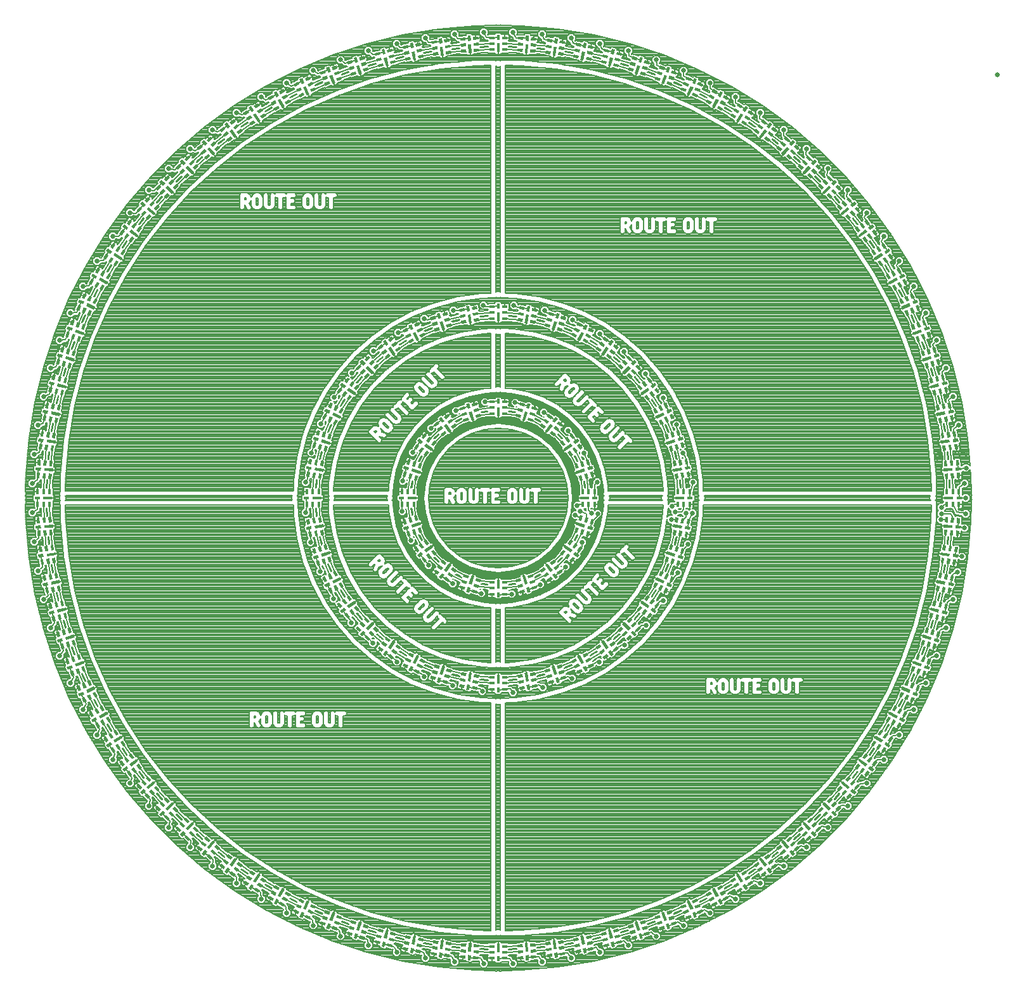
<source format=gtl>
G75*
%MOIN*%
%OFA0B0*%
%FSLAX25Y25*%
%IPPOS*%
%LPD*%
%AMOC8*
5,1,8,0,0,1.08239X$1,22.5*
%
%ADD10C,0.02500*%
%ADD11R,0.01575X0.02756*%
%ADD12R,0.02756X0.01575*%
%ADD13R,0.04724X0.01575*%
%ADD14R,0.01575X0.04724*%
%ADD15C,0.00800*%
%ADD16C,0.02600*%
%ADD17C,0.02700*%
%ADD18C,0.02778*%
%ADD19C,0.00600*%
%ADD20C,0.00700*%
D10*
X0536300Y0496300D03*
D11*
G36*
X0459968Y0426789D02*
X0458965Y0428002D01*
X0461088Y0429757D01*
X0462091Y0428544D01*
X0459968Y0426789D01*
G37*
G36*
X0469215Y0414801D02*
X0468290Y0416074D01*
X0470519Y0417693D01*
X0471444Y0416420D01*
X0469215Y0414801D01*
G37*
G36*
X0477675Y0402251D02*
X0476831Y0403580D01*
X0479157Y0405055D01*
X0480001Y0403726D01*
X0477675Y0402251D01*
G37*
G36*
X0485345Y0389199D02*
X0484587Y0390577D01*
X0487001Y0391905D01*
X0487759Y0390527D01*
X0485345Y0389199D01*
G37*
G36*
X0492167Y0375687D02*
X0491497Y0377110D01*
X0493989Y0378283D01*
X0494659Y0376860D01*
X0492167Y0375687D01*
G37*
G36*
X0498140Y0361773D02*
X0497561Y0363236D01*
X0500122Y0364251D01*
X0500701Y0362788D01*
X0498140Y0361773D01*
G37*
G36*
X0503216Y0347520D02*
X0502730Y0349016D01*
X0505350Y0349868D01*
X0505836Y0348372D01*
X0503216Y0347520D01*
G37*
G36*
X0507393Y0332968D02*
X0507001Y0334491D01*
X0509669Y0335176D01*
X0510061Y0333653D01*
X0507393Y0332968D01*
G37*
G36*
X0510651Y0318176D02*
X0510356Y0319721D01*
X0513063Y0320238D01*
X0513358Y0318693D01*
X0510651Y0318176D01*
G37*
G36*
X0512972Y0303216D02*
X0512775Y0304777D01*
X0515508Y0305122D01*
X0515705Y0303561D01*
X0512972Y0303216D01*
G37*
G36*
X0514345Y0288149D02*
X0514246Y0289718D01*
X0516995Y0289891D01*
X0517094Y0288322D01*
X0514345Y0288149D01*
G37*
X0512800Y0277146D03*
X0509650Y0277146D03*
X0515950Y0277146D03*
X0515950Y0270454D03*
X0512800Y0270454D03*
X0509650Y0270454D03*
G36*
X0514246Y0257882D02*
X0514345Y0259451D01*
X0517094Y0259278D01*
X0516995Y0257709D01*
X0514246Y0257882D01*
G37*
G36*
X0512775Y0242823D02*
X0512972Y0244384D01*
X0515705Y0244039D01*
X0515508Y0242478D01*
X0512775Y0242823D01*
G37*
G36*
X0510356Y0227879D02*
X0510651Y0229424D01*
X0513358Y0228907D01*
X0513063Y0227362D01*
X0510356Y0227879D01*
G37*
G36*
X0507001Y0213109D02*
X0507393Y0214632D01*
X0510061Y0213947D01*
X0509669Y0212424D01*
X0507001Y0213109D01*
G37*
G36*
X0502730Y0198584D02*
X0503216Y0200080D01*
X0505836Y0199228D01*
X0505350Y0197732D01*
X0502730Y0198584D01*
G37*
G36*
X0497561Y0184364D02*
X0498140Y0185827D01*
X0500701Y0184812D01*
X0500122Y0183349D01*
X0497561Y0184364D01*
G37*
G36*
X0491497Y0170490D02*
X0492167Y0171913D01*
X0494659Y0170740D01*
X0493989Y0169317D01*
X0491497Y0170490D01*
G37*
G36*
X0484587Y0157023D02*
X0485345Y0158401D01*
X0487759Y0157073D01*
X0487001Y0155695D01*
X0484587Y0157023D01*
G37*
G36*
X0476831Y0144020D02*
X0477675Y0145349D01*
X0480001Y0143874D01*
X0479157Y0142545D01*
X0476831Y0144020D01*
G37*
G36*
X0468290Y0131526D02*
X0469215Y0132799D01*
X0471444Y0131180D01*
X0470519Y0129907D01*
X0468290Y0131526D01*
G37*
G36*
X0458965Y0119598D02*
X0459968Y0120811D01*
X0462091Y0119056D01*
X0461088Y0117843D01*
X0458965Y0119598D01*
G37*
G36*
X0448916Y0108268D02*
X0449994Y0109416D01*
X0452002Y0107530D01*
X0450924Y0106382D01*
X0448916Y0108268D01*
G37*
G36*
X0438184Y0097606D02*
X0439332Y0098684D01*
X0441218Y0096676D01*
X0440070Y0095598D01*
X0438184Y0097606D01*
G37*
G36*
X0426789Y0087632D02*
X0428002Y0088635D01*
X0429757Y0086512D01*
X0428544Y0085509D01*
X0426789Y0087632D01*
G37*
G36*
X0414801Y0078385D02*
X0416074Y0079310D01*
X0417693Y0077081D01*
X0416420Y0076156D01*
X0414801Y0078385D01*
G37*
G36*
X0402251Y0069925D02*
X0403580Y0070769D01*
X0405055Y0068443D01*
X0403726Y0067599D01*
X0402251Y0069925D01*
G37*
G36*
X0389199Y0062255D02*
X0390577Y0063013D01*
X0391905Y0060599D01*
X0390527Y0059841D01*
X0389199Y0062255D01*
G37*
G36*
X0375687Y0055433D02*
X0377110Y0056103D01*
X0378283Y0053611D01*
X0376860Y0052941D01*
X0375687Y0055433D01*
G37*
G36*
X0361773Y0049460D02*
X0363236Y0050039D01*
X0364251Y0047478D01*
X0362788Y0046899D01*
X0361773Y0049460D01*
G37*
G36*
X0347520Y0044384D02*
X0349016Y0044870D01*
X0349868Y0042250D01*
X0348372Y0041764D01*
X0347520Y0044384D01*
G37*
G36*
X0332968Y0040207D02*
X0334491Y0040599D01*
X0335176Y0037931D01*
X0333653Y0037539D01*
X0332968Y0040207D01*
G37*
G36*
X0318176Y0036949D02*
X0319721Y0037244D01*
X0320238Y0034537D01*
X0318693Y0034242D01*
X0318176Y0036949D01*
G37*
G36*
X0303216Y0034628D02*
X0304777Y0034825D01*
X0305122Y0032092D01*
X0303561Y0031895D01*
X0303216Y0034628D01*
G37*
G36*
X0288149Y0033255D02*
X0289718Y0033354D01*
X0289891Y0030605D01*
X0288322Y0030506D01*
X0288149Y0033255D01*
G37*
X0273800Y0031454D03*
G36*
X0257882Y0033354D02*
X0259451Y0033255D01*
X0259278Y0030506D01*
X0257709Y0030605D01*
X0257882Y0033354D01*
G37*
G36*
X0242823Y0034825D02*
X0244384Y0034628D01*
X0244039Y0031895D01*
X0242478Y0032092D01*
X0242823Y0034825D01*
G37*
G36*
X0227879Y0037244D02*
X0229424Y0036949D01*
X0228907Y0034242D01*
X0227362Y0034537D01*
X0227879Y0037244D01*
G37*
G36*
X0213109Y0040599D02*
X0214632Y0040207D01*
X0213947Y0037539D01*
X0212424Y0037931D01*
X0213109Y0040599D01*
G37*
G36*
X0198584Y0044870D02*
X0200080Y0044384D01*
X0199228Y0041764D01*
X0197732Y0042250D01*
X0198584Y0044870D01*
G37*
G36*
X0184364Y0050039D02*
X0185827Y0049460D01*
X0184812Y0046899D01*
X0183349Y0047478D01*
X0184364Y0050039D01*
G37*
G36*
X0170490Y0056103D02*
X0171913Y0055433D01*
X0170740Y0052941D01*
X0169317Y0053611D01*
X0170490Y0056103D01*
G37*
G36*
X0157023Y0063013D02*
X0158401Y0062255D01*
X0157073Y0059841D01*
X0155695Y0060599D01*
X0157023Y0063013D01*
G37*
G36*
X0144020Y0070769D02*
X0145349Y0069925D01*
X0143874Y0067599D01*
X0142545Y0068443D01*
X0144020Y0070769D01*
G37*
G36*
X0131526Y0079310D02*
X0132799Y0078385D01*
X0131180Y0076156D01*
X0129907Y0077081D01*
X0131526Y0079310D01*
G37*
G36*
X0119598Y0088635D02*
X0120811Y0087632D01*
X0119056Y0085509D01*
X0117843Y0086512D01*
X0119598Y0088635D01*
G37*
G36*
X0108268Y0098684D02*
X0109416Y0097606D01*
X0107530Y0095598D01*
X0106382Y0096676D01*
X0108268Y0098684D01*
G37*
G36*
X0097606Y0109416D02*
X0098684Y0108268D01*
X0096676Y0106382D01*
X0095598Y0107530D01*
X0097606Y0109416D01*
G37*
G36*
X0087632Y0120811D02*
X0088635Y0119598D01*
X0086512Y0117843D01*
X0085509Y0119056D01*
X0087632Y0120811D01*
G37*
G36*
X0078385Y0132799D02*
X0079310Y0131526D01*
X0077081Y0129907D01*
X0076156Y0131180D01*
X0078385Y0132799D01*
G37*
G36*
X0069925Y0145349D02*
X0070769Y0144020D01*
X0068443Y0142545D01*
X0067599Y0143874D01*
X0069925Y0145349D01*
G37*
G36*
X0062255Y0158401D02*
X0063013Y0157023D01*
X0060599Y0155695D01*
X0059841Y0157073D01*
X0062255Y0158401D01*
G37*
G36*
X0055433Y0171913D02*
X0056103Y0170490D01*
X0053611Y0169317D01*
X0052941Y0170740D01*
X0055433Y0171913D01*
G37*
G36*
X0049460Y0185827D02*
X0050039Y0184364D01*
X0047478Y0183349D01*
X0046899Y0184812D01*
X0049460Y0185827D01*
G37*
G36*
X0044384Y0200080D02*
X0044870Y0198584D01*
X0042250Y0197732D01*
X0041764Y0199228D01*
X0044384Y0200080D01*
G37*
G36*
X0040207Y0214632D02*
X0040599Y0213109D01*
X0037931Y0212424D01*
X0037539Y0213947D01*
X0040207Y0214632D01*
G37*
G36*
X0036949Y0229424D02*
X0037244Y0227879D01*
X0034537Y0227362D01*
X0034242Y0228907D01*
X0036949Y0229424D01*
G37*
G36*
X0034628Y0244384D02*
X0034825Y0242823D01*
X0032092Y0242478D01*
X0031895Y0244039D01*
X0034628Y0244384D01*
G37*
G36*
X0033255Y0259451D02*
X0033354Y0257882D01*
X0030605Y0257709D01*
X0030506Y0259278D01*
X0033255Y0259451D01*
G37*
X0034800Y0270454D03*
X0037950Y0270454D03*
X0031650Y0270454D03*
X0031650Y0277146D03*
X0034800Y0277146D03*
X0037950Y0277146D03*
G36*
X0033354Y0289718D02*
X0033255Y0288149D01*
X0030506Y0288322D01*
X0030605Y0289891D01*
X0033354Y0289718D01*
G37*
G36*
X0034825Y0304777D02*
X0034628Y0303216D01*
X0031895Y0303561D01*
X0032092Y0305122D01*
X0034825Y0304777D01*
G37*
G36*
X0037244Y0319721D02*
X0036949Y0318176D01*
X0034242Y0318693D01*
X0034537Y0320238D01*
X0037244Y0319721D01*
G37*
G36*
X0040599Y0334491D02*
X0040207Y0332968D01*
X0037539Y0333653D01*
X0037931Y0335176D01*
X0040599Y0334491D01*
G37*
G36*
X0044870Y0349016D02*
X0044384Y0347520D01*
X0041764Y0348372D01*
X0042250Y0349868D01*
X0044870Y0349016D01*
G37*
G36*
X0050039Y0363236D02*
X0049460Y0361773D01*
X0046899Y0362788D01*
X0047478Y0364251D01*
X0050039Y0363236D01*
G37*
G36*
X0056103Y0377110D02*
X0055433Y0375687D01*
X0052941Y0376860D01*
X0053611Y0378283D01*
X0056103Y0377110D01*
G37*
G36*
X0063013Y0390577D02*
X0062255Y0389199D01*
X0059841Y0390527D01*
X0060599Y0391905D01*
X0063013Y0390577D01*
G37*
G36*
X0070769Y0403580D02*
X0069925Y0402251D01*
X0067599Y0403726D01*
X0068443Y0405055D01*
X0070769Y0403580D01*
G37*
G36*
X0079310Y0416074D02*
X0078385Y0414801D01*
X0076156Y0416420D01*
X0077081Y0417693D01*
X0079310Y0416074D01*
G37*
G36*
X0088635Y0428002D02*
X0087632Y0426789D01*
X0085509Y0428544D01*
X0086512Y0429757D01*
X0088635Y0428002D01*
G37*
G36*
X0098684Y0439332D02*
X0097606Y0438184D01*
X0095598Y0440070D01*
X0096676Y0441218D01*
X0098684Y0439332D01*
G37*
G36*
X0109416Y0449994D02*
X0108268Y0448916D01*
X0106382Y0450924D01*
X0107530Y0452002D01*
X0109416Y0449994D01*
G37*
G36*
X0120811Y0459968D02*
X0119598Y0458965D01*
X0117843Y0461088D01*
X0119056Y0462091D01*
X0120811Y0459968D01*
G37*
G36*
X0132799Y0469215D02*
X0131526Y0468290D01*
X0129907Y0470519D01*
X0131180Y0471444D01*
X0132799Y0469215D01*
G37*
G36*
X0145349Y0477675D02*
X0144020Y0476831D01*
X0142545Y0479157D01*
X0143874Y0480001D01*
X0145349Y0477675D01*
G37*
G36*
X0158401Y0485345D02*
X0157023Y0484587D01*
X0155695Y0487001D01*
X0157073Y0487759D01*
X0158401Y0485345D01*
G37*
G36*
X0171913Y0492167D02*
X0170490Y0491497D01*
X0169317Y0493989D01*
X0170740Y0494659D01*
X0171913Y0492167D01*
G37*
G36*
X0185827Y0498140D02*
X0184364Y0497561D01*
X0183349Y0500122D01*
X0184812Y0500701D01*
X0185827Y0498140D01*
G37*
G36*
X0200080Y0503216D02*
X0198584Y0502730D01*
X0197732Y0505350D01*
X0199228Y0505836D01*
X0200080Y0503216D01*
G37*
G36*
X0214632Y0507393D02*
X0213109Y0507001D01*
X0212424Y0509669D01*
X0213947Y0510061D01*
X0214632Y0507393D01*
G37*
G36*
X0229424Y0510651D02*
X0227879Y0510356D01*
X0227362Y0513063D01*
X0228907Y0513358D01*
X0229424Y0510651D01*
G37*
G36*
X0244384Y0512972D02*
X0242823Y0512775D01*
X0242478Y0515508D01*
X0244039Y0515705D01*
X0244384Y0512972D01*
G37*
G36*
X0259451Y0514345D02*
X0257882Y0514246D01*
X0257709Y0516995D01*
X0259278Y0517094D01*
X0259451Y0514345D01*
G37*
X0273800Y0516146D03*
G36*
X0289718Y0514246D02*
X0288149Y0514345D01*
X0288322Y0517094D01*
X0289891Y0516995D01*
X0289718Y0514246D01*
G37*
G36*
X0304777Y0512775D02*
X0303216Y0512972D01*
X0303561Y0515705D01*
X0305122Y0515508D01*
X0304777Y0512775D01*
G37*
G36*
X0319721Y0510356D02*
X0318176Y0510651D01*
X0318693Y0513358D01*
X0320238Y0513063D01*
X0319721Y0510356D01*
G37*
G36*
X0334491Y0507001D02*
X0332968Y0507393D01*
X0333653Y0510061D01*
X0335176Y0509669D01*
X0334491Y0507001D01*
G37*
G36*
X0349016Y0502730D02*
X0347520Y0503216D01*
X0348372Y0505836D01*
X0349868Y0505350D01*
X0349016Y0502730D01*
G37*
G36*
X0363236Y0497561D02*
X0361773Y0498140D01*
X0362788Y0500701D01*
X0364251Y0500122D01*
X0363236Y0497561D01*
G37*
G36*
X0377110Y0491497D02*
X0375687Y0492167D01*
X0376860Y0494659D01*
X0378283Y0493989D01*
X0377110Y0491497D01*
G37*
G36*
X0390577Y0484587D02*
X0389199Y0485345D01*
X0390527Y0487759D01*
X0391905Y0487001D01*
X0390577Y0484587D01*
G37*
G36*
X0403580Y0476831D02*
X0402251Y0477675D01*
X0403726Y0480001D01*
X0405055Y0479157D01*
X0403580Y0476831D01*
G37*
G36*
X0416074Y0468290D02*
X0414801Y0469215D01*
X0416420Y0471444D01*
X0417693Y0470519D01*
X0416074Y0468290D01*
G37*
G36*
X0428002Y0458965D02*
X0426789Y0459968D01*
X0428544Y0462091D01*
X0429757Y0461088D01*
X0428002Y0458965D01*
G37*
G36*
X0439332Y0448916D02*
X0438184Y0449994D01*
X0440070Y0452002D01*
X0441218Y0450924D01*
X0439332Y0448916D01*
G37*
G36*
X0449994Y0438184D02*
X0448916Y0439332D01*
X0450924Y0441218D01*
X0452002Y0440070D01*
X0449994Y0438184D01*
G37*
G36*
X0344649Y0343536D02*
X0343536Y0344649D01*
X0345483Y0346596D01*
X0346596Y0345483D01*
X0344649Y0343536D01*
G37*
G36*
X0354755Y0331621D02*
X0353830Y0332894D01*
X0356059Y0334513D01*
X0356984Y0333240D01*
X0354755Y0331621D01*
G37*
G36*
X0362812Y0318293D02*
X0362097Y0319694D01*
X0364552Y0320945D01*
X0365267Y0319544D01*
X0362812Y0318293D01*
G37*
G36*
X0368616Y0303760D02*
X0368130Y0305256D01*
X0370750Y0306108D01*
X0371236Y0304612D01*
X0368616Y0303760D01*
G37*
G36*
X0372168Y0288631D02*
X0371921Y0290184D01*
X0374642Y0290615D01*
X0374889Y0289062D01*
X0372168Y0288631D01*
G37*
X0371300Y0277146D03*
X0368150Y0277146D03*
X0374450Y0277146D03*
X0374450Y0270454D03*
X0371300Y0270454D03*
X0368150Y0270454D03*
G36*
X0371921Y0257415D02*
X0372168Y0258968D01*
X0374889Y0258537D01*
X0374642Y0256984D01*
X0371921Y0257415D01*
G37*
G36*
X0368130Y0242344D02*
X0368616Y0243840D01*
X0371236Y0242988D01*
X0370750Y0241492D01*
X0368130Y0242344D01*
G37*
G36*
X0362097Y0227906D02*
X0362812Y0229307D01*
X0365267Y0228056D01*
X0364552Y0226655D01*
X0362097Y0227906D01*
G37*
G36*
X0353830Y0214706D02*
X0354755Y0215979D01*
X0356984Y0214360D01*
X0356059Y0213087D01*
X0353830Y0214706D01*
G37*
G36*
X0343536Y0202951D02*
X0344649Y0204064D01*
X0346596Y0202117D01*
X0345483Y0201004D01*
X0343536Y0202951D01*
G37*
G36*
X0331621Y0192845D02*
X0332894Y0193770D01*
X0334513Y0191541D01*
X0333240Y0190616D01*
X0331621Y0192845D01*
G37*
G36*
X0318293Y0184788D02*
X0319694Y0185503D01*
X0320945Y0183048D01*
X0319544Y0182333D01*
X0318293Y0184788D01*
G37*
G36*
X0303760Y0178984D02*
X0305256Y0179470D01*
X0306108Y0176850D01*
X0304612Y0176364D01*
X0303760Y0178984D01*
G37*
G36*
X0288631Y0175432D02*
X0290184Y0175679D01*
X0290615Y0172958D01*
X0289062Y0172711D01*
X0288631Y0175432D01*
G37*
X0273800Y0172954D03*
G36*
X0257415Y0175679D02*
X0258968Y0175432D01*
X0258537Y0172711D01*
X0256984Y0172958D01*
X0257415Y0175679D01*
G37*
G36*
X0242344Y0179470D02*
X0243840Y0178984D01*
X0242988Y0176364D01*
X0241492Y0176850D01*
X0242344Y0179470D01*
G37*
G36*
X0227906Y0185503D02*
X0229307Y0184788D01*
X0228056Y0182333D01*
X0226655Y0183048D01*
X0227906Y0185503D01*
G37*
G36*
X0214706Y0193770D02*
X0215979Y0192845D01*
X0214360Y0190616D01*
X0213087Y0191541D01*
X0214706Y0193770D01*
G37*
G36*
X0202951Y0204064D02*
X0204064Y0202951D01*
X0202117Y0201004D01*
X0201004Y0202117D01*
X0202951Y0204064D01*
G37*
G36*
X0192845Y0215979D02*
X0193770Y0214706D01*
X0191541Y0213087D01*
X0190616Y0214360D01*
X0192845Y0215979D01*
G37*
G36*
X0184788Y0229307D02*
X0185503Y0227906D01*
X0183048Y0226655D01*
X0182333Y0228056D01*
X0184788Y0229307D01*
G37*
G36*
X0178984Y0243840D02*
X0179470Y0242344D01*
X0176850Y0241492D01*
X0176364Y0242988D01*
X0178984Y0243840D01*
G37*
G36*
X0175432Y0258968D02*
X0175679Y0257415D01*
X0172958Y0256984D01*
X0172711Y0258537D01*
X0175432Y0258968D01*
G37*
X0176300Y0270454D03*
X0179450Y0270454D03*
X0173150Y0270454D03*
X0173150Y0277146D03*
X0176300Y0277146D03*
X0179450Y0277146D03*
G36*
X0175679Y0290184D02*
X0175432Y0288631D01*
X0172711Y0289062D01*
X0172958Y0290615D01*
X0175679Y0290184D01*
G37*
G36*
X0179470Y0305256D02*
X0178984Y0303760D01*
X0176364Y0304612D01*
X0176850Y0306108D01*
X0179470Y0305256D01*
G37*
G36*
X0185503Y0319694D02*
X0184788Y0318293D01*
X0182333Y0319544D01*
X0183048Y0320945D01*
X0185503Y0319694D01*
G37*
G36*
X0193770Y0332894D02*
X0192845Y0331621D01*
X0190616Y0333240D01*
X0191541Y0334513D01*
X0193770Y0332894D01*
G37*
G36*
X0204064Y0344649D02*
X0202951Y0343536D01*
X0201004Y0345483D01*
X0202117Y0346596D01*
X0204064Y0344649D01*
G37*
G36*
X0215979Y0354755D02*
X0214706Y0353830D01*
X0213087Y0356059D01*
X0214360Y0356984D01*
X0215979Y0354755D01*
G37*
G36*
X0229307Y0362812D02*
X0227906Y0362097D01*
X0226655Y0364552D01*
X0228056Y0365267D01*
X0229307Y0362812D01*
G37*
G36*
X0243840Y0368616D02*
X0242344Y0368130D01*
X0241492Y0370750D01*
X0242988Y0371236D01*
X0243840Y0368616D01*
G37*
G36*
X0258968Y0372168D02*
X0257415Y0371921D01*
X0256984Y0374642D01*
X0258537Y0374889D01*
X0258968Y0372168D01*
G37*
X0273800Y0374646D03*
G36*
X0290184Y0371921D02*
X0288631Y0372168D01*
X0289062Y0374889D01*
X0290615Y0374642D01*
X0290184Y0371921D01*
G37*
G36*
X0305256Y0368130D02*
X0303760Y0368616D01*
X0304612Y0371236D01*
X0306108Y0370750D01*
X0305256Y0368130D01*
G37*
G36*
X0319694Y0362097D02*
X0318293Y0362812D01*
X0319544Y0365267D01*
X0320945Y0364552D01*
X0319694Y0362097D01*
G37*
G36*
X0332894Y0353830D02*
X0331621Y0354755D01*
X0333240Y0356984D01*
X0334513Y0356059D01*
X0332894Y0353830D01*
G37*
G36*
X0303494Y0313330D02*
X0302221Y0314255D01*
X0303840Y0316484D01*
X0305113Y0315559D01*
X0303494Y0313330D01*
G37*
G36*
X0314255Y0302221D02*
X0313330Y0303494D01*
X0315559Y0305113D01*
X0316484Y0303840D01*
X0314255Y0302221D01*
G37*
G36*
X0321116Y0288360D02*
X0320630Y0289856D01*
X0323250Y0290708D01*
X0323736Y0289212D01*
X0321116Y0288360D01*
G37*
X0321300Y0277146D03*
X0318150Y0277146D03*
X0324450Y0277146D03*
X0324450Y0270454D03*
X0321300Y0270454D03*
X0318150Y0270454D03*
G36*
X0320630Y0257744D02*
X0321116Y0259240D01*
X0323736Y0258388D01*
X0323250Y0256892D01*
X0320630Y0257744D01*
G37*
G36*
X0313330Y0244106D02*
X0314255Y0245379D01*
X0316484Y0243760D01*
X0315559Y0242487D01*
X0313330Y0244106D01*
G37*
G36*
X0302221Y0233345D02*
X0303494Y0234270D01*
X0305113Y0232041D01*
X0303840Y0231116D01*
X0302221Y0233345D01*
G37*
G36*
X0288360Y0226484D02*
X0289856Y0226970D01*
X0290708Y0224350D01*
X0289212Y0223864D01*
X0288360Y0226484D01*
G37*
X0273800Y0222954D03*
G36*
X0257744Y0226970D02*
X0259240Y0226484D01*
X0258388Y0223864D01*
X0256892Y0224350D01*
X0257744Y0226970D01*
G37*
G36*
X0244106Y0234270D02*
X0245379Y0233345D01*
X0243760Y0231116D01*
X0242487Y0232041D01*
X0244106Y0234270D01*
G37*
G36*
X0233345Y0245379D02*
X0234270Y0244106D01*
X0232041Y0242487D01*
X0231116Y0243760D01*
X0233345Y0245379D01*
G37*
G36*
X0226484Y0259240D02*
X0226970Y0257744D01*
X0224350Y0256892D01*
X0223864Y0258388D01*
X0226484Y0259240D01*
G37*
X0226300Y0270454D03*
X0229450Y0270454D03*
X0223150Y0270454D03*
X0223150Y0277146D03*
X0226300Y0277146D03*
X0229450Y0277146D03*
G36*
X0226970Y0289856D02*
X0226484Y0288360D01*
X0223864Y0289212D01*
X0224350Y0290708D01*
X0226970Y0289856D01*
G37*
G36*
X0234270Y0303494D02*
X0233345Y0302221D01*
X0231116Y0303840D01*
X0232041Y0305113D01*
X0234270Y0303494D01*
G37*
G36*
X0245379Y0314255D02*
X0244106Y0313330D01*
X0242487Y0315559D01*
X0243760Y0316484D01*
X0245379Y0314255D01*
G37*
G36*
X0259240Y0321116D02*
X0257744Y0320630D01*
X0256892Y0323250D01*
X0258388Y0323736D01*
X0259240Y0321116D01*
G37*
X0273800Y0324646D03*
G36*
X0289856Y0320630D02*
X0288360Y0321116D01*
X0289212Y0323736D01*
X0290708Y0323250D01*
X0289856Y0320630D01*
G37*
D12*
G36*
X0293723Y0319787D02*
X0291103Y0320639D01*
X0291589Y0322135D01*
X0294209Y0321283D01*
X0293723Y0319787D01*
G37*
G36*
X0292750Y0316792D02*
X0290130Y0317644D01*
X0290616Y0319140D01*
X0293236Y0318288D01*
X0292750Y0316792D01*
G37*
G36*
X0291776Y0313796D02*
X0289156Y0314648D01*
X0289642Y0316144D01*
X0292262Y0315292D01*
X0291776Y0313796D01*
G37*
G36*
X0297793Y0310173D02*
X0295564Y0311792D01*
X0296489Y0313065D01*
X0298718Y0311446D01*
X0297793Y0310173D01*
G37*
G36*
X0299645Y0312721D02*
X0297416Y0314340D01*
X0298341Y0315613D01*
X0300570Y0313994D01*
X0299645Y0312721D01*
G37*
G36*
X0301496Y0315269D02*
X0299267Y0316888D01*
X0300192Y0318161D01*
X0302421Y0316542D01*
X0301496Y0315269D01*
G37*
G36*
X0306911Y0311335D02*
X0304682Y0312954D01*
X0305607Y0314227D01*
X0307836Y0312608D01*
X0306911Y0311335D01*
G37*
G36*
X0305059Y0308787D02*
X0302830Y0310406D01*
X0303755Y0311679D01*
X0305984Y0310060D01*
X0305059Y0308787D01*
G37*
G36*
X0303208Y0306239D02*
X0300979Y0307858D01*
X0301904Y0309131D01*
X0304133Y0307512D01*
X0303208Y0306239D01*
G37*
G36*
X0307858Y0300979D02*
X0306239Y0303208D01*
X0307512Y0304133D01*
X0309131Y0301904D01*
X0307858Y0300979D01*
G37*
G36*
X0310406Y0302830D02*
X0308787Y0305059D01*
X0310060Y0305984D01*
X0311679Y0303755D01*
X0310406Y0302830D01*
G37*
G36*
X0312954Y0304682D02*
X0311335Y0306911D01*
X0312608Y0307836D01*
X0314227Y0305607D01*
X0312954Y0304682D01*
G37*
G36*
X0316888Y0299267D02*
X0315269Y0301496D01*
X0316542Y0302421D01*
X0318161Y0300192D01*
X0316888Y0299267D01*
G37*
G36*
X0314340Y0297416D02*
X0312721Y0299645D01*
X0313994Y0300570D01*
X0315613Y0298341D01*
X0314340Y0297416D01*
G37*
G36*
X0311792Y0295564D02*
X0310173Y0297793D01*
X0311446Y0298718D01*
X0313065Y0296489D01*
X0311792Y0295564D01*
G37*
G36*
X0314648Y0289156D02*
X0313796Y0291776D01*
X0315292Y0292262D01*
X0316144Y0289642D01*
X0314648Y0289156D01*
G37*
G36*
X0317644Y0290130D02*
X0316792Y0292750D01*
X0318288Y0293236D01*
X0319140Y0290616D01*
X0317644Y0290130D01*
G37*
G36*
X0320639Y0291103D02*
X0319787Y0293723D01*
X0321283Y0294209D01*
X0322135Y0291589D01*
X0320639Y0291103D01*
G37*
G36*
X0322708Y0284738D02*
X0321856Y0287358D01*
X0323352Y0287844D01*
X0324204Y0285224D01*
X0322708Y0284738D01*
G37*
G36*
X0319712Y0283764D02*
X0318860Y0286384D01*
X0320356Y0286870D01*
X0321208Y0284250D01*
X0319712Y0283764D01*
G37*
G36*
X0316717Y0282791D02*
X0315865Y0285411D01*
X0317361Y0285897D01*
X0318213Y0283277D01*
X0316717Y0282791D01*
G37*
X0324646Y0273800D03*
G36*
X0315865Y0262189D02*
X0316717Y0264809D01*
X0318213Y0264323D01*
X0317361Y0261703D01*
X0315865Y0262189D01*
G37*
G36*
X0318860Y0261216D02*
X0319712Y0263836D01*
X0321208Y0263350D01*
X0320356Y0260730D01*
X0318860Y0261216D01*
G37*
G36*
X0321856Y0260242D02*
X0322708Y0262862D01*
X0324204Y0262376D01*
X0323352Y0259756D01*
X0321856Y0260242D01*
G37*
G36*
X0319787Y0253877D02*
X0320639Y0256497D01*
X0322135Y0256011D01*
X0321283Y0253391D01*
X0319787Y0253877D01*
G37*
G36*
X0316792Y0254850D02*
X0317644Y0257470D01*
X0319140Y0256984D01*
X0318288Y0254364D01*
X0316792Y0254850D01*
G37*
G36*
X0313796Y0255824D02*
X0314648Y0258444D01*
X0316144Y0257958D01*
X0315292Y0255338D01*
X0313796Y0255824D01*
G37*
G36*
X0310173Y0249807D02*
X0311792Y0252036D01*
X0313065Y0251111D01*
X0311446Y0248882D01*
X0310173Y0249807D01*
G37*
G36*
X0312721Y0247955D02*
X0314340Y0250184D01*
X0315613Y0249259D01*
X0313994Y0247030D01*
X0312721Y0247955D01*
G37*
G36*
X0315269Y0246104D02*
X0316888Y0248333D01*
X0318161Y0247408D01*
X0316542Y0245179D01*
X0315269Y0246104D01*
G37*
G36*
X0311335Y0240689D02*
X0312954Y0242918D01*
X0314227Y0241993D01*
X0312608Y0239764D01*
X0311335Y0240689D01*
G37*
G36*
X0308787Y0242541D02*
X0310406Y0244770D01*
X0311679Y0243845D01*
X0310060Y0241616D01*
X0308787Y0242541D01*
G37*
G36*
X0306239Y0244392D02*
X0307858Y0246621D01*
X0309131Y0245696D01*
X0307512Y0243467D01*
X0306239Y0244392D01*
G37*
G36*
X0300979Y0239742D02*
X0303208Y0241361D01*
X0304133Y0240088D01*
X0301904Y0238469D01*
X0300979Y0239742D01*
G37*
G36*
X0302830Y0237194D02*
X0305059Y0238813D01*
X0305984Y0237540D01*
X0303755Y0235921D01*
X0302830Y0237194D01*
G37*
G36*
X0304682Y0234646D02*
X0306911Y0236265D01*
X0307836Y0234992D01*
X0305607Y0233373D01*
X0304682Y0234646D01*
G37*
G36*
X0299267Y0230712D02*
X0301496Y0232331D01*
X0302421Y0231058D01*
X0300192Y0229439D01*
X0299267Y0230712D01*
G37*
G36*
X0297416Y0233260D02*
X0299645Y0234879D01*
X0300570Y0233606D01*
X0298341Y0231987D01*
X0297416Y0233260D01*
G37*
G36*
X0295564Y0235808D02*
X0297793Y0237427D01*
X0298718Y0236154D01*
X0296489Y0234535D01*
X0295564Y0235808D01*
G37*
G36*
X0289156Y0232952D02*
X0291776Y0233804D01*
X0292262Y0232308D01*
X0289642Y0231456D01*
X0289156Y0232952D01*
G37*
G36*
X0290130Y0229956D02*
X0292750Y0230808D01*
X0293236Y0229312D01*
X0290616Y0228460D01*
X0290130Y0229956D01*
G37*
G36*
X0291103Y0226961D02*
X0293723Y0227813D01*
X0294209Y0226317D01*
X0291589Y0225465D01*
X0291103Y0226961D01*
G37*
G36*
X0284738Y0224892D02*
X0287358Y0225744D01*
X0287844Y0224248D01*
X0285224Y0223396D01*
X0284738Y0224892D01*
G37*
G36*
X0283764Y0227888D02*
X0286384Y0228740D01*
X0286870Y0227244D01*
X0284250Y0226392D01*
X0283764Y0227888D01*
G37*
G36*
X0282791Y0230883D02*
X0285411Y0231735D01*
X0285897Y0230239D01*
X0283277Y0229387D01*
X0282791Y0230883D01*
G37*
X0277146Y0229450D03*
X0277146Y0226300D03*
X0277146Y0223150D03*
X0270454Y0223150D03*
X0270454Y0226300D03*
X0270454Y0229450D03*
G36*
X0262189Y0231735D02*
X0264809Y0230883D01*
X0264323Y0229387D01*
X0261703Y0230239D01*
X0262189Y0231735D01*
G37*
G36*
X0261216Y0228740D02*
X0263836Y0227888D01*
X0263350Y0226392D01*
X0260730Y0227244D01*
X0261216Y0228740D01*
G37*
G36*
X0260242Y0225744D02*
X0262862Y0224892D01*
X0262376Y0223396D01*
X0259756Y0224248D01*
X0260242Y0225744D01*
G37*
G36*
X0253877Y0227813D02*
X0256497Y0226961D01*
X0256011Y0225465D01*
X0253391Y0226317D01*
X0253877Y0227813D01*
G37*
G36*
X0254850Y0230808D02*
X0257470Y0229956D01*
X0256984Y0228460D01*
X0254364Y0229312D01*
X0254850Y0230808D01*
G37*
G36*
X0255824Y0233804D02*
X0258444Y0232952D01*
X0257958Y0231456D01*
X0255338Y0232308D01*
X0255824Y0233804D01*
G37*
G36*
X0249807Y0237427D02*
X0252036Y0235808D01*
X0251111Y0234535D01*
X0248882Y0236154D01*
X0249807Y0237427D01*
G37*
G36*
X0247955Y0234879D02*
X0250184Y0233260D01*
X0249259Y0231987D01*
X0247030Y0233606D01*
X0247955Y0234879D01*
G37*
G36*
X0246104Y0232331D02*
X0248333Y0230712D01*
X0247408Y0229439D01*
X0245179Y0231058D01*
X0246104Y0232331D01*
G37*
G36*
X0240689Y0236265D02*
X0242918Y0234646D01*
X0241993Y0233373D01*
X0239764Y0234992D01*
X0240689Y0236265D01*
G37*
G36*
X0242541Y0238813D02*
X0244770Y0237194D01*
X0243845Y0235921D01*
X0241616Y0237540D01*
X0242541Y0238813D01*
G37*
G36*
X0244392Y0241361D02*
X0246621Y0239742D01*
X0245696Y0238469D01*
X0243467Y0240088D01*
X0244392Y0241361D01*
G37*
G36*
X0239742Y0246621D02*
X0241361Y0244392D01*
X0240088Y0243467D01*
X0238469Y0245696D01*
X0239742Y0246621D01*
G37*
G36*
X0237194Y0244770D02*
X0238813Y0242541D01*
X0237540Y0241616D01*
X0235921Y0243845D01*
X0237194Y0244770D01*
G37*
G36*
X0234646Y0242918D02*
X0236265Y0240689D01*
X0234992Y0239764D01*
X0233373Y0241993D01*
X0234646Y0242918D01*
G37*
G36*
X0230712Y0248333D02*
X0232331Y0246104D01*
X0231058Y0245179D01*
X0229439Y0247408D01*
X0230712Y0248333D01*
G37*
G36*
X0233260Y0250184D02*
X0234879Y0247955D01*
X0233606Y0247030D01*
X0231987Y0249259D01*
X0233260Y0250184D01*
G37*
G36*
X0235808Y0252036D02*
X0237427Y0249807D01*
X0236154Y0248882D01*
X0234535Y0251111D01*
X0235808Y0252036D01*
G37*
G36*
X0232952Y0258444D02*
X0233804Y0255824D01*
X0232308Y0255338D01*
X0231456Y0257958D01*
X0232952Y0258444D01*
G37*
G36*
X0229956Y0257470D02*
X0230808Y0254850D01*
X0229312Y0254364D01*
X0228460Y0256984D01*
X0229956Y0257470D01*
G37*
G36*
X0226961Y0256497D02*
X0227813Y0253877D01*
X0226317Y0253391D01*
X0225465Y0256011D01*
X0226961Y0256497D01*
G37*
G36*
X0224892Y0262862D02*
X0225744Y0260242D01*
X0224248Y0259756D01*
X0223396Y0262376D01*
X0224892Y0262862D01*
G37*
G36*
X0227888Y0263836D02*
X0228740Y0261216D01*
X0227244Y0260730D01*
X0226392Y0263350D01*
X0227888Y0263836D01*
G37*
G36*
X0230883Y0264809D02*
X0231735Y0262189D01*
X0230239Y0261703D01*
X0229387Y0264323D01*
X0230883Y0264809D01*
G37*
X0222954Y0273800D03*
G36*
X0228740Y0286384D02*
X0227888Y0283764D01*
X0226392Y0284250D01*
X0227244Y0286870D01*
X0228740Y0286384D01*
G37*
G36*
X0231735Y0285411D02*
X0230883Y0282791D01*
X0229387Y0283277D01*
X0230239Y0285897D01*
X0231735Y0285411D01*
G37*
G36*
X0233804Y0291776D02*
X0232952Y0289156D01*
X0231456Y0289642D01*
X0232308Y0292262D01*
X0233804Y0291776D01*
G37*
G36*
X0230808Y0292750D02*
X0229956Y0290130D01*
X0228460Y0290616D01*
X0229312Y0293236D01*
X0230808Y0292750D01*
G37*
G36*
X0227813Y0293723D02*
X0226961Y0291103D01*
X0225465Y0291589D01*
X0226317Y0294209D01*
X0227813Y0293723D01*
G37*
G36*
X0234879Y0299645D02*
X0233260Y0297416D01*
X0231987Y0298341D01*
X0233606Y0300570D01*
X0234879Y0299645D01*
G37*
G36*
X0237427Y0297793D02*
X0235808Y0295564D01*
X0234535Y0296489D01*
X0236154Y0298718D01*
X0237427Y0297793D01*
G37*
G36*
X0241361Y0303208D02*
X0239742Y0300979D01*
X0238469Y0301904D01*
X0240088Y0304133D01*
X0241361Y0303208D01*
G37*
G36*
X0238813Y0305059D02*
X0237194Y0302830D01*
X0235921Y0303755D01*
X0237540Y0305984D01*
X0238813Y0305059D01*
G37*
G36*
X0236265Y0306911D02*
X0234646Y0304682D01*
X0233373Y0305607D01*
X0234992Y0307836D01*
X0236265Y0306911D01*
G37*
G36*
X0244770Y0310406D02*
X0242541Y0308787D01*
X0241616Y0310060D01*
X0243845Y0311679D01*
X0244770Y0310406D01*
G37*
G36*
X0246621Y0307858D02*
X0244392Y0306239D01*
X0243467Y0307512D01*
X0245696Y0309131D01*
X0246621Y0307858D01*
G37*
G36*
X0252036Y0311792D02*
X0249807Y0310173D01*
X0248882Y0311446D01*
X0251111Y0313065D01*
X0252036Y0311792D01*
G37*
G36*
X0250184Y0314340D02*
X0247955Y0312721D01*
X0247030Y0313994D01*
X0249259Y0315613D01*
X0250184Y0314340D01*
G37*
G36*
X0248333Y0316888D02*
X0246104Y0315269D01*
X0245179Y0316542D01*
X0247408Y0318161D01*
X0248333Y0316888D01*
G37*
G36*
X0257470Y0317644D02*
X0254850Y0316792D01*
X0254364Y0318288D01*
X0256984Y0319140D01*
X0257470Y0317644D01*
G37*
G36*
X0258444Y0314648D02*
X0255824Y0313796D01*
X0255338Y0315292D01*
X0257958Y0316144D01*
X0258444Y0314648D01*
G37*
G36*
X0264809Y0316717D02*
X0262189Y0315865D01*
X0261703Y0317361D01*
X0264323Y0318213D01*
X0264809Y0316717D01*
G37*
G36*
X0263836Y0319712D02*
X0261216Y0318860D01*
X0260730Y0320356D01*
X0263350Y0321208D01*
X0263836Y0319712D01*
G37*
G36*
X0262862Y0322708D02*
X0260242Y0321856D01*
X0259756Y0323352D01*
X0262376Y0324204D01*
X0262862Y0322708D01*
G37*
X0270454Y0321300D03*
X0270454Y0318150D03*
X0270454Y0324450D03*
X0277146Y0324450D03*
X0277146Y0321300D03*
X0277146Y0318150D03*
G36*
X0285411Y0315865D02*
X0282791Y0316717D01*
X0283277Y0318213D01*
X0285897Y0317361D01*
X0285411Y0315865D01*
G37*
G36*
X0286384Y0318860D02*
X0283764Y0319712D01*
X0284250Y0321208D01*
X0286870Y0320356D01*
X0286384Y0318860D01*
G37*
G36*
X0287358Y0321856D02*
X0284738Y0322708D01*
X0285224Y0324204D01*
X0287844Y0323352D01*
X0287358Y0321856D01*
G37*
G36*
X0256497Y0320639D02*
X0253877Y0319787D01*
X0253391Y0321283D01*
X0256011Y0322135D01*
X0256497Y0320639D01*
G37*
G36*
X0242918Y0312954D02*
X0240689Y0311335D01*
X0239764Y0312608D01*
X0241993Y0314227D01*
X0242918Y0312954D01*
G37*
G36*
X0232331Y0301496D02*
X0230712Y0299267D01*
X0229439Y0300192D01*
X0231058Y0302421D01*
X0232331Y0301496D01*
G37*
G36*
X0225744Y0287358D02*
X0224892Y0284738D01*
X0223396Y0285224D01*
X0224248Y0287844D01*
X0225744Y0287358D01*
G37*
G36*
X0189513Y0314558D02*
X0188262Y0312103D01*
X0186861Y0312818D01*
X0188112Y0315273D01*
X0189513Y0314558D01*
G37*
G36*
X0186707Y0315988D02*
X0185456Y0313533D01*
X0184055Y0314248D01*
X0185306Y0316703D01*
X0186707Y0315988D01*
G37*
G36*
X0183900Y0317418D02*
X0182649Y0314963D01*
X0181248Y0315678D01*
X0182499Y0318133D01*
X0183900Y0317418D01*
G37*
G36*
X0186939Y0323382D02*
X0185688Y0320927D01*
X0184287Y0321642D01*
X0185538Y0324097D01*
X0186939Y0323382D01*
G37*
G36*
X0189745Y0321952D02*
X0188494Y0319497D01*
X0187093Y0320212D01*
X0188344Y0322667D01*
X0189745Y0321952D01*
G37*
G36*
X0192552Y0320522D02*
X0191301Y0318067D01*
X0189900Y0318782D01*
X0191151Y0321237D01*
X0192552Y0320522D01*
G37*
G36*
X0196927Y0327193D02*
X0195308Y0324964D01*
X0194035Y0325889D01*
X0195654Y0328118D01*
X0196927Y0327193D01*
G37*
G36*
X0194379Y0329045D02*
X0192760Y0326816D01*
X0191487Y0327741D01*
X0193106Y0329970D01*
X0194379Y0329045D01*
G37*
G36*
X0191831Y0330896D02*
X0190212Y0328667D01*
X0188939Y0329592D01*
X0190558Y0331821D01*
X0191831Y0330896D01*
G37*
G36*
X0195765Y0336311D02*
X0194146Y0334082D01*
X0192873Y0335007D01*
X0194492Y0337236D01*
X0195765Y0336311D01*
G37*
G36*
X0198313Y0334459D02*
X0196694Y0332230D01*
X0195421Y0333155D01*
X0197040Y0335384D01*
X0198313Y0334459D01*
G37*
G36*
X0200861Y0332608D02*
X0199242Y0330379D01*
X0197969Y0331304D01*
X0199588Y0333533D01*
X0200861Y0332608D01*
G37*
G36*
X0206291Y0338524D02*
X0204344Y0336577D01*
X0203231Y0337690D01*
X0205178Y0339637D01*
X0206291Y0338524D01*
G37*
G36*
X0204064Y0340751D02*
X0202117Y0338804D01*
X0201004Y0339917D01*
X0202951Y0341864D01*
X0204064Y0340751D01*
G37*
G36*
X0201837Y0342978D02*
X0199890Y0341031D01*
X0198777Y0342144D01*
X0200724Y0344091D01*
X0201837Y0342978D01*
G37*
G36*
X0206569Y0347710D02*
X0204622Y0345763D01*
X0203509Y0346876D01*
X0205456Y0348823D01*
X0206569Y0347710D01*
G37*
G36*
X0208796Y0345483D02*
X0206849Y0343536D01*
X0205736Y0344649D01*
X0207683Y0346596D01*
X0208796Y0345483D01*
G37*
G36*
X0211023Y0343256D02*
X0209076Y0341309D01*
X0207963Y0342422D01*
X0209910Y0344369D01*
X0211023Y0343256D01*
G37*
G36*
X0217221Y0348358D02*
X0214992Y0346739D01*
X0214067Y0348012D01*
X0216296Y0349631D01*
X0217221Y0348358D01*
G37*
G36*
X0215370Y0350906D02*
X0213141Y0349287D01*
X0212216Y0350560D01*
X0214445Y0352179D01*
X0215370Y0350906D01*
G37*
G36*
X0213518Y0353454D02*
X0211289Y0351835D01*
X0210364Y0353108D01*
X0212593Y0354727D01*
X0213518Y0353454D01*
G37*
G36*
X0218933Y0357388D02*
X0216704Y0355769D01*
X0215779Y0357042D01*
X0218008Y0358661D01*
X0218933Y0357388D01*
G37*
G36*
X0220784Y0354840D02*
X0218555Y0353221D01*
X0217630Y0354494D01*
X0219859Y0356113D01*
X0220784Y0354840D01*
G37*
G36*
X0222636Y0352292D02*
X0220407Y0350673D01*
X0219482Y0351946D01*
X0221711Y0353565D01*
X0222636Y0352292D01*
G37*
G36*
X0229533Y0356299D02*
X0227078Y0355048D01*
X0226363Y0356449D01*
X0228818Y0357700D01*
X0229533Y0356299D01*
G37*
G36*
X0228103Y0359106D02*
X0225648Y0357855D01*
X0224933Y0359256D01*
X0227388Y0360507D01*
X0228103Y0359106D01*
G37*
G36*
X0226673Y0361912D02*
X0224218Y0360661D01*
X0223503Y0362062D01*
X0225958Y0363313D01*
X0226673Y0361912D01*
G37*
G36*
X0232637Y0364951D02*
X0230182Y0363700D01*
X0229467Y0365101D01*
X0231922Y0366352D01*
X0232637Y0364951D01*
G37*
G36*
X0234067Y0362144D02*
X0231612Y0360893D01*
X0230897Y0362294D01*
X0233352Y0363545D01*
X0234067Y0362144D01*
G37*
G36*
X0235497Y0359338D02*
X0233042Y0358087D01*
X0232327Y0359488D01*
X0234782Y0360739D01*
X0235497Y0359338D01*
G37*
G36*
X0243044Y0362148D02*
X0240424Y0361296D01*
X0239938Y0362792D01*
X0242558Y0363644D01*
X0243044Y0362148D01*
G37*
G36*
X0242070Y0365144D02*
X0239450Y0364292D01*
X0238964Y0365788D01*
X0241584Y0366640D01*
X0242070Y0365144D01*
G37*
G36*
X0241097Y0368139D02*
X0238477Y0367287D01*
X0237991Y0368783D01*
X0240611Y0369635D01*
X0241097Y0368139D01*
G37*
G36*
X0247462Y0370208D02*
X0244842Y0369356D01*
X0244356Y0370852D01*
X0246976Y0371704D01*
X0247462Y0370208D01*
G37*
G36*
X0248436Y0367212D02*
X0245816Y0366360D01*
X0245330Y0367856D01*
X0247950Y0368708D01*
X0248436Y0367212D01*
G37*
G36*
X0249409Y0364217D02*
X0246789Y0363365D01*
X0246303Y0364861D01*
X0248923Y0365713D01*
X0249409Y0364217D01*
G37*
G36*
X0257171Y0365905D02*
X0254450Y0365474D01*
X0254203Y0367027D01*
X0256924Y0367458D01*
X0257171Y0365905D01*
G37*
G36*
X0256679Y0369015D02*
X0253958Y0368584D01*
X0253711Y0370137D01*
X0256432Y0370568D01*
X0256679Y0369015D01*
G37*
G36*
X0256186Y0372126D02*
X0253465Y0371695D01*
X0253218Y0373248D01*
X0255939Y0373679D01*
X0256186Y0372126D01*
G37*
G36*
X0262797Y0373173D02*
X0260076Y0372742D01*
X0259829Y0374295D01*
X0262550Y0374726D01*
X0262797Y0373173D01*
G37*
G36*
X0263289Y0370062D02*
X0260568Y0369631D01*
X0260321Y0371184D01*
X0263042Y0371615D01*
X0263289Y0370062D01*
G37*
G36*
X0263782Y0366952D02*
X0261061Y0366521D01*
X0260814Y0368074D01*
X0263535Y0368505D01*
X0263782Y0366952D01*
G37*
X0270454Y0368150D03*
X0270454Y0371300D03*
X0270454Y0374450D03*
X0277146Y0374450D03*
X0277146Y0371300D03*
X0277146Y0368150D03*
G36*
X0286539Y0366521D02*
X0283818Y0366952D01*
X0284065Y0368505D01*
X0286786Y0368074D01*
X0286539Y0366521D01*
G37*
G36*
X0287032Y0369631D02*
X0284311Y0370062D01*
X0284558Y0371615D01*
X0287279Y0371184D01*
X0287032Y0369631D01*
G37*
G36*
X0287524Y0372742D02*
X0284803Y0373173D01*
X0285050Y0374726D01*
X0287771Y0374295D01*
X0287524Y0372742D01*
G37*
G36*
X0294135Y0371695D02*
X0291414Y0372126D01*
X0291661Y0373679D01*
X0294382Y0373248D01*
X0294135Y0371695D01*
G37*
G36*
X0293642Y0368584D02*
X0290921Y0369015D01*
X0291168Y0370568D01*
X0293889Y0370137D01*
X0293642Y0368584D01*
G37*
G36*
X0293150Y0365474D02*
X0290429Y0365905D01*
X0290676Y0367458D01*
X0293397Y0367027D01*
X0293150Y0365474D01*
G37*
G36*
X0300811Y0363365D02*
X0298191Y0364217D01*
X0298677Y0365713D01*
X0301297Y0364861D01*
X0300811Y0363365D01*
G37*
G36*
X0301784Y0366360D02*
X0299164Y0367212D01*
X0299650Y0368708D01*
X0302270Y0367856D01*
X0301784Y0366360D01*
G37*
G36*
X0302758Y0369356D02*
X0300138Y0370208D01*
X0300624Y0371704D01*
X0303244Y0370852D01*
X0302758Y0369356D01*
G37*
G36*
X0309123Y0367287D02*
X0306503Y0368139D01*
X0306989Y0369635D01*
X0309609Y0368783D01*
X0309123Y0367287D01*
G37*
G36*
X0308150Y0364292D02*
X0305530Y0365144D01*
X0306016Y0366640D01*
X0308636Y0365788D01*
X0308150Y0364292D01*
G37*
G36*
X0307176Y0361296D02*
X0304556Y0362148D01*
X0305042Y0363644D01*
X0307662Y0362792D01*
X0307176Y0361296D01*
G37*
G36*
X0314558Y0358087D02*
X0312103Y0359338D01*
X0312818Y0360739D01*
X0315273Y0359488D01*
X0314558Y0358087D01*
G37*
G36*
X0315988Y0360893D02*
X0313533Y0362144D01*
X0314248Y0363545D01*
X0316703Y0362294D01*
X0315988Y0360893D01*
G37*
G36*
X0317418Y0363700D02*
X0314963Y0364951D01*
X0315678Y0366352D01*
X0318133Y0365101D01*
X0317418Y0363700D01*
G37*
G36*
X0323382Y0360661D02*
X0320927Y0361912D01*
X0321642Y0363313D01*
X0324097Y0362062D01*
X0323382Y0360661D01*
G37*
G36*
X0321952Y0357855D02*
X0319497Y0359106D01*
X0320212Y0360507D01*
X0322667Y0359256D01*
X0321952Y0357855D01*
G37*
G36*
X0320522Y0355048D02*
X0318067Y0356299D01*
X0318782Y0357700D01*
X0321237Y0356449D01*
X0320522Y0355048D01*
G37*
G36*
X0327193Y0350673D02*
X0324964Y0352292D01*
X0325889Y0353565D01*
X0328118Y0351946D01*
X0327193Y0350673D01*
G37*
G36*
X0329045Y0353221D02*
X0326816Y0354840D01*
X0327741Y0356113D01*
X0329970Y0354494D01*
X0329045Y0353221D01*
G37*
G36*
X0330896Y0355769D02*
X0328667Y0357388D01*
X0329592Y0358661D01*
X0331821Y0357042D01*
X0330896Y0355769D01*
G37*
G36*
X0336311Y0351835D02*
X0334082Y0353454D01*
X0335007Y0354727D01*
X0337236Y0353108D01*
X0336311Y0351835D01*
G37*
G36*
X0334459Y0349287D02*
X0332230Y0350906D01*
X0333155Y0352179D01*
X0335384Y0350560D01*
X0334459Y0349287D01*
G37*
G36*
X0332608Y0346739D02*
X0330379Y0348358D01*
X0331304Y0349631D01*
X0333533Y0348012D01*
X0332608Y0346739D01*
G37*
G36*
X0338524Y0341309D02*
X0336577Y0343256D01*
X0337690Y0344369D01*
X0339637Y0342422D01*
X0338524Y0341309D01*
G37*
G36*
X0340751Y0343536D02*
X0338804Y0345483D01*
X0339917Y0346596D01*
X0341864Y0344649D01*
X0340751Y0343536D01*
G37*
G36*
X0342978Y0345763D02*
X0341031Y0347710D01*
X0342144Y0348823D01*
X0344091Y0346876D01*
X0342978Y0345763D01*
G37*
G36*
X0347710Y0341031D02*
X0345763Y0342978D01*
X0346876Y0344091D01*
X0348823Y0342144D01*
X0347710Y0341031D01*
G37*
G36*
X0345483Y0338804D02*
X0343536Y0340751D01*
X0344649Y0341864D01*
X0346596Y0339917D01*
X0345483Y0338804D01*
G37*
G36*
X0343256Y0336577D02*
X0341309Y0338524D01*
X0342422Y0339637D01*
X0344369Y0337690D01*
X0343256Y0336577D01*
G37*
G36*
X0348358Y0330379D02*
X0346739Y0332608D01*
X0348012Y0333533D01*
X0349631Y0331304D01*
X0348358Y0330379D01*
G37*
G36*
X0350906Y0332230D02*
X0349287Y0334459D01*
X0350560Y0335384D01*
X0352179Y0333155D01*
X0350906Y0332230D01*
G37*
G36*
X0353454Y0334082D02*
X0351835Y0336311D01*
X0353108Y0337236D01*
X0354727Y0335007D01*
X0353454Y0334082D01*
G37*
G36*
X0357388Y0328667D02*
X0355769Y0330896D01*
X0357042Y0331821D01*
X0358661Y0329592D01*
X0357388Y0328667D01*
G37*
G36*
X0354840Y0326816D02*
X0353221Y0329045D01*
X0354494Y0329970D01*
X0356113Y0327741D01*
X0354840Y0326816D01*
G37*
G36*
X0352292Y0324964D02*
X0350673Y0327193D01*
X0351946Y0328118D01*
X0353565Y0325889D01*
X0352292Y0324964D01*
G37*
G36*
X0356299Y0318067D02*
X0355048Y0320522D01*
X0356449Y0321237D01*
X0357700Y0318782D01*
X0356299Y0318067D01*
G37*
G36*
X0359106Y0319497D02*
X0357855Y0321952D01*
X0359256Y0322667D01*
X0360507Y0320212D01*
X0359106Y0319497D01*
G37*
G36*
X0361912Y0320927D02*
X0360661Y0323382D01*
X0362062Y0324097D01*
X0363313Y0321642D01*
X0361912Y0320927D01*
G37*
G36*
X0364951Y0314963D02*
X0363700Y0317418D01*
X0365101Y0318133D01*
X0366352Y0315678D01*
X0364951Y0314963D01*
G37*
G36*
X0362144Y0313533D02*
X0360893Y0315988D01*
X0362294Y0316703D01*
X0363545Y0314248D01*
X0362144Y0313533D01*
G37*
G36*
X0359338Y0312103D02*
X0358087Y0314558D01*
X0359488Y0315273D01*
X0360739Y0312818D01*
X0359338Y0312103D01*
G37*
G36*
X0362148Y0304556D02*
X0361296Y0307176D01*
X0362792Y0307662D01*
X0363644Y0305042D01*
X0362148Y0304556D01*
G37*
G36*
X0365144Y0305530D02*
X0364292Y0308150D01*
X0365788Y0308636D01*
X0366640Y0306016D01*
X0365144Y0305530D01*
G37*
G36*
X0368139Y0306503D02*
X0367287Y0309123D01*
X0368783Y0309609D01*
X0369635Y0306989D01*
X0368139Y0306503D01*
G37*
G36*
X0370208Y0300138D02*
X0369356Y0302758D01*
X0370852Y0303244D01*
X0371704Y0300624D01*
X0370208Y0300138D01*
G37*
G36*
X0367212Y0299164D02*
X0366360Y0301784D01*
X0367856Y0302270D01*
X0368708Y0299650D01*
X0367212Y0299164D01*
G37*
G36*
X0364217Y0298191D02*
X0363365Y0300811D01*
X0364861Y0301297D01*
X0365713Y0298677D01*
X0364217Y0298191D01*
G37*
G36*
X0365905Y0290429D02*
X0365474Y0293150D01*
X0367027Y0293397D01*
X0367458Y0290676D01*
X0365905Y0290429D01*
G37*
G36*
X0369015Y0290921D02*
X0368584Y0293642D01*
X0370137Y0293889D01*
X0370568Y0291168D01*
X0369015Y0290921D01*
G37*
G36*
X0372126Y0291414D02*
X0371695Y0294135D01*
X0373248Y0294382D01*
X0373679Y0291661D01*
X0372126Y0291414D01*
G37*
G36*
X0373173Y0284803D02*
X0372742Y0287524D01*
X0374295Y0287771D01*
X0374726Y0285050D01*
X0373173Y0284803D01*
G37*
G36*
X0370062Y0284311D02*
X0369631Y0287032D01*
X0371184Y0287279D01*
X0371615Y0284558D01*
X0370062Y0284311D01*
G37*
G36*
X0366952Y0283818D02*
X0366521Y0286539D01*
X0368074Y0286786D01*
X0368505Y0284065D01*
X0366952Y0283818D01*
G37*
X0374646Y0273800D03*
G36*
X0372742Y0260076D02*
X0373173Y0262797D01*
X0374726Y0262550D01*
X0374295Y0259829D01*
X0372742Y0260076D01*
G37*
G36*
X0369631Y0260568D02*
X0370062Y0263289D01*
X0371615Y0263042D01*
X0371184Y0260321D01*
X0369631Y0260568D01*
G37*
G36*
X0366521Y0261061D02*
X0366952Y0263782D01*
X0368505Y0263535D01*
X0368074Y0260814D01*
X0366521Y0261061D01*
G37*
G36*
X0365474Y0254450D02*
X0365905Y0257171D01*
X0367458Y0256924D01*
X0367027Y0254203D01*
X0365474Y0254450D01*
G37*
G36*
X0368584Y0253958D02*
X0369015Y0256679D01*
X0370568Y0256432D01*
X0370137Y0253711D01*
X0368584Y0253958D01*
G37*
G36*
X0371695Y0253465D02*
X0372126Y0256186D01*
X0373679Y0255939D01*
X0373248Y0253218D01*
X0371695Y0253465D01*
G37*
G36*
X0366360Y0245816D02*
X0367212Y0248436D01*
X0368708Y0247950D01*
X0367856Y0245330D01*
X0366360Y0245816D01*
G37*
G36*
X0363365Y0246789D02*
X0364217Y0249409D01*
X0365713Y0248923D01*
X0364861Y0246303D01*
X0363365Y0246789D01*
G37*
G36*
X0361296Y0240424D02*
X0362148Y0243044D01*
X0363644Y0242558D01*
X0362792Y0239938D01*
X0361296Y0240424D01*
G37*
G36*
X0364292Y0239450D02*
X0365144Y0242070D01*
X0366640Y0241584D01*
X0365788Y0238964D01*
X0364292Y0239450D01*
G37*
G36*
X0367287Y0238477D02*
X0368139Y0241097D01*
X0369635Y0240611D01*
X0368783Y0237991D01*
X0367287Y0238477D01*
G37*
G36*
X0363700Y0230182D02*
X0364951Y0232637D01*
X0366352Y0231922D01*
X0365101Y0229467D01*
X0363700Y0230182D01*
G37*
G36*
X0360893Y0231612D02*
X0362144Y0234067D01*
X0363545Y0233352D01*
X0362294Y0230897D01*
X0360893Y0231612D01*
G37*
G36*
X0358087Y0233042D02*
X0359338Y0235497D01*
X0360739Y0234782D01*
X0359488Y0232327D01*
X0358087Y0233042D01*
G37*
G36*
X0355048Y0227078D02*
X0356299Y0229533D01*
X0357700Y0228818D01*
X0356449Y0226363D01*
X0355048Y0227078D01*
G37*
G36*
X0357855Y0225648D02*
X0359106Y0228103D01*
X0360507Y0227388D01*
X0359256Y0224933D01*
X0357855Y0225648D01*
G37*
G36*
X0360661Y0224218D02*
X0361912Y0226673D01*
X0363313Y0225958D01*
X0362062Y0223503D01*
X0360661Y0224218D01*
G37*
G36*
X0355769Y0216704D02*
X0357388Y0218933D01*
X0358661Y0218008D01*
X0357042Y0215779D01*
X0355769Y0216704D01*
G37*
G36*
X0353221Y0218555D02*
X0354840Y0220784D01*
X0356113Y0219859D01*
X0354494Y0217630D01*
X0353221Y0218555D01*
G37*
G36*
X0350673Y0220407D02*
X0352292Y0222636D01*
X0353565Y0221711D01*
X0351946Y0219482D01*
X0350673Y0220407D01*
G37*
G36*
X0346739Y0214992D02*
X0348358Y0217221D01*
X0349631Y0216296D01*
X0348012Y0214067D01*
X0346739Y0214992D01*
G37*
G36*
X0349287Y0213141D02*
X0350906Y0215370D01*
X0352179Y0214445D01*
X0350560Y0212216D01*
X0349287Y0213141D01*
G37*
G36*
X0351835Y0211289D02*
X0353454Y0213518D01*
X0354727Y0212593D01*
X0353108Y0210364D01*
X0351835Y0211289D01*
G37*
G36*
X0345763Y0204622D02*
X0347710Y0206569D01*
X0348823Y0205456D01*
X0346876Y0203509D01*
X0345763Y0204622D01*
G37*
G36*
X0343536Y0206849D02*
X0345483Y0208796D01*
X0346596Y0207683D01*
X0344649Y0205736D01*
X0343536Y0206849D01*
G37*
G36*
X0341309Y0209076D02*
X0343256Y0211023D01*
X0344369Y0209910D01*
X0342422Y0207963D01*
X0341309Y0209076D01*
G37*
G36*
X0336577Y0204344D02*
X0338524Y0206291D01*
X0339637Y0205178D01*
X0337690Y0203231D01*
X0336577Y0204344D01*
G37*
G36*
X0338804Y0202117D02*
X0340751Y0204064D01*
X0341864Y0202951D01*
X0339917Y0201004D01*
X0338804Y0202117D01*
G37*
G36*
X0341031Y0199890D02*
X0342978Y0201837D01*
X0344091Y0200724D01*
X0342144Y0198777D01*
X0341031Y0199890D01*
G37*
G36*
X0334082Y0194146D02*
X0336311Y0195765D01*
X0337236Y0194492D01*
X0335007Y0192873D01*
X0334082Y0194146D01*
G37*
G36*
X0332230Y0196694D02*
X0334459Y0198313D01*
X0335384Y0197040D01*
X0333155Y0195421D01*
X0332230Y0196694D01*
G37*
G36*
X0330379Y0199242D02*
X0332608Y0200861D01*
X0333533Y0199588D01*
X0331304Y0197969D01*
X0330379Y0199242D01*
G37*
G36*
X0324964Y0195308D02*
X0327193Y0196927D01*
X0328118Y0195654D01*
X0325889Y0194035D01*
X0324964Y0195308D01*
G37*
G36*
X0326816Y0192760D02*
X0329045Y0194379D01*
X0329970Y0193106D01*
X0327741Y0191487D01*
X0326816Y0192760D01*
G37*
G36*
X0328667Y0190212D02*
X0330896Y0191831D01*
X0331821Y0190558D01*
X0329592Y0188939D01*
X0328667Y0190212D01*
G37*
G36*
X0320927Y0185688D02*
X0323382Y0186939D01*
X0324097Y0185538D01*
X0321642Y0184287D01*
X0320927Y0185688D01*
G37*
G36*
X0319497Y0188494D02*
X0321952Y0189745D01*
X0322667Y0188344D01*
X0320212Y0187093D01*
X0319497Y0188494D01*
G37*
G36*
X0318067Y0191301D02*
X0320522Y0192552D01*
X0321237Y0191151D01*
X0318782Y0189900D01*
X0318067Y0191301D01*
G37*
G36*
X0312103Y0188262D02*
X0314558Y0189513D01*
X0315273Y0188112D01*
X0312818Y0186861D01*
X0312103Y0188262D01*
G37*
G36*
X0313533Y0185456D02*
X0315988Y0186707D01*
X0316703Y0185306D01*
X0314248Y0184055D01*
X0313533Y0185456D01*
G37*
G36*
X0314963Y0182649D02*
X0317418Y0183900D01*
X0318133Y0182499D01*
X0315678Y0181248D01*
X0314963Y0182649D01*
G37*
G36*
X0306503Y0179461D02*
X0309123Y0180313D01*
X0309609Y0178817D01*
X0306989Y0177965D01*
X0306503Y0179461D01*
G37*
G36*
X0305530Y0182456D02*
X0308150Y0183308D01*
X0308636Y0181812D01*
X0306016Y0180960D01*
X0305530Y0182456D01*
G37*
G36*
X0304556Y0185452D02*
X0307176Y0186304D01*
X0307662Y0184808D01*
X0305042Y0183956D01*
X0304556Y0185452D01*
G37*
G36*
X0298191Y0183383D02*
X0300811Y0184235D01*
X0301297Y0182739D01*
X0298677Y0181887D01*
X0298191Y0183383D01*
G37*
G36*
X0299164Y0180388D02*
X0301784Y0181240D01*
X0302270Y0179744D01*
X0299650Y0178892D01*
X0299164Y0180388D01*
G37*
G36*
X0300138Y0177392D02*
X0302758Y0178244D01*
X0303244Y0176748D01*
X0300624Y0175896D01*
X0300138Y0177392D01*
G37*
G36*
X0291414Y0175474D02*
X0294135Y0175905D01*
X0294382Y0174352D01*
X0291661Y0173921D01*
X0291414Y0175474D01*
G37*
G36*
X0290921Y0178584D02*
X0293642Y0179015D01*
X0293889Y0177462D01*
X0291168Y0177031D01*
X0290921Y0178584D01*
G37*
G36*
X0290429Y0181695D02*
X0293150Y0182126D01*
X0293397Y0180573D01*
X0290676Y0180142D01*
X0290429Y0181695D01*
G37*
G36*
X0283818Y0180648D02*
X0286539Y0181079D01*
X0286786Y0179526D01*
X0284065Y0179095D01*
X0283818Y0180648D01*
G37*
G36*
X0284311Y0177537D02*
X0287032Y0177968D01*
X0287279Y0176415D01*
X0284558Y0175984D01*
X0284311Y0177537D01*
G37*
G36*
X0284803Y0174427D02*
X0287524Y0174858D01*
X0287771Y0173305D01*
X0285050Y0172874D01*
X0284803Y0174427D01*
G37*
X0277146Y0173150D03*
X0277146Y0176300D03*
X0277146Y0179450D03*
X0270454Y0179450D03*
X0270454Y0176300D03*
X0270454Y0173150D03*
G36*
X0260076Y0174858D02*
X0262797Y0174427D01*
X0262550Y0172874D01*
X0259829Y0173305D01*
X0260076Y0174858D01*
G37*
G36*
X0260568Y0177968D02*
X0263289Y0177537D01*
X0263042Y0175984D01*
X0260321Y0176415D01*
X0260568Y0177968D01*
G37*
G36*
X0261061Y0181079D02*
X0263782Y0180648D01*
X0263535Y0179095D01*
X0260814Y0179526D01*
X0261061Y0181079D01*
G37*
G36*
X0254450Y0182126D02*
X0257171Y0181695D01*
X0256924Y0180142D01*
X0254203Y0180573D01*
X0254450Y0182126D01*
G37*
G36*
X0253958Y0179015D02*
X0256679Y0178584D01*
X0256432Y0177031D01*
X0253711Y0177462D01*
X0253958Y0179015D01*
G37*
G36*
X0253465Y0175905D02*
X0256186Y0175474D01*
X0255939Y0173921D01*
X0253218Y0174352D01*
X0253465Y0175905D01*
G37*
G36*
X0245816Y0181240D02*
X0248436Y0180388D01*
X0247950Y0178892D01*
X0245330Y0179744D01*
X0245816Y0181240D01*
G37*
G36*
X0246789Y0184235D02*
X0249409Y0183383D01*
X0248923Y0181887D01*
X0246303Y0182739D01*
X0246789Y0184235D01*
G37*
G36*
X0240424Y0186304D02*
X0243044Y0185452D01*
X0242558Y0183956D01*
X0239938Y0184808D01*
X0240424Y0186304D01*
G37*
G36*
X0239450Y0183308D02*
X0242070Y0182456D01*
X0241584Y0180960D01*
X0238964Y0181812D01*
X0239450Y0183308D01*
G37*
G36*
X0238477Y0180313D02*
X0241097Y0179461D01*
X0240611Y0177965D01*
X0237991Y0178817D01*
X0238477Y0180313D01*
G37*
G36*
X0230182Y0183900D02*
X0232637Y0182649D01*
X0231922Y0181248D01*
X0229467Y0182499D01*
X0230182Y0183900D01*
G37*
G36*
X0231612Y0186707D02*
X0234067Y0185456D01*
X0233352Y0184055D01*
X0230897Y0185306D01*
X0231612Y0186707D01*
G37*
G36*
X0233042Y0189513D02*
X0235497Y0188262D01*
X0234782Y0186861D01*
X0232327Y0188112D01*
X0233042Y0189513D01*
G37*
G36*
X0227078Y0192552D02*
X0229533Y0191301D01*
X0228818Y0189900D01*
X0226363Y0191151D01*
X0227078Y0192552D01*
G37*
G36*
X0225648Y0189745D02*
X0228103Y0188494D01*
X0227388Y0187093D01*
X0224933Y0188344D01*
X0225648Y0189745D01*
G37*
G36*
X0224218Y0186939D02*
X0226673Y0185688D01*
X0225958Y0184287D01*
X0223503Y0185538D01*
X0224218Y0186939D01*
G37*
G36*
X0216704Y0191831D02*
X0218933Y0190212D01*
X0218008Y0188939D01*
X0215779Y0190558D01*
X0216704Y0191831D01*
G37*
G36*
X0218555Y0194379D02*
X0220784Y0192760D01*
X0219859Y0191487D01*
X0217630Y0193106D01*
X0218555Y0194379D01*
G37*
G36*
X0220407Y0196927D02*
X0222636Y0195308D01*
X0221711Y0194035D01*
X0219482Y0195654D01*
X0220407Y0196927D01*
G37*
G36*
X0214992Y0200861D02*
X0217221Y0199242D01*
X0216296Y0197969D01*
X0214067Y0199588D01*
X0214992Y0200861D01*
G37*
G36*
X0213141Y0198313D02*
X0215370Y0196694D01*
X0214445Y0195421D01*
X0212216Y0197040D01*
X0213141Y0198313D01*
G37*
G36*
X0211289Y0195765D02*
X0213518Y0194146D01*
X0212593Y0192873D01*
X0210364Y0194492D01*
X0211289Y0195765D01*
G37*
G36*
X0204622Y0201837D02*
X0206569Y0199890D01*
X0205456Y0198777D01*
X0203509Y0200724D01*
X0204622Y0201837D01*
G37*
G36*
X0206849Y0204064D02*
X0208796Y0202117D01*
X0207683Y0201004D01*
X0205736Y0202951D01*
X0206849Y0204064D01*
G37*
G36*
X0209076Y0206291D02*
X0211023Y0204344D01*
X0209910Y0203231D01*
X0207963Y0205178D01*
X0209076Y0206291D01*
G37*
G36*
X0204344Y0211023D02*
X0206291Y0209076D01*
X0205178Y0207963D01*
X0203231Y0209910D01*
X0204344Y0211023D01*
G37*
G36*
X0202117Y0208796D02*
X0204064Y0206849D01*
X0202951Y0205736D01*
X0201004Y0207683D01*
X0202117Y0208796D01*
G37*
G36*
X0199890Y0206569D02*
X0201837Y0204622D01*
X0200724Y0203509D01*
X0198777Y0205456D01*
X0199890Y0206569D01*
G37*
G36*
X0194146Y0213518D02*
X0195765Y0211289D01*
X0194492Y0210364D01*
X0192873Y0212593D01*
X0194146Y0213518D01*
G37*
G36*
X0196694Y0215370D02*
X0198313Y0213141D01*
X0197040Y0212216D01*
X0195421Y0214445D01*
X0196694Y0215370D01*
G37*
G36*
X0199242Y0217221D02*
X0200861Y0214992D01*
X0199588Y0214067D01*
X0197969Y0216296D01*
X0199242Y0217221D01*
G37*
G36*
X0195308Y0222636D02*
X0196927Y0220407D01*
X0195654Y0219482D01*
X0194035Y0221711D01*
X0195308Y0222636D01*
G37*
G36*
X0192760Y0220784D02*
X0194379Y0218555D01*
X0193106Y0217630D01*
X0191487Y0219859D01*
X0192760Y0220784D01*
G37*
G36*
X0190212Y0218933D02*
X0191831Y0216704D01*
X0190558Y0215779D01*
X0188939Y0218008D01*
X0190212Y0218933D01*
G37*
G36*
X0185688Y0226673D02*
X0186939Y0224218D01*
X0185538Y0223503D01*
X0184287Y0225958D01*
X0185688Y0226673D01*
G37*
G36*
X0188494Y0228103D02*
X0189745Y0225648D01*
X0188344Y0224933D01*
X0187093Y0227388D01*
X0188494Y0228103D01*
G37*
G36*
X0191301Y0229533D02*
X0192552Y0227078D01*
X0191151Y0226363D01*
X0189900Y0228818D01*
X0191301Y0229533D01*
G37*
G36*
X0188262Y0235497D02*
X0189513Y0233042D01*
X0188112Y0232327D01*
X0186861Y0234782D01*
X0188262Y0235497D01*
G37*
G36*
X0185456Y0234067D02*
X0186707Y0231612D01*
X0185306Y0230897D01*
X0184055Y0233352D01*
X0185456Y0234067D01*
G37*
G36*
X0182649Y0232637D02*
X0183900Y0230182D01*
X0182499Y0229467D01*
X0181248Y0231922D01*
X0182649Y0232637D01*
G37*
G36*
X0179461Y0241097D02*
X0180313Y0238477D01*
X0178817Y0237991D01*
X0177965Y0240611D01*
X0179461Y0241097D01*
G37*
G36*
X0182456Y0242070D02*
X0183308Y0239450D01*
X0181812Y0238964D01*
X0180960Y0241584D01*
X0182456Y0242070D01*
G37*
G36*
X0185452Y0243044D02*
X0186304Y0240424D01*
X0184808Y0239938D01*
X0183956Y0242558D01*
X0185452Y0243044D01*
G37*
G36*
X0183383Y0249409D02*
X0184235Y0246789D01*
X0182739Y0246303D01*
X0181887Y0248923D01*
X0183383Y0249409D01*
G37*
G36*
X0180388Y0248436D02*
X0181240Y0245816D01*
X0179744Y0245330D01*
X0178892Y0247950D01*
X0180388Y0248436D01*
G37*
G36*
X0177392Y0247462D02*
X0178244Y0244842D01*
X0176748Y0244356D01*
X0175896Y0246976D01*
X0177392Y0247462D01*
G37*
G36*
X0175474Y0256186D02*
X0175905Y0253465D01*
X0174352Y0253218D01*
X0173921Y0255939D01*
X0175474Y0256186D01*
G37*
G36*
X0178584Y0256679D02*
X0179015Y0253958D01*
X0177462Y0253711D01*
X0177031Y0256432D01*
X0178584Y0256679D01*
G37*
G36*
X0181695Y0257171D02*
X0182126Y0254450D01*
X0180573Y0254203D01*
X0180142Y0256924D01*
X0181695Y0257171D01*
G37*
G36*
X0180648Y0263782D02*
X0181079Y0261061D01*
X0179526Y0260814D01*
X0179095Y0263535D01*
X0180648Y0263782D01*
G37*
G36*
X0177537Y0263289D02*
X0177968Y0260568D01*
X0176415Y0260321D01*
X0175984Y0263042D01*
X0177537Y0263289D01*
G37*
G36*
X0174427Y0262797D02*
X0174858Y0260076D01*
X0173305Y0259829D01*
X0172874Y0262550D01*
X0174427Y0262797D01*
G37*
X0172954Y0273800D03*
G36*
X0174858Y0287524D02*
X0174427Y0284803D01*
X0172874Y0285050D01*
X0173305Y0287771D01*
X0174858Y0287524D01*
G37*
G36*
X0177968Y0287032D02*
X0177537Y0284311D01*
X0175984Y0284558D01*
X0176415Y0287279D01*
X0177968Y0287032D01*
G37*
G36*
X0181079Y0286539D02*
X0180648Y0283818D01*
X0179095Y0284065D01*
X0179526Y0286786D01*
X0181079Y0286539D01*
G37*
G36*
X0182126Y0293150D02*
X0181695Y0290429D01*
X0180142Y0290676D01*
X0180573Y0293397D01*
X0182126Y0293150D01*
G37*
G36*
X0179015Y0293642D02*
X0178584Y0290921D01*
X0177031Y0291168D01*
X0177462Y0293889D01*
X0179015Y0293642D01*
G37*
G36*
X0175905Y0294135D02*
X0175474Y0291414D01*
X0173921Y0291661D01*
X0174352Y0294382D01*
X0175905Y0294135D01*
G37*
G36*
X0181240Y0301784D02*
X0180388Y0299164D01*
X0178892Y0299650D01*
X0179744Y0302270D01*
X0181240Y0301784D01*
G37*
G36*
X0184235Y0300811D02*
X0183383Y0298191D01*
X0181887Y0298677D01*
X0182739Y0301297D01*
X0184235Y0300811D01*
G37*
G36*
X0186304Y0307176D02*
X0185452Y0304556D01*
X0183956Y0305042D01*
X0184808Y0307662D01*
X0186304Y0307176D01*
G37*
G36*
X0183308Y0308150D02*
X0182456Y0305530D01*
X0180960Y0306016D01*
X0181812Y0308636D01*
X0183308Y0308150D01*
G37*
G36*
X0180313Y0309123D02*
X0179461Y0306503D01*
X0177965Y0306989D01*
X0178817Y0309609D01*
X0180313Y0309123D01*
G37*
G36*
X0178244Y0302758D02*
X0177392Y0300138D01*
X0175896Y0300624D01*
X0176748Y0303244D01*
X0178244Y0302758D01*
G37*
G36*
X0074278Y0398088D02*
X0072803Y0395762D01*
X0071474Y0396606D01*
X0072949Y0398932D01*
X0074278Y0398088D01*
G37*
G36*
X0071619Y0399775D02*
X0070144Y0397449D01*
X0068815Y0398293D01*
X0070290Y0400619D01*
X0071619Y0399775D01*
G37*
G36*
X0068960Y0401463D02*
X0067485Y0399137D01*
X0066156Y0399981D01*
X0067631Y0402307D01*
X0068960Y0401463D01*
G37*
G36*
X0072546Y0407114D02*
X0071071Y0404788D01*
X0069742Y0405632D01*
X0071217Y0407958D01*
X0072546Y0407114D01*
G37*
G36*
X0075205Y0405427D02*
X0073730Y0403101D01*
X0072401Y0403945D01*
X0073876Y0406271D01*
X0075205Y0405427D01*
G37*
G36*
X0077864Y0403739D02*
X0076389Y0401413D01*
X0075060Y0402257D01*
X0076535Y0404583D01*
X0077864Y0403739D01*
G37*
G36*
X0082467Y0410373D02*
X0080848Y0408144D01*
X0079575Y0409069D01*
X0081194Y0411298D01*
X0082467Y0410373D01*
G37*
G36*
X0079919Y0412225D02*
X0078300Y0409996D01*
X0077027Y0410921D01*
X0078646Y0413150D01*
X0079919Y0412225D01*
G37*
G36*
X0077371Y0414076D02*
X0075752Y0411847D01*
X0074479Y0412772D01*
X0076098Y0415001D01*
X0077371Y0414076D01*
G37*
G36*
X0081305Y0419491D02*
X0079686Y0417262D01*
X0078413Y0418187D01*
X0080032Y0420416D01*
X0081305Y0419491D01*
G37*
G36*
X0083853Y0417639D02*
X0082234Y0415410D01*
X0080961Y0416335D01*
X0082580Y0418564D01*
X0083853Y0417639D01*
G37*
G36*
X0086401Y0415788D02*
X0084782Y0413559D01*
X0083509Y0414484D01*
X0085128Y0416713D01*
X0086401Y0415788D01*
G37*
G36*
X0091428Y0422114D02*
X0089673Y0419991D01*
X0088460Y0420994D01*
X0090215Y0423117D01*
X0091428Y0422114D01*
G37*
G36*
X0089001Y0424122D02*
X0087246Y0421999D01*
X0086033Y0423002D01*
X0087788Y0425125D01*
X0089001Y0424122D01*
G37*
G36*
X0086574Y0426129D02*
X0084819Y0424006D01*
X0083606Y0425009D01*
X0085361Y0427132D01*
X0086574Y0426129D01*
G37*
G36*
X0090840Y0431286D02*
X0089085Y0429163D01*
X0087872Y0430166D01*
X0089627Y0432289D01*
X0090840Y0431286D01*
G37*
G36*
X0093267Y0429278D02*
X0091512Y0427155D01*
X0090299Y0428158D01*
X0092054Y0430281D01*
X0093267Y0429278D01*
G37*
G36*
X0095694Y0427271D02*
X0093939Y0425148D01*
X0092726Y0426151D01*
X0094481Y0428274D01*
X0095694Y0427271D01*
G37*
G36*
X0101102Y0433279D02*
X0099216Y0431271D01*
X0098068Y0432349D01*
X0099954Y0434357D01*
X0101102Y0433279D01*
G37*
G36*
X0098806Y0435436D02*
X0096920Y0433428D01*
X0095772Y0434506D01*
X0097658Y0436514D01*
X0098806Y0435436D01*
G37*
G36*
X0096510Y0437592D02*
X0094624Y0435584D01*
X0093476Y0436662D01*
X0095362Y0438670D01*
X0096510Y0437592D01*
G37*
G36*
X0101092Y0442471D02*
X0099206Y0440463D01*
X0098058Y0441541D01*
X0099944Y0443549D01*
X0101092Y0442471D01*
G37*
G36*
X0103388Y0440314D02*
X0101502Y0438306D01*
X0100354Y0439384D01*
X0102240Y0441392D01*
X0103388Y0440314D01*
G37*
G36*
X0105684Y0438158D02*
X0103798Y0436150D01*
X0102650Y0437228D01*
X0104536Y0439236D01*
X0105684Y0438158D01*
G37*
G36*
X0111450Y0443802D02*
X0109442Y0441916D01*
X0108364Y0443064D01*
X0110372Y0444950D01*
X0111450Y0443802D01*
G37*
G36*
X0109294Y0446098D02*
X0107286Y0444212D01*
X0106208Y0445360D01*
X0108216Y0447246D01*
X0109294Y0446098D01*
G37*
G36*
X0107137Y0448394D02*
X0105129Y0446508D01*
X0104051Y0447656D01*
X0106059Y0449542D01*
X0107137Y0448394D01*
G37*
G36*
X0112016Y0452976D02*
X0110008Y0451090D01*
X0108930Y0452238D01*
X0110938Y0454124D01*
X0112016Y0452976D01*
G37*
G36*
X0114172Y0450680D02*
X0112164Y0448794D01*
X0111086Y0449942D01*
X0113094Y0451828D01*
X0114172Y0450680D01*
G37*
G36*
X0116329Y0448384D02*
X0114321Y0446498D01*
X0113243Y0447646D01*
X0115251Y0449532D01*
X0116329Y0448384D01*
G37*
G36*
X0122452Y0453661D02*
X0120329Y0451906D01*
X0119326Y0453119D01*
X0121449Y0454874D01*
X0122452Y0453661D01*
G37*
G36*
X0120445Y0456088D02*
X0118322Y0454333D01*
X0117319Y0455546D01*
X0119442Y0457301D01*
X0120445Y0456088D01*
G37*
G36*
X0118437Y0458515D02*
X0116314Y0456760D01*
X0115311Y0457973D01*
X0117434Y0459728D01*
X0118437Y0458515D01*
G37*
G36*
X0123594Y0462781D02*
X0121471Y0461026D01*
X0120468Y0462239D01*
X0122591Y0463994D01*
X0123594Y0462781D01*
G37*
G36*
X0125601Y0460354D02*
X0123478Y0458599D01*
X0122475Y0459812D01*
X0124598Y0461567D01*
X0125601Y0460354D01*
G37*
G36*
X0127609Y0457927D02*
X0125486Y0456172D01*
X0124483Y0457385D01*
X0126606Y0459140D01*
X0127609Y0457927D01*
G37*
G36*
X0134041Y0462818D02*
X0131812Y0461199D01*
X0130887Y0462472D01*
X0133116Y0464091D01*
X0134041Y0462818D01*
G37*
G36*
X0132190Y0465366D02*
X0129961Y0463747D01*
X0129036Y0465020D01*
X0131265Y0466639D01*
X0132190Y0465366D01*
G37*
G36*
X0130338Y0467914D02*
X0128109Y0466295D01*
X0127184Y0467568D01*
X0129413Y0469187D01*
X0130338Y0467914D01*
G37*
G36*
X0135753Y0471848D02*
X0133524Y0470229D01*
X0132599Y0471502D01*
X0134828Y0473121D01*
X0135753Y0471848D01*
G37*
G36*
X0137604Y0469300D02*
X0135375Y0467681D01*
X0134450Y0468954D01*
X0136679Y0470573D01*
X0137604Y0469300D01*
G37*
G36*
X0139456Y0466752D02*
X0137227Y0465133D01*
X0136302Y0466406D01*
X0138531Y0468025D01*
X0139456Y0466752D01*
G37*
G36*
X0146187Y0471211D02*
X0143861Y0469736D01*
X0143017Y0471065D01*
X0145343Y0472540D01*
X0146187Y0471211D01*
G37*
G36*
X0144499Y0473870D02*
X0142173Y0472395D01*
X0141329Y0473724D01*
X0143655Y0475199D01*
X0144499Y0473870D01*
G37*
G36*
X0142812Y0476529D02*
X0140486Y0475054D01*
X0139642Y0476383D01*
X0141968Y0477858D01*
X0142812Y0476529D01*
G37*
G36*
X0148463Y0480115D02*
X0146137Y0478640D01*
X0145293Y0479969D01*
X0147619Y0481444D01*
X0148463Y0480115D01*
G37*
G36*
X0150151Y0477456D02*
X0147825Y0475981D01*
X0146981Y0477310D01*
X0149307Y0478785D01*
X0150151Y0477456D01*
G37*
G36*
X0151838Y0474797D02*
X0149512Y0473322D01*
X0148668Y0474651D01*
X0150994Y0476126D01*
X0151838Y0474797D01*
G37*
G36*
X0158831Y0478843D02*
X0156417Y0477515D01*
X0155659Y0478893D01*
X0158073Y0480221D01*
X0158831Y0478843D01*
G37*
G36*
X0157313Y0481603D02*
X0154899Y0480275D01*
X0154141Y0481653D01*
X0156555Y0482981D01*
X0157313Y0481603D01*
G37*
G36*
X0155796Y0484363D02*
X0153382Y0483035D01*
X0152624Y0484413D01*
X0155038Y0485741D01*
X0155796Y0484363D01*
G37*
G36*
X0161661Y0487587D02*
X0159247Y0486259D01*
X0158489Y0487637D01*
X0160903Y0488965D01*
X0161661Y0487587D01*
G37*
G36*
X0163179Y0484827D02*
X0160765Y0483499D01*
X0160007Y0484877D01*
X0162421Y0486205D01*
X0163179Y0484827D01*
G37*
G36*
X0164696Y0482067D02*
X0162282Y0480739D01*
X0161524Y0482117D01*
X0163938Y0483445D01*
X0164696Y0482067D01*
G37*
G36*
X0171934Y0485650D02*
X0169442Y0484477D01*
X0168772Y0485900D01*
X0171264Y0487073D01*
X0171934Y0485650D01*
G37*
G36*
X0170593Y0488500D02*
X0168101Y0487327D01*
X0167431Y0488750D01*
X0169923Y0489923D01*
X0170593Y0488500D01*
G37*
G36*
X0169252Y0491350D02*
X0166760Y0490177D01*
X0166090Y0491600D01*
X0168582Y0492773D01*
X0169252Y0491350D01*
G37*
G36*
X0175308Y0494200D02*
X0172816Y0493027D01*
X0172146Y0494450D01*
X0174638Y0495623D01*
X0175308Y0494200D01*
G37*
G36*
X0176649Y0491350D02*
X0174157Y0490177D01*
X0173487Y0491600D01*
X0175979Y0492773D01*
X0176649Y0491350D01*
G37*
G36*
X0177990Y0488500D02*
X0175498Y0487327D01*
X0174828Y0488750D01*
X0177320Y0489923D01*
X0177990Y0488500D01*
G37*
G36*
X0185438Y0491636D02*
X0182877Y0490621D01*
X0182298Y0492084D01*
X0184859Y0493099D01*
X0185438Y0491636D01*
G37*
G36*
X0184279Y0494564D02*
X0181718Y0493549D01*
X0181139Y0495012D01*
X0183700Y0496027D01*
X0184279Y0494564D01*
G37*
G36*
X0183119Y0497493D02*
X0180558Y0496478D01*
X0179979Y0497941D01*
X0182540Y0498956D01*
X0183119Y0497493D01*
G37*
G36*
X0189342Y0499956D02*
X0186781Y0498941D01*
X0186202Y0500404D01*
X0188763Y0501419D01*
X0189342Y0499956D01*
G37*
G36*
X0190501Y0497028D02*
X0187940Y0496013D01*
X0187361Y0497476D01*
X0189922Y0498491D01*
X0190501Y0497028D01*
G37*
G36*
X0191661Y0494099D02*
X0189100Y0493084D01*
X0188521Y0494547D01*
X0191082Y0495562D01*
X0191661Y0494099D01*
G37*
G36*
X0199284Y0496748D02*
X0196664Y0495896D01*
X0196178Y0497392D01*
X0198798Y0498244D01*
X0199284Y0496748D01*
G37*
G36*
X0198310Y0499744D02*
X0195690Y0498892D01*
X0195204Y0500388D01*
X0197824Y0501240D01*
X0198310Y0499744D01*
G37*
G36*
X0197337Y0502739D02*
X0194717Y0501887D01*
X0194231Y0503383D01*
X0196851Y0504235D01*
X0197337Y0502739D01*
G37*
G36*
X0203702Y0504808D02*
X0201082Y0503956D01*
X0200596Y0505452D01*
X0203216Y0506304D01*
X0203702Y0504808D01*
G37*
G36*
X0204676Y0501812D02*
X0202056Y0500960D01*
X0201570Y0502456D01*
X0204190Y0503308D01*
X0204676Y0501812D01*
G37*
G36*
X0205649Y0498817D02*
X0203029Y0497965D01*
X0202543Y0499461D01*
X0205163Y0500313D01*
X0205649Y0498817D01*
G37*
G36*
X0213432Y0500988D02*
X0210764Y0500303D01*
X0210372Y0501826D01*
X0213040Y0502511D01*
X0213432Y0500988D01*
G37*
G36*
X0212649Y0504039D02*
X0209981Y0503354D01*
X0209589Y0504877D01*
X0212257Y0505562D01*
X0212649Y0504039D01*
G37*
G36*
X0211865Y0507089D02*
X0209197Y0506404D01*
X0208805Y0507927D01*
X0211473Y0508612D01*
X0211865Y0507089D01*
G37*
G36*
X0218348Y0508754D02*
X0215680Y0508069D01*
X0215288Y0509592D01*
X0217956Y0510277D01*
X0218348Y0508754D01*
G37*
G36*
X0219131Y0505703D02*
X0216463Y0505018D01*
X0216071Y0506541D01*
X0218739Y0507226D01*
X0219131Y0505703D01*
G37*
G36*
X0219915Y0502653D02*
X0217247Y0501968D01*
X0216855Y0503491D01*
X0219523Y0504176D01*
X0219915Y0502653D01*
G37*
G36*
X0227824Y0504335D02*
X0225117Y0503818D01*
X0224822Y0505363D01*
X0227529Y0505880D01*
X0227824Y0504335D01*
G37*
G36*
X0227234Y0507429D02*
X0224527Y0506912D01*
X0224232Y0508457D01*
X0226939Y0508974D01*
X0227234Y0507429D01*
G37*
G36*
X0226644Y0510523D02*
X0223937Y0510006D01*
X0223642Y0511551D01*
X0226349Y0512068D01*
X0226644Y0510523D01*
G37*
G36*
X0233218Y0511777D02*
X0230511Y0511260D01*
X0230216Y0512805D01*
X0232923Y0513322D01*
X0233218Y0511777D01*
G37*
G36*
X0233808Y0508683D02*
X0231101Y0508166D01*
X0230806Y0509711D01*
X0233513Y0510228D01*
X0233808Y0508683D01*
G37*
G36*
X0234398Y0505589D02*
X0231691Y0505072D01*
X0231396Y0506617D01*
X0234103Y0507134D01*
X0234398Y0505589D01*
G37*
G36*
X0242390Y0506768D02*
X0239657Y0506423D01*
X0239460Y0507984D01*
X0242193Y0508329D01*
X0242390Y0506768D01*
G37*
G36*
X0241995Y0509893D02*
X0239262Y0509548D01*
X0239065Y0511109D01*
X0241798Y0511454D01*
X0241995Y0509893D01*
G37*
G36*
X0241600Y0513017D02*
X0238867Y0512672D01*
X0238670Y0514233D01*
X0241403Y0514578D01*
X0241600Y0513017D01*
G37*
G36*
X0248240Y0513856D02*
X0245507Y0513511D01*
X0245310Y0515072D01*
X0248043Y0515417D01*
X0248240Y0513856D01*
G37*
G36*
X0248635Y0510731D02*
X0245902Y0510386D01*
X0245705Y0511947D01*
X0248438Y0512292D01*
X0248635Y0510731D01*
G37*
G36*
X0249030Y0507607D02*
X0246297Y0507262D01*
X0246100Y0508823D01*
X0248833Y0509168D01*
X0249030Y0507607D01*
G37*
G36*
X0257072Y0508278D02*
X0254323Y0508105D01*
X0254224Y0509674D01*
X0256973Y0509847D01*
X0257072Y0508278D01*
G37*
G36*
X0256874Y0511422D02*
X0254125Y0511249D01*
X0254026Y0512818D01*
X0256775Y0512991D01*
X0256874Y0511422D01*
G37*
G36*
X0256676Y0514565D02*
X0253927Y0514392D01*
X0253828Y0515961D01*
X0256577Y0516134D01*
X0256676Y0514565D01*
G37*
G36*
X0263356Y0514986D02*
X0260607Y0514813D01*
X0260508Y0516382D01*
X0263257Y0516555D01*
X0263356Y0514986D01*
G37*
G36*
X0263554Y0511842D02*
X0260805Y0511669D01*
X0260706Y0513238D01*
X0263455Y0513411D01*
X0263554Y0511842D01*
G37*
G36*
X0263752Y0508699D02*
X0261003Y0508526D01*
X0260904Y0510095D01*
X0263653Y0510268D01*
X0263752Y0508699D01*
G37*
X0270454Y0509650D03*
X0270454Y0512800D03*
X0270454Y0515950D03*
X0277146Y0515950D03*
X0277146Y0512800D03*
X0277146Y0509650D03*
G36*
X0286597Y0508526D02*
X0283848Y0508699D01*
X0283947Y0510268D01*
X0286696Y0510095D01*
X0286597Y0508526D01*
G37*
G36*
X0286795Y0511669D02*
X0284046Y0511842D01*
X0284145Y0513411D01*
X0286894Y0513238D01*
X0286795Y0511669D01*
G37*
G36*
X0286993Y0514813D02*
X0284244Y0514986D01*
X0284343Y0516555D01*
X0287092Y0516382D01*
X0286993Y0514813D01*
G37*
G36*
X0293673Y0514392D02*
X0290924Y0514565D01*
X0291023Y0516134D01*
X0293772Y0515961D01*
X0293673Y0514392D01*
G37*
G36*
X0293475Y0511249D02*
X0290726Y0511422D01*
X0290825Y0512991D01*
X0293574Y0512818D01*
X0293475Y0511249D01*
G37*
G36*
X0293277Y0508105D02*
X0290528Y0508278D01*
X0290627Y0509847D01*
X0293376Y0509674D01*
X0293277Y0508105D01*
G37*
G36*
X0301303Y0507262D02*
X0298570Y0507607D01*
X0298767Y0509168D01*
X0301500Y0508823D01*
X0301303Y0507262D01*
G37*
G36*
X0301698Y0510386D02*
X0298965Y0510731D01*
X0299162Y0512292D01*
X0301895Y0511947D01*
X0301698Y0510386D01*
G37*
G36*
X0302093Y0513511D02*
X0299360Y0513856D01*
X0299557Y0515417D01*
X0302290Y0515072D01*
X0302093Y0513511D01*
G37*
G36*
X0308733Y0512672D02*
X0306000Y0513017D01*
X0306197Y0514578D01*
X0308930Y0514233D01*
X0308733Y0512672D01*
G37*
G36*
X0308338Y0509548D02*
X0305605Y0509893D01*
X0305802Y0511454D01*
X0308535Y0511109D01*
X0308338Y0509548D01*
G37*
G36*
X0307943Y0506423D02*
X0305210Y0506768D01*
X0305407Y0508329D01*
X0308140Y0507984D01*
X0307943Y0506423D01*
G37*
G36*
X0315909Y0505072D02*
X0313202Y0505589D01*
X0313497Y0507134D01*
X0316204Y0506617D01*
X0315909Y0505072D01*
G37*
G36*
X0316499Y0508166D02*
X0313792Y0508683D01*
X0314087Y0510228D01*
X0316794Y0509711D01*
X0316499Y0508166D01*
G37*
G36*
X0317089Y0511260D02*
X0314382Y0511777D01*
X0314677Y0513322D01*
X0317384Y0512805D01*
X0317089Y0511260D01*
G37*
G36*
X0323663Y0510006D02*
X0320956Y0510523D01*
X0321251Y0512068D01*
X0323958Y0511551D01*
X0323663Y0510006D01*
G37*
G36*
X0323073Y0506912D02*
X0320366Y0507429D01*
X0320661Y0508974D01*
X0323368Y0508457D01*
X0323073Y0506912D01*
G37*
G36*
X0322483Y0503818D02*
X0319776Y0504335D01*
X0320071Y0505880D01*
X0322778Y0505363D01*
X0322483Y0503818D01*
G37*
G36*
X0330353Y0501968D02*
X0327685Y0502653D01*
X0328077Y0504176D01*
X0330745Y0503491D01*
X0330353Y0501968D01*
G37*
G36*
X0331137Y0505018D02*
X0328469Y0505703D01*
X0328861Y0507226D01*
X0331529Y0506541D01*
X0331137Y0505018D01*
G37*
G36*
X0331920Y0508069D02*
X0329252Y0508754D01*
X0329644Y0510277D01*
X0332312Y0509592D01*
X0331920Y0508069D01*
G37*
G36*
X0338403Y0506404D02*
X0335735Y0507089D01*
X0336127Y0508612D01*
X0338795Y0507927D01*
X0338403Y0506404D01*
G37*
G36*
X0337619Y0503354D02*
X0334951Y0504039D01*
X0335343Y0505562D01*
X0338011Y0504877D01*
X0337619Y0503354D01*
G37*
G36*
X0336836Y0500303D02*
X0334168Y0500988D01*
X0334560Y0502511D01*
X0337228Y0501826D01*
X0336836Y0500303D01*
G37*
G36*
X0344571Y0497965D02*
X0341951Y0498817D01*
X0342437Y0500313D01*
X0345057Y0499461D01*
X0344571Y0497965D01*
G37*
G36*
X0345544Y0500960D02*
X0342924Y0501812D01*
X0343410Y0503308D01*
X0346030Y0502456D01*
X0345544Y0500960D01*
G37*
G36*
X0346518Y0503956D02*
X0343898Y0504808D01*
X0344384Y0506304D01*
X0347004Y0505452D01*
X0346518Y0503956D01*
G37*
G36*
X0352883Y0501887D02*
X0350263Y0502739D01*
X0350749Y0504235D01*
X0353369Y0503383D01*
X0352883Y0501887D01*
G37*
G36*
X0351910Y0498892D02*
X0349290Y0499744D01*
X0349776Y0501240D01*
X0352396Y0500388D01*
X0351910Y0498892D01*
G37*
G36*
X0350936Y0495896D02*
X0348316Y0496748D01*
X0348802Y0498244D01*
X0351422Y0497392D01*
X0350936Y0495896D01*
G37*
G36*
X0358500Y0493084D02*
X0355939Y0494099D01*
X0356518Y0495562D01*
X0359079Y0494547D01*
X0358500Y0493084D01*
G37*
G36*
X0359660Y0496013D02*
X0357099Y0497028D01*
X0357678Y0498491D01*
X0360239Y0497476D01*
X0359660Y0496013D01*
G37*
G36*
X0360819Y0498941D02*
X0358258Y0499956D01*
X0358837Y0501419D01*
X0361398Y0500404D01*
X0360819Y0498941D01*
G37*
G36*
X0367042Y0496478D02*
X0364481Y0497493D01*
X0365060Y0498956D01*
X0367621Y0497941D01*
X0367042Y0496478D01*
G37*
G36*
X0365882Y0493549D02*
X0363321Y0494564D01*
X0363900Y0496027D01*
X0366461Y0495012D01*
X0365882Y0493549D01*
G37*
G36*
X0364723Y0490621D02*
X0362162Y0491636D01*
X0362741Y0493099D01*
X0365302Y0492084D01*
X0364723Y0490621D01*
G37*
G36*
X0372102Y0487327D02*
X0369610Y0488500D01*
X0370280Y0489923D01*
X0372772Y0488750D01*
X0372102Y0487327D01*
G37*
G36*
X0373443Y0490177D02*
X0370951Y0491350D01*
X0371621Y0492773D01*
X0374113Y0491600D01*
X0373443Y0490177D01*
G37*
G36*
X0374784Y0493027D02*
X0372292Y0494200D01*
X0372962Y0495623D01*
X0375454Y0494450D01*
X0374784Y0493027D01*
G37*
G36*
X0380840Y0490177D02*
X0378348Y0491350D01*
X0379018Y0492773D01*
X0381510Y0491600D01*
X0380840Y0490177D01*
G37*
G36*
X0379499Y0487327D02*
X0377007Y0488500D01*
X0377677Y0489923D01*
X0380169Y0488750D01*
X0379499Y0487327D01*
G37*
G36*
X0378158Y0484477D02*
X0375666Y0485650D01*
X0376336Y0487073D01*
X0378828Y0485900D01*
X0378158Y0484477D01*
G37*
G36*
X0385318Y0480739D02*
X0382904Y0482067D01*
X0383662Y0483445D01*
X0386076Y0482117D01*
X0385318Y0480739D01*
G37*
G36*
X0386835Y0483499D02*
X0384421Y0484827D01*
X0385179Y0486205D01*
X0387593Y0484877D01*
X0386835Y0483499D01*
G37*
G36*
X0388353Y0486259D02*
X0385939Y0487587D01*
X0386697Y0488965D01*
X0389111Y0487637D01*
X0388353Y0486259D01*
G37*
G36*
X0394218Y0483035D02*
X0391804Y0484363D01*
X0392562Y0485741D01*
X0394976Y0484413D01*
X0394218Y0483035D01*
G37*
G36*
X0392701Y0480275D02*
X0390287Y0481603D01*
X0391045Y0482981D01*
X0393459Y0481653D01*
X0392701Y0480275D01*
G37*
G36*
X0391183Y0477515D02*
X0388769Y0478843D01*
X0389527Y0480221D01*
X0391941Y0478893D01*
X0391183Y0477515D01*
G37*
G36*
X0398088Y0473322D02*
X0395762Y0474797D01*
X0396606Y0476126D01*
X0398932Y0474651D01*
X0398088Y0473322D01*
G37*
G36*
X0399775Y0475981D02*
X0397449Y0477456D01*
X0398293Y0478785D01*
X0400619Y0477310D01*
X0399775Y0475981D01*
G37*
G36*
X0401463Y0478640D02*
X0399137Y0480115D01*
X0399981Y0481444D01*
X0402307Y0479969D01*
X0401463Y0478640D01*
G37*
G36*
X0407114Y0475054D02*
X0404788Y0476529D01*
X0405632Y0477858D01*
X0407958Y0476383D01*
X0407114Y0475054D01*
G37*
G36*
X0405427Y0472395D02*
X0403101Y0473870D01*
X0403945Y0475199D01*
X0406271Y0473724D01*
X0405427Y0472395D01*
G37*
G36*
X0403739Y0469736D02*
X0401413Y0471211D01*
X0402257Y0472540D01*
X0404583Y0471065D01*
X0403739Y0469736D01*
G37*
G36*
X0410373Y0465133D02*
X0408144Y0466752D01*
X0409069Y0468025D01*
X0411298Y0466406D01*
X0410373Y0465133D01*
G37*
G36*
X0412225Y0467681D02*
X0409996Y0469300D01*
X0410921Y0470573D01*
X0413150Y0468954D01*
X0412225Y0467681D01*
G37*
G36*
X0414076Y0470229D02*
X0411847Y0471848D01*
X0412772Y0473121D01*
X0415001Y0471502D01*
X0414076Y0470229D01*
G37*
G36*
X0419491Y0466295D02*
X0417262Y0467914D01*
X0418187Y0469187D01*
X0420416Y0467568D01*
X0419491Y0466295D01*
G37*
G36*
X0417639Y0463747D02*
X0415410Y0465366D01*
X0416335Y0466639D01*
X0418564Y0465020D01*
X0417639Y0463747D01*
G37*
G36*
X0415788Y0461199D02*
X0413559Y0462818D01*
X0414484Y0464091D01*
X0416713Y0462472D01*
X0415788Y0461199D01*
G37*
G36*
X0422114Y0456172D02*
X0419991Y0457927D01*
X0420994Y0459140D01*
X0423117Y0457385D01*
X0422114Y0456172D01*
G37*
G36*
X0424122Y0458599D02*
X0421999Y0460354D01*
X0423002Y0461567D01*
X0425125Y0459812D01*
X0424122Y0458599D01*
G37*
G36*
X0426129Y0461026D02*
X0424006Y0462781D01*
X0425009Y0463994D01*
X0427132Y0462239D01*
X0426129Y0461026D01*
G37*
G36*
X0431286Y0456760D02*
X0429163Y0458515D01*
X0430166Y0459728D01*
X0432289Y0457973D01*
X0431286Y0456760D01*
G37*
G36*
X0429278Y0454333D02*
X0427155Y0456088D01*
X0428158Y0457301D01*
X0430281Y0455546D01*
X0429278Y0454333D01*
G37*
G36*
X0427271Y0451906D02*
X0425148Y0453661D01*
X0426151Y0454874D01*
X0428274Y0453119D01*
X0427271Y0451906D01*
G37*
G36*
X0433279Y0446498D02*
X0431271Y0448384D01*
X0432349Y0449532D01*
X0434357Y0447646D01*
X0433279Y0446498D01*
G37*
G36*
X0435436Y0448794D02*
X0433428Y0450680D01*
X0434506Y0451828D01*
X0436514Y0449942D01*
X0435436Y0448794D01*
G37*
G36*
X0437592Y0451090D02*
X0435584Y0452976D01*
X0436662Y0454124D01*
X0438670Y0452238D01*
X0437592Y0451090D01*
G37*
G36*
X0442471Y0446508D02*
X0440463Y0448394D01*
X0441541Y0449542D01*
X0443549Y0447656D01*
X0442471Y0446508D01*
G37*
G36*
X0440314Y0444212D02*
X0438306Y0446098D01*
X0439384Y0447246D01*
X0441392Y0445360D01*
X0440314Y0444212D01*
G37*
G36*
X0438158Y0441916D02*
X0436150Y0443802D01*
X0437228Y0444950D01*
X0439236Y0443064D01*
X0438158Y0441916D01*
G37*
G36*
X0443802Y0436150D02*
X0441916Y0438158D01*
X0443064Y0439236D01*
X0444950Y0437228D01*
X0443802Y0436150D01*
G37*
G36*
X0446098Y0438306D02*
X0444212Y0440314D01*
X0445360Y0441392D01*
X0447246Y0439384D01*
X0446098Y0438306D01*
G37*
G36*
X0448394Y0440463D02*
X0446508Y0442471D01*
X0447656Y0443549D01*
X0449542Y0441541D01*
X0448394Y0440463D01*
G37*
G36*
X0452976Y0435584D02*
X0451090Y0437592D01*
X0452238Y0438670D01*
X0454124Y0436662D01*
X0452976Y0435584D01*
G37*
G36*
X0450680Y0433428D02*
X0448794Y0435436D01*
X0449942Y0436514D01*
X0451828Y0434506D01*
X0450680Y0433428D01*
G37*
G36*
X0448384Y0431271D02*
X0446498Y0433279D01*
X0447646Y0434357D01*
X0449532Y0432349D01*
X0448384Y0431271D01*
G37*
G36*
X0453661Y0425148D02*
X0451906Y0427271D01*
X0453119Y0428274D01*
X0454874Y0426151D01*
X0453661Y0425148D01*
G37*
G36*
X0456088Y0427155D02*
X0454333Y0429278D01*
X0455546Y0430281D01*
X0457301Y0428158D01*
X0456088Y0427155D01*
G37*
G36*
X0458515Y0429163D02*
X0456760Y0431286D01*
X0457973Y0432289D01*
X0459728Y0430166D01*
X0458515Y0429163D01*
G37*
G36*
X0462781Y0424006D02*
X0461026Y0426129D01*
X0462239Y0427132D01*
X0463994Y0425009D01*
X0462781Y0424006D01*
G37*
G36*
X0460354Y0421999D02*
X0458599Y0424122D01*
X0459812Y0425125D01*
X0461567Y0423002D01*
X0460354Y0421999D01*
G37*
G36*
X0457927Y0419991D02*
X0456172Y0422114D01*
X0457385Y0423117D01*
X0459140Y0420994D01*
X0457927Y0419991D01*
G37*
G36*
X0462818Y0413559D02*
X0461199Y0415788D01*
X0462472Y0416713D01*
X0464091Y0414484D01*
X0462818Y0413559D01*
G37*
G36*
X0465366Y0415410D02*
X0463747Y0417639D01*
X0465020Y0418564D01*
X0466639Y0416335D01*
X0465366Y0415410D01*
G37*
G36*
X0467914Y0417262D02*
X0466295Y0419491D01*
X0467568Y0420416D01*
X0469187Y0418187D01*
X0467914Y0417262D01*
G37*
G36*
X0471848Y0411847D02*
X0470229Y0414076D01*
X0471502Y0415001D01*
X0473121Y0412772D01*
X0471848Y0411847D01*
G37*
G36*
X0469300Y0409996D02*
X0467681Y0412225D01*
X0468954Y0413150D01*
X0470573Y0410921D01*
X0469300Y0409996D01*
G37*
G36*
X0466752Y0408144D02*
X0465133Y0410373D01*
X0466406Y0411298D01*
X0468025Y0409069D01*
X0466752Y0408144D01*
G37*
G36*
X0471211Y0401413D02*
X0469736Y0403739D01*
X0471065Y0404583D01*
X0472540Y0402257D01*
X0471211Y0401413D01*
G37*
G36*
X0473870Y0403101D02*
X0472395Y0405427D01*
X0473724Y0406271D01*
X0475199Y0403945D01*
X0473870Y0403101D01*
G37*
G36*
X0476529Y0404788D02*
X0475054Y0407114D01*
X0476383Y0407958D01*
X0477858Y0405632D01*
X0476529Y0404788D01*
G37*
G36*
X0480115Y0399137D02*
X0478640Y0401463D01*
X0479969Y0402307D01*
X0481444Y0399981D01*
X0480115Y0399137D01*
G37*
G36*
X0477456Y0397449D02*
X0475981Y0399775D01*
X0477310Y0400619D01*
X0478785Y0398293D01*
X0477456Y0397449D01*
G37*
G36*
X0474797Y0395762D02*
X0473322Y0398088D01*
X0474651Y0398932D01*
X0476126Y0396606D01*
X0474797Y0395762D01*
G37*
G36*
X0478843Y0388769D02*
X0477515Y0391183D01*
X0478893Y0391941D01*
X0480221Y0389527D01*
X0478843Y0388769D01*
G37*
G36*
X0481603Y0390287D02*
X0480275Y0392701D01*
X0481653Y0393459D01*
X0482981Y0391045D01*
X0481603Y0390287D01*
G37*
G36*
X0484363Y0391804D02*
X0483035Y0394218D01*
X0484413Y0394976D01*
X0485741Y0392562D01*
X0484363Y0391804D01*
G37*
G36*
X0487587Y0385939D02*
X0486259Y0388353D01*
X0487637Y0389111D01*
X0488965Y0386697D01*
X0487587Y0385939D01*
G37*
G36*
X0484827Y0384421D02*
X0483499Y0386835D01*
X0484877Y0387593D01*
X0486205Y0385179D01*
X0484827Y0384421D01*
G37*
G36*
X0482067Y0382904D02*
X0480739Y0385318D01*
X0482117Y0386076D01*
X0483445Y0383662D01*
X0482067Y0382904D01*
G37*
G36*
X0485650Y0375666D02*
X0484477Y0378158D01*
X0485900Y0378828D01*
X0487073Y0376336D01*
X0485650Y0375666D01*
G37*
G36*
X0488500Y0377007D02*
X0487327Y0379499D01*
X0488750Y0380169D01*
X0489923Y0377677D01*
X0488500Y0377007D01*
G37*
G36*
X0491350Y0378348D02*
X0490177Y0380840D01*
X0491600Y0381510D01*
X0492773Y0379018D01*
X0491350Y0378348D01*
G37*
G36*
X0494200Y0372292D02*
X0493027Y0374784D01*
X0494450Y0375454D01*
X0495623Y0372962D01*
X0494200Y0372292D01*
G37*
G36*
X0491350Y0370951D02*
X0490177Y0373443D01*
X0491600Y0374113D01*
X0492773Y0371621D01*
X0491350Y0370951D01*
G37*
G36*
X0488500Y0369610D02*
X0487327Y0372102D01*
X0488750Y0372772D01*
X0489923Y0370280D01*
X0488500Y0369610D01*
G37*
G36*
X0491636Y0362162D02*
X0490621Y0364723D01*
X0492084Y0365302D01*
X0493099Y0362741D01*
X0491636Y0362162D01*
G37*
G36*
X0494564Y0363321D02*
X0493549Y0365882D01*
X0495012Y0366461D01*
X0496027Y0363900D01*
X0494564Y0363321D01*
G37*
G36*
X0497493Y0364481D02*
X0496478Y0367042D01*
X0497941Y0367621D01*
X0498956Y0365060D01*
X0497493Y0364481D01*
G37*
G36*
X0499956Y0358258D02*
X0498941Y0360819D01*
X0500404Y0361398D01*
X0501419Y0358837D01*
X0499956Y0358258D01*
G37*
G36*
X0497028Y0357099D02*
X0496013Y0359660D01*
X0497476Y0360239D01*
X0498491Y0357678D01*
X0497028Y0357099D01*
G37*
G36*
X0494099Y0355939D02*
X0493084Y0358500D01*
X0494547Y0359079D01*
X0495562Y0356518D01*
X0494099Y0355939D01*
G37*
G36*
X0496748Y0348316D02*
X0495896Y0350936D01*
X0497392Y0351422D01*
X0498244Y0348802D01*
X0496748Y0348316D01*
G37*
G36*
X0499744Y0349290D02*
X0498892Y0351910D01*
X0500388Y0352396D01*
X0501240Y0349776D01*
X0499744Y0349290D01*
G37*
G36*
X0502739Y0350263D02*
X0501887Y0352883D01*
X0503383Y0353369D01*
X0504235Y0350749D01*
X0502739Y0350263D01*
G37*
G36*
X0504808Y0343898D02*
X0503956Y0346518D01*
X0505452Y0347004D01*
X0506304Y0344384D01*
X0504808Y0343898D01*
G37*
G36*
X0501812Y0342924D02*
X0500960Y0345544D01*
X0502456Y0346030D01*
X0503308Y0343410D01*
X0501812Y0342924D01*
G37*
G36*
X0498817Y0341951D02*
X0497965Y0344571D01*
X0499461Y0345057D01*
X0500313Y0342437D01*
X0498817Y0341951D01*
G37*
G36*
X0500988Y0334168D02*
X0500303Y0336836D01*
X0501826Y0337228D01*
X0502511Y0334560D01*
X0500988Y0334168D01*
G37*
G36*
X0504039Y0334951D02*
X0503354Y0337619D01*
X0504877Y0338011D01*
X0505562Y0335343D01*
X0504039Y0334951D01*
G37*
G36*
X0507089Y0335735D02*
X0506404Y0338403D01*
X0507927Y0338795D01*
X0508612Y0336127D01*
X0507089Y0335735D01*
G37*
G36*
X0508754Y0329252D02*
X0508069Y0331920D01*
X0509592Y0332312D01*
X0510277Y0329644D01*
X0508754Y0329252D01*
G37*
G36*
X0505703Y0328469D02*
X0505018Y0331137D01*
X0506541Y0331529D01*
X0507226Y0328861D01*
X0505703Y0328469D01*
G37*
G36*
X0502653Y0327685D02*
X0501968Y0330353D01*
X0503491Y0330745D01*
X0504176Y0328077D01*
X0502653Y0327685D01*
G37*
G36*
X0504335Y0319776D02*
X0503818Y0322483D01*
X0505363Y0322778D01*
X0505880Y0320071D01*
X0504335Y0319776D01*
G37*
G36*
X0507429Y0320366D02*
X0506912Y0323073D01*
X0508457Y0323368D01*
X0508974Y0320661D01*
X0507429Y0320366D01*
G37*
G36*
X0510523Y0320956D02*
X0510006Y0323663D01*
X0511551Y0323958D01*
X0512068Y0321251D01*
X0510523Y0320956D01*
G37*
G36*
X0511777Y0314382D02*
X0511260Y0317089D01*
X0512805Y0317384D01*
X0513322Y0314677D01*
X0511777Y0314382D01*
G37*
G36*
X0508683Y0313792D02*
X0508166Y0316499D01*
X0509711Y0316794D01*
X0510228Y0314087D01*
X0508683Y0313792D01*
G37*
G36*
X0505589Y0313202D02*
X0505072Y0315909D01*
X0506617Y0316204D01*
X0507134Y0313497D01*
X0505589Y0313202D01*
G37*
G36*
X0506768Y0305210D02*
X0506423Y0307943D01*
X0507984Y0308140D01*
X0508329Y0305407D01*
X0506768Y0305210D01*
G37*
G36*
X0509893Y0305605D02*
X0509548Y0308338D01*
X0511109Y0308535D01*
X0511454Y0305802D01*
X0509893Y0305605D01*
G37*
G36*
X0513017Y0306000D02*
X0512672Y0308733D01*
X0514233Y0308930D01*
X0514578Y0306197D01*
X0513017Y0306000D01*
G37*
G36*
X0513856Y0299360D02*
X0513511Y0302093D01*
X0515072Y0302290D01*
X0515417Y0299557D01*
X0513856Y0299360D01*
G37*
G36*
X0510731Y0298965D02*
X0510386Y0301698D01*
X0511947Y0301895D01*
X0512292Y0299162D01*
X0510731Y0298965D01*
G37*
G36*
X0507607Y0298570D02*
X0507262Y0301303D01*
X0508823Y0301500D01*
X0509168Y0298767D01*
X0507607Y0298570D01*
G37*
G36*
X0508278Y0290528D02*
X0508105Y0293277D01*
X0509674Y0293376D01*
X0509847Y0290627D01*
X0508278Y0290528D01*
G37*
G36*
X0511422Y0290726D02*
X0511249Y0293475D01*
X0512818Y0293574D01*
X0512991Y0290825D01*
X0511422Y0290726D01*
G37*
G36*
X0514565Y0290924D02*
X0514392Y0293673D01*
X0515961Y0293772D01*
X0516134Y0291023D01*
X0514565Y0290924D01*
G37*
G36*
X0514986Y0284244D02*
X0514813Y0286993D01*
X0516382Y0287092D01*
X0516555Y0284343D01*
X0514986Y0284244D01*
G37*
G36*
X0511842Y0284046D02*
X0511669Y0286795D01*
X0513238Y0286894D01*
X0513411Y0284145D01*
X0511842Y0284046D01*
G37*
G36*
X0508699Y0283848D02*
X0508526Y0286597D01*
X0510095Y0286696D01*
X0510268Y0283947D01*
X0508699Y0283848D01*
G37*
X0516146Y0273800D03*
G36*
X0514813Y0260607D02*
X0514986Y0263356D01*
X0516555Y0263257D01*
X0516382Y0260508D01*
X0514813Y0260607D01*
G37*
G36*
X0511669Y0260805D02*
X0511842Y0263554D01*
X0513411Y0263455D01*
X0513238Y0260706D01*
X0511669Y0260805D01*
G37*
G36*
X0508526Y0261003D02*
X0508699Y0263752D01*
X0510268Y0263653D01*
X0510095Y0260904D01*
X0508526Y0261003D01*
G37*
G36*
X0508105Y0254323D02*
X0508278Y0257072D01*
X0509847Y0256973D01*
X0509674Y0254224D01*
X0508105Y0254323D01*
G37*
G36*
X0511249Y0254125D02*
X0511422Y0256874D01*
X0512991Y0256775D01*
X0512818Y0254026D01*
X0511249Y0254125D01*
G37*
G36*
X0514392Y0253927D02*
X0514565Y0256676D01*
X0516134Y0256577D01*
X0515961Y0253828D01*
X0514392Y0253927D01*
G37*
G36*
X0513511Y0245507D02*
X0513856Y0248240D01*
X0515417Y0248043D01*
X0515072Y0245310D01*
X0513511Y0245507D01*
G37*
G36*
X0510386Y0245902D02*
X0510731Y0248635D01*
X0512292Y0248438D01*
X0511947Y0245705D01*
X0510386Y0245902D01*
G37*
G36*
X0507262Y0246297D02*
X0507607Y0249030D01*
X0509168Y0248833D01*
X0508823Y0246100D01*
X0507262Y0246297D01*
G37*
G36*
X0506423Y0239657D02*
X0506768Y0242390D01*
X0508329Y0242193D01*
X0507984Y0239460D01*
X0506423Y0239657D01*
G37*
G36*
X0509548Y0239262D02*
X0509893Y0241995D01*
X0511454Y0241798D01*
X0511109Y0239065D01*
X0509548Y0239262D01*
G37*
G36*
X0512672Y0238867D02*
X0513017Y0241600D01*
X0514578Y0241403D01*
X0514233Y0238670D01*
X0512672Y0238867D01*
G37*
G36*
X0511260Y0230511D02*
X0511777Y0233218D01*
X0513322Y0232923D01*
X0512805Y0230216D01*
X0511260Y0230511D01*
G37*
G36*
X0508166Y0231101D02*
X0508683Y0233808D01*
X0510228Y0233513D01*
X0509711Y0230806D01*
X0508166Y0231101D01*
G37*
G36*
X0505072Y0231691D02*
X0505589Y0234398D01*
X0507134Y0234103D01*
X0506617Y0231396D01*
X0505072Y0231691D01*
G37*
G36*
X0503818Y0225117D02*
X0504335Y0227824D01*
X0505880Y0227529D01*
X0505363Y0224822D01*
X0503818Y0225117D01*
G37*
G36*
X0506912Y0224527D02*
X0507429Y0227234D01*
X0508974Y0226939D01*
X0508457Y0224232D01*
X0506912Y0224527D01*
G37*
G36*
X0510006Y0223937D02*
X0510523Y0226644D01*
X0512068Y0226349D01*
X0511551Y0223642D01*
X0510006Y0223937D01*
G37*
G36*
X0508069Y0215680D02*
X0508754Y0218348D01*
X0510277Y0217956D01*
X0509592Y0215288D01*
X0508069Y0215680D01*
G37*
G36*
X0505018Y0216463D02*
X0505703Y0219131D01*
X0507226Y0218739D01*
X0506541Y0216071D01*
X0505018Y0216463D01*
G37*
G36*
X0501968Y0217247D02*
X0502653Y0219915D01*
X0504176Y0219523D01*
X0503491Y0216855D01*
X0501968Y0217247D01*
G37*
G36*
X0500303Y0210764D02*
X0500988Y0213432D01*
X0502511Y0213040D01*
X0501826Y0210372D01*
X0500303Y0210764D01*
G37*
G36*
X0503354Y0209981D02*
X0504039Y0212649D01*
X0505562Y0212257D01*
X0504877Y0209589D01*
X0503354Y0209981D01*
G37*
G36*
X0506404Y0209197D02*
X0507089Y0211865D01*
X0508612Y0211473D01*
X0507927Y0208805D01*
X0506404Y0209197D01*
G37*
G36*
X0500960Y0202056D02*
X0501812Y0204676D01*
X0503308Y0204190D01*
X0502456Y0201570D01*
X0500960Y0202056D01*
G37*
G36*
X0497965Y0203029D02*
X0498817Y0205649D01*
X0500313Y0205163D01*
X0499461Y0202543D01*
X0497965Y0203029D01*
G37*
G36*
X0495896Y0196664D02*
X0496748Y0199284D01*
X0498244Y0198798D01*
X0497392Y0196178D01*
X0495896Y0196664D01*
G37*
G36*
X0498892Y0195690D02*
X0499744Y0198310D01*
X0501240Y0197824D01*
X0500388Y0195204D01*
X0498892Y0195690D01*
G37*
G36*
X0501887Y0194717D02*
X0502739Y0197337D01*
X0504235Y0196851D01*
X0503383Y0194231D01*
X0501887Y0194717D01*
G37*
G36*
X0498941Y0186781D02*
X0499956Y0189342D01*
X0501419Y0188763D01*
X0500404Y0186202D01*
X0498941Y0186781D01*
G37*
G36*
X0496013Y0187940D02*
X0497028Y0190501D01*
X0498491Y0189922D01*
X0497476Y0187361D01*
X0496013Y0187940D01*
G37*
G36*
X0493084Y0189100D02*
X0494099Y0191661D01*
X0495562Y0191082D01*
X0494547Y0188521D01*
X0493084Y0189100D01*
G37*
G36*
X0490621Y0182877D02*
X0491636Y0185438D01*
X0493099Y0184859D01*
X0492084Y0182298D01*
X0490621Y0182877D01*
G37*
G36*
X0493549Y0181718D02*
X0494564Y0184279D01*
X0496027Y0183700D01*
X0495012Y0181139D01*
X0493549Y0181718D01*
G37*
G36*
X0496478Y0180558D02*
X0497493Y0183119D01*
X0498956Y0182540D01*
X0497941Y0179979D01*
X0496478Y0180558D01*
G37*
G36*
X0493027Y0172816D02*
X0494200Y0175308D01*
X0495623Y0174638D01*
X0494450Y0172146D01*
X0493027Y0172816D01*
G37*
G36*
X0490177Y0174157D02*
X0491350Y0176649D01*
X0492773Y0175979D01*
X0491600Y0173487D01*
X0490177Y0174157D01*
G37*
G36*
X0487327Y0175498D02*
X0488500Y0177990D01*
X0489923Y0177320D01*
X0488750Y0174828D01*
X0487327Y0175498D01*
G37*
G36*
X0484477Y0169442D02*
X0485650Y0171934D01*
X0487073Y0171264D01*
X0485900Y0168772D01*
X0484477Y0169442D01*
G37*
G36*
X0487327Y0168101D02*
X0488500Y0170593D01*
X0489923Y0169923D01*
X0488750Y0167431D01*
X0487327Y0168101D01*
G37*
G36*
X0490177Y0166760D02*
X0491350Y0169252D01*
X0492773Y0168582D01*
X0491600Y0166090D01*
X0490177Y0166760D01*
G37*
G36*
X0486259Y0159247D02*
X0487587Y0161661D01*
X0488965Y0160903D01*
X0487637Y0158489D01*
X0486259Y0159247D01*
G37*
G36*
X0483499Y0160765D02*
X0484827Y0163179D01*
X0486205Y0162421D01*
X0484877Y0160007D01*
X0483499Y0160765D01*
G37*
G36*
X0480739Y0162282D02*
X0482067Y0164696D01*
X0483445Y0163938D01*
X0482117Y0161524D01*
X0480739Y0162282D01*
G37*
G36*
X0477515Y0156417D02*
X0478843Y0158831D01*
X0480221Y0158073D01*
X0478893Y0155659D01*
X0477515Y0156417D01*
G37*
G36*
X0480275Y0154899D02*
X0481603Y0157313D01*
X0482981Y0156555D01*
X0481653Y0154141D01*
X0480275Y0154899D01*
G37*
G36*
X0483035Y0153382D02*
X0484363Y0155796D01*
X0485741Y0155038D01*
X0484413Y0152624D01*
X0483035Y0153382D01*
G37*
G36*
X0475981Y0147825D02*
X0477456Y0150151D01*
X0478785Y0149307D01*
X0477310Y0146981D01*
X0475981Y0147825D01*
G37*
G36*
X0473322Y0149512D02*
X0474797Y0151838D01*
X0476126Y0150994D01*
X0474651Y0148668D01*
X0473322Y0149512D01*
G37*
G36*
X0469736Y0143861D02*
X0471211Y0146187D01*
X0472540Y0145343D01*
X0471065Y0143017D01*
X0469736Y0143861D01*
G37*
G36*
X0472395Y0142173D02*
X0473870Y0144499D01*
X0475199Y0143655D01*
X0473724Y0141329D01*
X0472395Y0142173D01*
G37*
G36*
X0475054Y0140486D02*
X0476529Y0142812D01*
X0477858Y0141968D01*
X0476383Y0139642D01*
X0475054Y0140486D01*
G37*
G36*
X0470229Y0133524D02*
X0471848Y0135753D01*
X0473121Y0134828D01*
X0471502Y0132599D01*
X0470229Y0133524D01*
G37*
G36*
X0467681Y0135375D02*
X0469300Y0137604D01*
X0470573Y0136679D01*
X0468954Y0134450D01*
X0467681Y0135375D01*
G37*
G36*
X0465133Y0137227D02*
X0466752Y0139456D01*
X0468025Y0138531D01*
X0466406Y0136302D01*
X0465133Y0137227D01*
G37*
G36*
X0461199Y0131812D02*
X0462818Y0134041D01*
X0464091Y0133116D01*
X0462472Y0130887D01*
X0461199Y0131812D01*
G37*
G36*
X0463747Y0129961D02*
X0465366Y0132190D01*
X0466639Y0131265D01*
X0465020Y0129036D01*
X0463747Y0129961D01*
G37*
G36*
X0466295Y0128109D02*
X0467914Y0130338D01*
X0469187Y0129413D01*
X0467568Y0127184D01*
X0466295Y0128109D01*
G37*
G36*
X0461026Y0121471D02*
X0462781Y0123594D01*
X0463994Y0122591D01*
X0462239Y0120468D01*
X0461026Y0121471D01*
G37*
G36*
X0458599Y0123478D02*
X0460354Y0125601D01*
X0461567Y0124598D01*
X0459812Y0122475D01*
X0458599Y0123478D01*
G37*
G36*
X0456172Y0125486D02*
X0457927Y0127609D01*
X0459140Y0126606D01*
X0457385Y0124483D01*
X0456172Y0125486D01*
G37*
G36*
X0451906Y0120329D02*
X0453661Y0122452D01*
X0454874Y0121449D01*
X0453119Y0119326D01*
X0451906Y0120329D01*
G37*
G36*
X0454333Y0118322D02*
X0456088Y0120445D01*
X0457301Y0119442D01*
X0455546Y0117319D01*
X0454333Y0118322D01*
G37*
G36*
X0456760Y0116314D02*
X0458515Y0118437D01*
X0459728Y0117434D01*
X0457973Y0115311D01*
X0456760Y0116314D01*
G37*
G36*
X0451090Y0110008D02*
X0452976Y0112016D01*
X0454124Y0110938D01*
X0452238Y0108930D01*
X0451090Y0110008D01*
G37*
G36*
X0448794Y0112164D02*
X0450680Y0114172D01*
X0451828Y0113094D01*
X0449942Y0111086D01*
X0448794Y0112164D01*
G37*
G36*
X0446498Y0114321D02*
X0448384Y0116329D01*
X0449532Y0115251D01*
X0447646Y0113243D01*
X0446498Y0114321D01*
G37*
G36*
X0441916Y0109442D02*
X0443802Y0111450D01*
X0444950Y0110372D01*
X0443064Y0108364D01*
X0441916Y0109442D01*
G37*
G36*
X0444212Y0107286D02*
X0446098Y0109294D01*
X0447246Y0108216D01*
X0445360Y0106208D01*
X0444212Y0107286D01*
G37*
G36*
X0446508Y0105129D02*
X0448394Y0107137D01*
X0449542Y0106059D01*
X0447656Y0104051D01*
X0446508Y0105129D01*
G37*
G36*
X0440463Y0099206D02*
X0442471Y0101092D01*
X0443549Y0099944D01*
X0441541Y0098058D01*
X0440463Y0099206D01*
G37*
G36*
X0438306Y0101502D02*
X0440314Y0103388D01*
X0441392Y0102240D01*
X0439384Y0100354D01*
X0438306Y0101502D01*
G37*
G36*
X0436150Y0103798D02*
X0438158Y0105684D01*
X0439236Y0104536D01*
X0437228Y0102650D01*
X0436150Y0103798D01*
G37*
G36*
X0431271Y0099216D02*
X0433279Y0101102D01*
X0434357Y0099954D01*
X0432349Y0098068D01*
X0431271Y0099216D01*
G37*
G36*
X0433428Y0096920D02*
X0435436Y0098806D01*
X0436514Y0097658D01*
X0434506Y0095772D01*
X0433428Y0096920D01*
G37*
G36*
X0435584Y0094624D02*
X0437592Y0096510D01*
X0438670Y0095362D01*
X0436662Y0093476D01*
X0435584Y0094624D01*
G37*
G36*
X0429163Y0089085D02*
X0431286Y0090840D01*
X0432289Y0089627D01*
X0430166Y0087872D01*
X0429163Y0089085D01*
G37*
G36*
X0427155Y0091512D02*
X0429278Y0093267D01*
X0430281Y0092054D01*
X0428158Y0090299D01*
X0427155Y0091512D01*
G37*
G36*
X0425148Y0093939D02*
X0427271Y0095694D01*
X0428274Y0094481D01*
X0426151Y0092726D01*
X0425148Y0093939D01*
G37*
G36*
X0419991Y0089673D02*
X0422114Y0091428D01*
X0423117Y0090215D01*
X0420994Y0088460D01*
X0419991Y0089673D01*
G37*
G36*
X0421999Y0087246D02*
X0424122Y0089001D01*
X0425125Y0087788D01*
X0423002Y0086033D01*
X0421999Y0087246D01*
G37*
G36*
X0424006Y0084819D02*
X0426129Y0086574D01*
X0427132Y0085361D01*
X0425009Y0083606D01*
X0424006Y0084819D01*
G37*
G36*
X0417262Y0079686D02*
X0419491Y0081305D01*
X0420416Y0080032D01*
X0418187Y0078413D01*
X0417262Y0079686D01*
G37*
G36*
X0415410Y0082234D02*
X0417639Y0083853D01*
X0418564Y0082580D01*
X0416335Y0080961D01*
X0415410Y0082234D01*
G37*
G36*
X0413559Y0084782D02*
X0415788Y0086401D01*
X0416713Y0085128D01*
X0414484Y0083509D01*
X0413559Y0084782D01*
G37*
G36*
X0408144Y0080848D02*
X0410373Y0082467D01*
X0411298Y0081194D01*
X0409069Y0079575D01*
X0408144Y0080848D01*
G37*
G36*
X0409996Y0078300D02*
X0412225Y0079919D01*
X0413150Y0078646D01*
X0410921Y0077027D01*
X0409996Y0078300D01*
G37*
G36*
X0411847Y0075752D02*
X0414076Y0077371D01*
X0415001Y0076098D01*
X0412772Y0074479D01*
X0411847Y0075752D01*
G37*
G36*
X0404788Y0071071D02*
X0407114Y0072546D01*
X0407958Y0071217D01*
X0405632Y0069742D01*
X0404788Y0071071D01*
G37*
G36*
X0403101Y0073730D02*
X0405427Y0075205D01*
X0406271Y0073876D01*
X0403945Y0072401D01*
X0403101Y0073730D01*
G37*
G36*
X0401413Y0076389D02*
X0403739Y0077864D01*
X0404583Y0076535D01*
X0402257Y0075060D01*
X0401413Y0076389D01*
G37*
G36*
X0395762Y0072803D02*
X0398088Y0074278D01*
X0398932Y0072949D01*
X0396606Y0071474D01*
X0395762Y0072803D01*
G37*
G36*
X0397449Y0070144D02*
X0399775Y0071619D01*
X0400619Y0070290D01*
X0398293Y0068815D01*
X0397449Y0070144D01*
G37*
G36*
X0399137Y0067485D02*
X0401463Y0068960D01*
X0402307Y0067631D01*
X0399981Y0066156D01*
X0399137Y0067485D01*
G37*
G36*
X0391804Y0063237D02*
X0394218Y0064565D01*
X0394976Y0063187D01*
X0392562Y0061859D01*
X0391804Y0063237D01*
G37*
G36*
X0390287Y0065997D02*
X0392701Y0067325D01*
X0393459Y0065947D01*
X0391045Y0064619D01*
X0390287Y0065997D01*
G37*
G36*
X0388769Y0068757D02*
X0391183Y0070085D01*
X0391941Y0068707D01*
X0389527Y0067379D01*
X0388769Y0068757D01*
G37*
G36*
X0382904Y0065533D02*
X0385318Y0066861D01*
X0386076Y0065483D01*
X0383662Y0064155D01*
X0382904Y0065533D01*
G37*
G36*
X0384421Y0062773D02*
X0386835Y0064101D01*
X0387593Y0062723D01*
X0385179Y0061395D01*
X0384421Y0062773D01*
G37*
G36*
X0385939Y0060013D02*
X0388353Y0061341D01*
X0389111Y0059963D01*
X0386697Y0058635D01*
X0385939Y0060013D01*
G37*
G36*
X0378348Y0056250D02*
X0380840Y0057423D01*
X0381510Y0056000D01*
X0379018Y0054827D01*
X0378348Y0056250D01*
G37*
G36*
X0377007Y0059100D02*
X0379499Y0060273D01*
X0380169Y0058850D01*
X0377677Y0057677D01*
X0377007Y0059100D01*
G37*
G36*
X0375666Y0061950D02*
X0378158Y0063123D01*
X0378828Y0061700D01*
X0376336Y0060527D01*
X0375666Y0061950D01*
G37*
G36*
X0369610Y0059100D02*
X0372102Y0060273D01*
X0372772Y0058850D01*
X0370280Y0057677D01*
X0369610Y0059100D01*
G37*
G36*
X0370951Y0056250D02*
X0373443Y0057423D01*
X0374113Y0056000D01*
X0371621Y0054827D01*
X0370951Y0056250D01*
G37*
G36*
X0372292Y0053400D02*
X0374784Y0054573D01*
X0375454Y0053150D01*
X0372962Y0051977D01*
X0372292Y0053400D01*
G37*
G36*
X0364481Y0050107D02*
X0367042Y0051122D01*
X0367621Y0049659D01*
X0365060Y0048644D01*
X0364481Y0050107D01*
G37*
G36*
X0363321Y0053036D02*
X0365882Y0054051D01*
X0366461Y0052588D01*
X0363900Y0051573D01*
X0363321Y0053036D01*
G37*
G36*
X0362162Y0055964D02*
X0364723Y0056979D01*
X0365302Y0055516D01*
X0362741Y0054501D01*
X0362162Y0055964D01*
G37*
G36*
X0355939Y0053501D02*
X0358500Y0054516D01*
X0359079Y0053053D01*
X0356518Y0052038D01*
X0355939Y0053501D01*
G37*
G36*
X0357099Y0050572D02*
X0359660Y0051587D01*
X0360239Y0050124D01*
X0357678Y0049109D01*
X0357099Y0050572D01*
G37*
G36*
X0358258Y0047644D02*
X0360819Y0048659D01*
X0361398Y0047196D01*
X0358837Y0046181D01*
X0358258Y0047644D01*
G37*
G36*
X0350263Y0044861D02*
X0352883Y0045713D01*
X0353369Y0044217D01*
X0350749Y0043365D01*
X0350263Y0044861D01*
G37*
G36*
X0349290Y0047856D02*
X0351910Y0048708D01*
X0352396Y0047212D01*
X0349776Y0046360D01*
X0349290Y0047856D01*
G37*
G36*
X0348316Y0050852D02*
X0350936Y0051704D01*
X0351422Y0050208D01*
X0348802Y0049356D01*
X0348316Y0050852D01*
G37*
G36*
X0341951Y0048783D02*
X0344571Y0049635D01*
X0345057Y0048139D01*
X0342437Y0047287D01*
X0341951Y0048783D01*
G37*
G36*
X0342924Y0045788D02*
X0345544Y0046640D01*
X0346030Y0045144D01*
X0343410Y0044292D01*
X0342924Y0045788D01*
G37*
G36*
X0343898Y0042792D02*
X0346518Y0043644D01*
X0347004Y0042148D01*
X0344384Y0041296D01*
X0343898Y0042792D01*
G37*
G36*
X0335735Y0040511D02*
X0338403Y0041196D01*
X0338795Y0039673D01*
X0336127Y0038988D01*
X0335735Y0040511D01*
G37*
G36*
X0334951Y0043561D02*
X0337619Y0044246D01*
X0338011Y0042723D01*
X0335343Y0042038D01*
X0334951Y0043561D01*
G37*
G36*
X0334168Y0046612D02*
X0336836Y0047297D01*
X0337228Y0045774D01*
X0334560Y0045089D01*
X0334168Y0046612D01*
G37*
G36*
X0327685Y0044947D02*
X0330353Y0045632D01*
X0330745Y0044109D01*
X0328077Y0043424D01*
X0327685Y0044947D01*
G37*
G36*
X0328469Y0041897D02*
X0331137Y0042582D01*
X0331529Y0041059D01*
X0328861Y0040374D01*
X0328469Y0041897D01*
G37*
G36*
X0329252Y0038846D02*
X0331920Y0039531D01*
X0332312Y0038008D01*
X0329644Y0037323D01*
X0329252Y0038846D01*
G37*
G36*
X0320956Y0037077D02*
X0323663Y0037594D01*
X0323958Y0036049D01*
X0321251Y0035532D01*
X0320956Y0037077D01*
G37*
G36*
X0320366Y0040171D02*
X0323073Y0040688D01*
X0323368Y0039143D01*
X0320661Y0038626D01*
X0320366Y0040171D01*
G37*
G36*
X0319776Y0043265D02*
X0322483Y0043782D01*
X0322778Y0042237D01*
X0320071Y0041720D01*
X0319776Y0043265D01*
G37*
G36*
X0313202Y0042011D02*
X0315909Y0042528D01*
X0316204Y0040983D01*
X0313497Y0040466D01*
X0313202Y0042011D01*
G37*
G36*
X0313792Y0038917D02*
X0316499Y0039434D01*
X0316794Y0037889D01*
X0314087Y0037372D01*
X0313792Y0038917D01*
G37*
G36*
X0314382Y0035823D02*
X0317089Y0036340D01*
X0317384Y0034795D01*
X0314677Y0034278D01*
X0314382Y0035823D01*
G37*
G36*
X0306000Y0034583D02*
X0308733Y0034928D01*
X0308930Y0033367D01*
X0306197Y0033022D01*
X0306000Y0034583D01*
G37*
G36*
X0305605Y0037707D02*
X0308338Y0038052D01*
X0308535Y0036491D01*
X0305802Y0036146D01*
X0305605Y0037707D01*
G37*
G36*
X0305210Y0040832D02*
X0307943Y0041177D01*
X0308140Y0039616D01*
X0305407Y0039271D01*
X0305210Y0040832D01*
G37*
G36*
X0298570Y0039993D02*
X0301303Y0040338D01*
X0301500Y0038777D01*
X0298767Y0038432D01*
X0298570Y0039993D01*
G37*
G36*
X0298965Y0036869D02*
X0301698Y0037214D01*
X0301895Y0035653D01*
X0299162Y0035308D01*
X0298965Y0036869D01*
G37*
G36*
X0299360Y0033744D02*
X0302093Y0034089D01*
X0302290Y0032528D01*
X0299557Y0032183D01*
X0299360Y0033744D01*
G37*
G36*
X0290924Y0033035D02*
X0293673Y0033208D01*
X0293772Y0031639D01*
X0291023Y0031466D01*
X0290924Y0033035D01*
G37*
G36*
X0290726Y0036178D02*
X0293475Y0036351D01*
X0293574Y0034782D01*
X0290825Y0034609D01*
X0290726Y0036178D01*
G37*
G36*
X0290528Y0039322D02*
X0293277Y0039495D01*
X0293376Y0037926D01*
X0290627Y0037753D01*
X0290528Y0039322D01*
G37*
G36*
X0283848Y0038901D02*
X0286597Y0039074D01*
X0286696Y0037505D01*
X0283947Y0037332D01*
X0283848Y0038901D01*
G37*
G36*
X0284046Y0035758D02*
X0286795Y0035931D01*
X0286894Y0034362D01*
X0284145Y0034189D01*
X0284046Y0035758D01*
G37*
G36*
X0284244Y0032614D02*
X0286993Y0032787D01*
X0287092Y0031218D01*
X0284343Y0031045D01*
X0284244Y0032614D01*
G37*
X0277146Y0031650D03*
X0277146Y0034800D03*
X0277146Y0037950D03*
X0270454Y0037950D03*
X0270454Y0034800D03*
X0270454Y0031650D03*
G36*
X0260607Y0032787D02*
X0263356Y0032614D01*
X0263257Y0031045D01*
X0260508Y0031218D01*
X0260607Y0032787D01*
G37*
G36*
X0260805Y0035931D02*
X0263554Y0035758D01*
X0263455Y0034189D01*
X0260706Y0034362D01*
X0260805Y0035931D01*
G37*
G36*
X0261003Y0039074D02*
X0263752Y0038901D01*
X0263653Y0037332D01*
X0260904Y0037505D01*
X0261003Y0039074D01*
G37*
G36*
X0254323Y0039495D02*
X0257072Y0039322D01*
X0256973Y0037753D01*
X0254224Y0037926D01*
X0254323Y0039495D01*
G37*
G36*
X0254125Y0036351D02*
X0256874Y0036178D01*
X0256775Y0034609D01*
X0254026Y0034782D01*
X0254125Y0036351D01*
G37*
G36*
X0253927Y0033208D02*
X0256676Y0033035D01*
X0256577Y0031466D01*
X0253828Y0031639D01*
X0253927Y0033208D01*
G37*
G36*
X0245507Y0034089D02*
X0248240Y0033744D01*
X0248043Y0032183D01*
X0245310Y0032528D01*
X0245507Y0034089D01*
G37*
G36*
X0245902Y0037214D02*
X0248635Y0036869D01*
X0248438Y0035308D01*
X0245705Y0035653D01*
X0245902Y0037214D01*
G37*
G36*
X0246297Y0040338D02*
X0249030Y0039993D01*
X0248833Y0038432D01*
X0246100Y0038777D01*
X0246297Y0040338D01*
G37*
G36*
X0239657Y0041177D02*
X0242390Y0040832D01*
X0242193Y0039271D01*
X0239460Y0039616D01*
X0239657Y0041177D01*
G37*
G36*
X0239262Y0038052D02*
X0241995Y0037707D01*
X0241798Y0036146D01*
X0239065Y0036491D01*
X0239262Y0038052D01*
G37*
G36*
X0238867Y0034928D02*
X0241600Y0034583D01*
X0241403Y0033022D01*
X0238670Y0033367D01*
X0238867Y0034928D01*
G37*
G36*
X0230511Y0036340D02*
X0233218Y0035823D01*
X0232923Y0034278D01*
X0230216Y0034795D01*
X0230511Y0036340D01*
G37*
G36*
X0231101Y0039434D02*
X0233808Y0038917D01*
X0233513Y0037372D01*
X0230806Y0037889D01*
X0231101Y0039434D01*
G37*
G36*
X0231691Y0042528D02*
X0234398Y0042011D01*
X0234103Y0040466D01*
X0231396Y0040983D01*
X0231691Y0042528D01*
G37*
G36*
X0225117Y0043782D02*
X0227824Y0043265D01*
X0227529Y0041720D01*
X0224822Y0042237D01*
X0225117Y0043782D01*
G37*
G36*
X0224527Y0040688D02*
X0227234Y0040171D01*
X0226939Y0038626D01*
X0224232Y0039143D01*
X0224527Y0040688D01*
G37*
G36*
X0223937Y0037594D02*
X0226644Y0037077D01*
X0226349Y0035532D01*
X0223642Y0036049D01*
X0223937Y0037594D01*
G37*
G36*
X0215680Y0039531D02*
X0218348Y0038846D01*
X0217956Y0037323D01*
X0215288Y0038008D01*
X0215680Y0039531D01*
G37*
G36*
X0216463Y0042582D02*
X0219131Y0041897D01*
X0218739Y0040374D01*
X0216071Y0041059D01*
X0216463Y0042582D01*
G37*
G36*
X0217247Y0045632D02*
X0219915Y0044947D01*
X0219523Y0043424D01*
X0216855Y0044109D01*
X0217247Y0045632D01*
G37*
G36*
X0210764Y0047297D02*
X0213432Y0046612D01*
X0213040Y0045089D01*
X0210372Y0045774D01*
X0210764Y0047297D01*
G37*
G36*
X0209981Y0044246D02*
X0212649Y0043561D01*
X0212257Y0042038D01*
X0209589Y0042723D01*
X0209981Y0044246D01*
G37*
G36*
X0209197Y0041196D02*
X0211865Y0040511D01*
X0211473Y0038988D01*
X0208805Y0039673D01*
X0209197Y0041196D01*
G37*
G36*
X0202056Y0046640D02*
X0204676Y0045788D01*
X0204190Y0044292D01*
X0201570Y0045144D01*
X0202056Y0046640D01*
G37*
G36*
X0203029Y0049635D02*
X0205649Y0048783D01*
X0205163Y0047287D01*
X0202543Y0048139D01*
X0203029Y0049635D01*
G37*
G36*
X0196664Y0051704D02*
X0199284Y0050852D01*
X0198798Y0049356D01*
X0196178Y0050208D01*
X0196664Y0051704D01*
G37*
G36*
X0195690Y0048708D02*
X0198310Y0047856D01*
X0197824Y0046360D01*
X0195204Y0047212D01*
X0195690Y0048708D01*
G37*
G36*
X0194717Y0045713D02*
X0197337Y0044861D01*
X0196851Y0043365D01*
X0194231Y0044217D01*
X0194717Y0045713D01*
G37*
G36*
X0186781Y0048659D02*
X0189342Y0047644D01*
X0188763Y0046181D01*
X0186202Y0047196D01*
X0186781Y0048659D01*
G37*
G36*
X0187940Y0051587D02*
X0190501Y0050572D01*
X0189922Y0049109D01*
X0187361Y0050124D01*
X0187940Y0051587D01*
G37*
G36*
X0189100Y0054516D02*
X0191661Y0053501D01*
X0191082Y0052038D01*
X0188521Y0053053D01*
X0189100Y0054516D01*
G37*
G36*
X0182877Y0056979D02*
X0185438Y0055964D01*
X0184859Y0054501D01*
X0182298Y0055516D01*
X0182877Y0056979D01*
G37*
G36*
X0181718Y0054051D02*
X0184279Y0053036D01*
X0183700Y0051573D01*
X0181139Y0052588D01*
X0181718Y0054051D01*
G37*
G36*
X0180558Y0051122D02*
X0183119Y0050107D01*
X0182540Y0048644D01*
X0179979Y0049659D01*
X0180558Y0051122D01*
G37*
G36*
X0172816Y0054573D02*
X0175308Y0053400D01*
X0174638Y0051977D01*
X0172146Y0053150D01*
X0172816Y0054573D01*
G37*
G36*
X0174157Y0057423D02*
X0176649Y0056250D01*
X0175979Y0054827D01*
X0173487Y0056000D01*
X0174157Y0057423D01*
G37*
G36*
X0175498Y0060273D02*
X0177990Y0059100D01*
X0177320Y0057677D01*
X0174828Y0058850D01*
X0175498Y0060273D01*
G37*
G36*
X0169442Y0063123D02*
X0171934Y0061950D01*
X0171264Y0060527D01*
X0168772Y0061700D01*
X0169442Y0063123D01*
G37*
G36*
X0168101Y0060273D02*
X0170593Y0059100D01*
X0169923Y0057677D01*
X0167431Y0058850D01*
X0168101Y0060273D01*
G37*
G36*
X0166760Y0057423D02*
X0169252Y0056250D01*
X0168582Y0054827D01*
X0166090Y0056000D01*
X0166760Y0057423D01*
G37*
G36*
X0159247Y0061341D02*
X0161661Y0060013D01*
X0160903Y0058635D01*
X0158489Y0059963D01*
X0159247Y0061341D01*
G37*
G36*
X0160765Y0064101D02*
X0163179Y0062773D01*
X0162421Y0061395D01*
X0160007Y0062723D01*
X0160765Y0064101D01*
G37*
G36*
X0162282Y0066861D02*
X0164696Y0065533D01*
X0163938Y0064155D01*
X0161524Y0065483D01*
X0162282Y0066861D01*
G37*
G36*
X0156417Y0070085D02*
X0158831Y0068757D01*
X0158073Y0067379D01*
X0155659Y0068707D01*
X0156417Y0070085D01*
G37*
G36*
X0154899Y0067325D02*
X0157313Y0065997D01*
X0156555Y0064619D01*
X0154141Y0065947D01*
X0154899Y0067325D01*
G37*
G36*
X0153382Y0064565D02*
X0155796Y0063237D01*
X0155038Y0061859D01*
X0152624Y0063187D01*
X0153382Y0064565D01*
G37*
G36*
X0147825Y0071619D02*
X0150151Y0070144D01*
X0149307Y0068815D01*
X0146981Y0070290D01*
X0147825Y0071619D01*
G37*
G36*
X0149512Y0074278D02*
X0151838Y0072803D01*
X0150994Y0071474D01*
X0148668Y0072949D01*
X0149512Y0074278D01*
G37*
G36*
X0143861Y0077864D02*
X0146187Y0076389D01*
X0145343Y0075060D01*
X0143017Y0076535D01*
X0143861Y0077864D01*
G37*
G36*
X0142173Y0075205D02*
X0144499Y0073730D01*
X0143655Y0072401D01*
X0141329Y0073876D01*
X0142173Y0075205D01*
G37*
G36*
X0140486Y0072546D02*
X0142812Y0071071D01*
X0141968Y0069742D01*
X0139642Y0071217D01*
X0140486Y0072546D01*
G37*
G36*
X0133524Y0077371D02*
X0135753Y0075752D01*
X0134828Y0074479D01*
X0132599Y0076098D01*
X0133524Y0077371D01*
G37*
G36*
X0135375Y0079919D02*
X0137604Y0078300D01*
X0136679Y0077027D01*
X0134450Y0078646D01*
X0135375Y0079919D01*
G37*
G36*
X0137227Y0082467D02*
X0139456Y0080848D01*
X0138531Y0079575D01*
X0136302Y0081194D01*
X0137227Y0082467D01*
G37*
G36*
X0131812Y0086401D02*
X0134041Y0084782D01*
X0133116Y0083509D01*
X0130887Y0085128D01*
X0131812Y0086401D01*
G37*
G36*
X0129961Y0083853D02*
X0132190Y0082234D01*
X0131265Y0080961D01*
X0129036Y0082580D01*
X0129961Y0083853D01*
G37*
G36*
X0128109Y0081305D02*
X0130338Y0079686D01*
X0129413Y0078413D01*
X0127184Y0080032D01*
X0128109Y0081305D01*
G37*
G36*
X0121471Y0086574D02*
X0123594Y0084819D01*
X0122591Y0083606D01*
X0120468Y0085361D01*
X0121471Y0086574D01*
G37*
G36*
X0123478Y0089001D02*
X0125601Y0087246D01*
X0124598Y0086033D01*
X0122475Y0087788D01*
X0123478Y0089001D01*
G37*
G36*
X0125486Y0091428D02*
X0127609Y0089673D01*
X0126606Y0088460D01*
X0124483Y0090215D01*
X0125486Y0091428D01*
G37*
G36*
X0120329Y0095694D02*
X0122452Y0093939D01*
X0121449Y0092726D01*
X0119326Y0094481D01*
X0120329Y0095694D01*
G37*
G36*
X0118322Y0093267D02*
X0120445Y0091512D01*
X0119442Y0090299D01*
X0117319Y0092054D01*
X0118322Y0093267D01*
G37*
G36*
X0116314Y0090840D02*
X0118437Y0089085D01*
X0117434Y0087872D01*
X0115311Y0089627D01*
X0116314Y0090840D01*
G37*
G36*
X0110008Y0096510D02*
X0112016Y0094624D01*
X0110938Y0093476D01*
X0108930Y0095362D01*
X0110008Y0096510D01*
G37*
G36*
X0112164Y0098806D02*
X0114172Y0096920D01*
X0113094Y0095772D01*
X0111086Y0097658D01*
X0112164Y0098806D01*
G37*
G36*
X0114321Y0101102D02*
X0116329Y0099216D01*
X0115251Y0098068D01*
X0113243Y0099954D01*
X0114321Y0101102D01*
G37*
G36*
X0109442Y0105684D02*
X0111450Y0103798D01*
X0110372Y0102650D01*
X0108364Y0104536D01*
X0109442Y0105684D01*
G37*
G36*
X0107286Y0103388D02*
X0109294Y0101502D01*
X0108216Y0100354D01*
X0106208Y0102240D01*
X0107286Y0103388D01*
G37*
G36*
X0105129Y0101092D02*
X0107137Y0099206D01*
X0106059Y0098058D01*
X0104051Y0099944D01*
X0105129Y0101092D01*
G37*
G36*
X0099206Y0107137D02*
X0101092Y0105129D01*
X0099944Y0104051D01*
X0098058Y0106059D01*
X0099206Y0107137D01*
G37*
G36*
X0101502Y0109294D02*
X0103388Y0107286D01*
X0102240Y0106208D01*
X0100354Y0108216D01*
X0101502Y0109294D01*
G37*
G36*
X0103798Y0111450D02*
X0105684Y0109442D01*
X0104536Y0108364D01*
X0102650Y0110372D01*
X0103798Y0111450D01*
G37*
G36*
X0099216Y0116329D02*
X0101102Y0114321D01*
X0099954Y0113243D01*
X0098068Y0115251D01*
X0099216Y0116329D01*
G37*
G36*
X0096920Y0114172D02*
X0098806Y0112164D01*
X0097658Y0111086D01*
X0095772Y0113094D01*
X0096920Y0114172D01*
G37*
G36*
X0094624Y0112016D02*
X0096510Y0110008D01*
X0095362Y0108930D01*
X0093476Y0110938D01*
X0094624Y0112016D01*
G37*
G36*
X0089085Y0118437D02*
X0090840Y0116314D01*
X0089627Y0115311D01*
X0087872Y0117434D01*
X0089085Y0118437D01*
G37*
G36*
X0091512Y0120445D02*
X0093267Y0118322D01*
X0092054Y0117319D01*
X0090299Y0119442D01*
X0091512Y0120445D01*
G37*
G36*
X0093939Y0122452D02*
X0095694Y0120329D01*
X0094481Y0119326D01*
X0092726Y0121449D01*
X0093939Y0122452D01*
G37*
G36*
X0089673Y0127609D02*
X0091428Y0125486D01*
X0090215Y0124483D01*
X0088460Y0126606D01*
X0089673Y0127609D01*
G37*
G36*
X0087246Y0125601D02*
X0089001Y0123478D01*
X0087788Y0122475D01*
X0086033Y0124598D01*
X0087246Y0125601D01*
G37*
G36*
X0084819Y0123594D02*
X0086574Y0121471D01*
X0085361Y0120468D01*
X0083606Y0122591D01*
X0084819Y0123594D01*
G37*
G36*
X0079686Y0130338D02*
X0081305Y0128109D01*
X0080032Y0127184D01*
X0078413Y0129413D01*
X0079686Y0130338D01*
G37*
G36*
X0082234Y0132190D02*
X0083853Y0129961D01*
X0082580Y0129036D01*
X0080961Y0131265D01*
X0082234Y0132190D01*
G37*
G36*
X0084782Y0134041D02*
X0086401Y0131812D01*
X0085128Y0130887D01*
X0083509Y0133116D01*
X0084782Y0134041D01*
G37*
G36*
X0080848Y0139456D02*
X0082467Y0137227D01*
X0081194Y0136302D01*
X0079575Y0138531D01*
X0080848Y0139456D01*
G37*
G36*
X0078300Y0137604D02*
X0079919Y0135375D01*
X0078646Y0134450D01*
X0077027Y0136679D01*
X0078300Y0137604D01*
G37*
G36*
X0075752Y0135753D02*
X0077371Y0133524D01*
X0076098Y0132599D01*
X0074479Y0134828D01*
X0075752Y0135753D01*
G37*
G36*
X0071071Y0142812D02*
X0072546Y0140486D01*
X0071217Y0139642D01*
X0069742Y0141968D01*
X0071071Y0142812D01*
G37*
G36*
X0073730Y0144499D02*
X0075205Y0142173D01*
X0073876Y0141329D01*
X0072401Y0143655D01*
X0073730Y0144499D01*
G37*
G36*
X0076389Y0146187D02*
X0077864Y0143861D01*
X0076535Y0143017D01*
X0075060Y0145343D01*
X0076389Y0146187D01*
G37*
G36*
X0072803Y0151838D02*
X0074278Y0149512D01*
X0072949Y0148668D01*
X0071474Y0150994D01*
X0072803Y0151838D01*
G37*
G36*
X0070144Y0150151D02*
X0071619Y0147825D01*
X0070290Y0146981D01*
X0068815Y0149307D01*
X0070144Y0150151D01*
G37*
G36*
X0067485Y0148463D02*
X0068960Y0146137D01*
X0067631Y0145293D01*
X0066156Y0147619D01*
X0067485Y0148463D01*
G37*
G36*
X0063237Y0155796D02*
X0064565Y0153382D01*
X0063187Y0152624D01*
X0061859Y0155038D01*
X0063237Y0155796D01*
G37*
G36*
X0065997Y0157313D02*
X0067325Y0154899D01*
X0065947Y0154141D01*
X0064619Y0156555D01*
X0065997Y0157313D01*
G37*
G36*
X0068757Y0158831D02*
X0070085Y0156417D01*
X0068707Y0155659D01*
X0067379Y0158073D01*
X0068757Y0158831D01*
G37*
G36*
X0065533Y0164696D02*
X0066861Y0162282D01*
X0065483Y0161524D01*
X0064155Y0163938D01*
X0065533Y0164696D01*
G37*
G36*
X0062773Y0163179D02*
X0064101Y0160765D01*
X0062723Y0160007D01*
X0061395Y0162421D01*
X0062773Y0163179D01*
G37*
G36*
X0060013Y0161661D02*
X0061341Y0159247D01*
X0059963Y0158489D01*
X0058635Y0160903D01*
X0060013Y0161661D01*
G37*
G36*
X0056250Y0169252D02*
X0057423Y0166760D01*
X0056000Y0166090D01*
X0054827Y0168582D01*
X0056250Y0169252D01*
G37*
G36*
X0059100Y0170593D02*
X0060273Y0168101D01*
X0058850Y0167431D01*
X0057677Y0169923D01*
X0059100Y0170593D01*
G37*
G36*
X0061950Y0171934D02*
X0063123Y0169442D01*
X0061700Y0168772D01*
X0060527Y0171264D01*
X0061950Y0171934D01*
G37*
G36*
X0059100Y0177990D02*
X0060273Y0175498D01*
X0058850Y0174828D01*
X0057677Y0177320D01*
X0059100Y0177990D01*
G37*
G36*
X0056250Y0176649D02*
X0057423Y0174157D01*
X0056000Y0173487D01*
X0054827Y0175979D01*
X0056250Y0176649D01*
G37*
G36*
X0053400Y0175308D02*
X0054573Y0172816D01*
X0053150Y0172146D01*
X0051977Y0174638D01*
X0053400Y0175308D01*
G37*
G36*
X0050107Y0183119D02*
X0051122Y0180558D01*
X0049659Y0179979D01*
X0048644Y0182540D01*
X0050107Y0183119D01*
G37*
G36*
X0053036Y0184279D02*
X0054051Y0181718D01*
X0052588Y0181139D01*
X0051573Y0183700D01*
X0053036Y0184279D01*
G37*
G36*
X0055964Y0185438D02*
X0056979Y0182877D01*
X0055516Y0182298D01*
X0054501Y0184859D01*
X0055964Y0185438D01*
G37*
G36*
X0053501Y0191661D02*
X0054516Y0189100D01*
X0053053Y0188521D01*
X0052038Y0191082D01*
X0053501Y0191661D01*
G37*
G36*
X0050572Y0190501D02*
X0051587Y0187940D01*
X0050124Y0187361D01*
X0049109Y0189922D01*
X0050572Y0190501D01*
G37*
G36*
X0047644Y0189342D02*
X0048659Y0186781D01*
X0047196Y0186202D01*
X0046181Y0188763D01*
X0047644Y0189342D01*
G37*
G36*
X0044861Y0197337D02*
X0045713Y0194717D01*
X0044217Y0194231D01*
X0043365Y0196851D01*
X0044861Y0197337D01*
G37*
G36*
X0047856Y0198310D02*
X0048708Y0195690D01*
X0047212Y0195204D01*
X0046360Y0197824D01*
X0047856Y0198310D01*
G37*
G36*
X0050852Y0199284D02*
X0051704Y0196664D01*
X0050208Y0196178D01*
X0049356Y0198798D01*
X0050852Y0199284D01*
G37*
G36*
X0048783Y0205649D02*
X0049635Y0203029D01*
X0048139Y0202543D01*
X0047287Y0205163D01*
X0048783Y0205649D01*
G37*
G36*
X0045788Y0204676D02*
X0046640Y0202056D01*
X0045144Y0201570D01*
X0044292Y0204190D01*
X0045788Y0204676D01*
G37*
G36*
X0042792Y0203702D02*
X0043644Y0201082D01*
X0042148Y0200596D01*
X0041296Y0203216D01*
X0042792Y0203702D01*
G37*
G36*
X0040511Y0211865D02*
X0041196Y0209197D01*
X0039673Y0208805D01*
X0038988Y0211473D01*
X0040511Y0211865D01*
G37*
G36*
X0043561Y0212649D02*
X0044246Y0209981D01*
X0042723Y0209589D01*
X0042038Y0212257D01*
X0043561Y0212649D01*
G37*
G36*
X0046612Y0213432D02*
X0047297Y0210764D01*
X0045774Y0210372D01*
X0045089Y0213040D01*
X0046612Y0213432D01*
G37*
G36*
X0044947Y0219915D02*
X0045632Y0217247D01*
X0044109Y0216855D01*
X0043424Y0219523D01*
X0044947Y0219915D01*
G37*
G36*
X0041897Y0219131D02*
X0042582Y0216463D01*
X0041059Y0216071D01*
X0040374Y0218739D01*
X0041897Y0219131D01*
G37*
G36*
X0038846Y0218348D02*
X0039531Y0215680D01*
X0038008Y0215288D01*
X0037323Y0217956D01*
X0038846Y0218348D01*
G37*
G36*
X0037077Y0226644D02*
X0037594Y0223937D01*
X0036049Y0223642D01*
X0035532Y0226349D01*
X0037077Y0226644D01*
G37*
G36*
X0040171Y0227234D02*
X0040688Y0224527D01*
X0039143Y0224232D01*
X0038626Y0226939D01*
X0040171Y0227234D01*
G37*
G36*
X0043265Y0227824D02*
X0043782Y0225117D01*
X0042237Y0224822D01*
X0041720Y0227529D01*
X0043265Y0227824D01*
G37*
G36*
X0042011Y0234398D02*
X0042528Y0231691D01*
X0040983Y0231396D01*
X0040466Y0234103D01*
X0042011Y0234398D01*
G37*
G36*
X0038917Y0233808D02*
X0039434Y0231101D01*
X0037889Y0230806D01*
X0037372Y0233513D01*
X0038917Y0233808D01*
G37*
G36*
X0035823Y0233218D02*
X0036340Y0230511D01*
X0034795Y0230216D01*
X0034278Y0232923D01*
X0035823Y0233218D01*
G37*
G36*
X0034583Y0241600D02*
X0034928Y0238867D01*
X0033367Y0238670D01*
X0033022Y0241403D01*
X0034583Y0241600D01*
G37*
G36*
X0037707Y0241995D02*
X0038052Y0239262D01*
X0036491Y0239065D01*
X0036146Y0241798D01*
X0037707Y0241995D01*
G37*
G36*
X0040832Y0242390D02*
X0041177Y0239657D01*
X0039616Y0239460D01*
X0039271Y0242193D01*
X0040832Y0242390D01*
G37*
G36*
X0039993Y0249030D02*
X0040338Y0246297D01*
X0038777Y0246100D01*
X0038432Y0248833D01*
X0039993Y0249030D01*
G37*
G36*
X0036869Y0248635D02*
X0037214Y0245902D01*
X0035653Y0245705D01*
X0035308Y0248438D01*
X0036869Y0248635D01*
G37*
G36*
X0033744Y0248240D02*
X0034089Y0245507D01*
X0032528Y0245310D01*
X0032183Y0248043D01*
X0033744Y0248240D01*
G37*
G36*
X0033035Y0256676D02*
X0033208Y0253927D01*
X0031639Y0253828D01*
X0031466Y0256577D01*
X0033035Y0256676D01*
G37*
G36*
X0036178Y0256874D02*
X0036351Y0254125D01*
X0034782Y0254026D01*
X0034609Y0256775D01*
X0036178Y0256874D01*
G37*
G36*
X0039322Y0257072D02*
X0039495Y0254323D01*
X0037926Y0254224D01*
X0037753Y0256973D01*
X0039322Y0257072D01*
G37*
G36*
X0038901Y0263752D02*
X0039074Y0261003D01*
X0037505Y0260904D01*
X0037332Y0263653D01*
X0038901Y0263752D01*
G37*
G36*
X0035758Y0263554D02*
X0035931Y0260805D01*
X0034362Y0260706D01*
X0034189Y0263455D01*
X0035758Y0263554D01*
G37*
G36*
X0032614Y0263356D02*
X0032787Y0260607D01*
X0031218Y0260508D01*
X0031045Y0263257D01*
X0032614Y0263356D01*
G37*
X0031454Y0273800D03*
G36*
X0032787Y0286993D02*
X0032614Y0284244D01*
X0031045Y0284343D01*
X0031218Y0287092D01*
X0032787Y0286993D01*
G37*
G36*
X0035931Y0286795D02*
X0035758Y0284046D01*
X0034189Y0284145D01*
X0034362Y0286894D01*
X0035931Y0286795D01*
G37*
G36*
X0039074Y0286597D02*
X0038901Y0283848D01*
X0037332Y0283947D01*
X0037505Y0286696D01*
X0039074Y0286597D01*
G37*
G36*
X0039495Y0293277D02*
X0039322Y0290528D01*
X0037753Y0290627D01*
X0037926Y0293376D01*
X0039495Y0293277D01*
G37*
G36*
X0036351Y0293475D02*
X0036178Y0290726D01*
X0034609Y0290825D01*
X0034782Y0293574D01*
X0036351Y0293475D01*
G37*
G36*
X0033208Y0293673D02*
X0033035Y0290924D01*
X0031466Y0291023D01*
X0031639Y0293772D01*
X0033208Y0293673D01*
G37*
G36*
X0034089Y0302093D02*
X0033744Y0299360D01*
X0032183Y0299557D01*
X0032528Y0302290D01*
X0034089Y0302093D01*
G37*
G36*
X0037214Y0301698D02*
X0036869Y0298965D01*
X0035308Y0299162D01*
X0035653Y0301895D01*
X0037214Y0301698D01*
G37*
G36*
X0040338Y0301303D02*
X0039993Y0298570D01*
X0038432Y0298767D01*
X0038777Y0301500D01*
X0040338Y0301303D01*
G37*
G36*
X0041177Y0307943D02*
X0040832Y0305210D01*
X0039271Y0305407D01*
X0039616Y0308140D01*
X0041177Y0307943D01*
G37*
G36*
X0038052Y0308338D02*
X0037707Y0305605D01*
X0036146Y0305802D01*
X0036491Y0308535D01*
X0038052Y0308338D01*
G37*
G36*
X0034928Y0308733D02*
X0034583Y0306000D01*
X0033022Y0306197D01*
X0033367Y0308930D01*
X0034928Y0308733D01*
G37*
G36*
X0036340Y0317089D02*
X0035823Y0314382D01*
X0034278Y0314677D01*
X0034795Y0317384D01*
X0036340Y0317089D01*
G37*
G36*
X0039434Y0316499D02*
X0038917Y0313792D01*
X0037372Y0314087D01*
X0037889Y0316794D01*
X0039434Y0316499D01*
G37*
G36*
X0042528Y0315909D02*
X0042011Y0313202D01*
X0040466Y0313497D01*
X0040983Y0316204D01*
X0042528Y0315909D01*
G37*
G36*
X0043782Y0322483D02*
X0043265Y0319776D01*
X0041720Y0320071D01*
X0042237Y0322778D01*
X0043782Y0322483D01*
G37*
G36*
X0040688Y0323073D02*
X0040171Y0320366D01*
X0038626Y0320661D01*
X0039143Y0323368D01*
X0040688Y0323073D01*
G37*
G36*
X0037594Y0323663D02*
X0037077Y0320956D01*
X0035532Y0321251D01*
X0036049Y0323958D01*
X0037594Y0323663D01*
G37*
G36*
X0039531Y0331920D02*
X0038846Y0329252D01*
X0037323Y0329644D01*
X0038008Y0332312D01*
X0039531Y0331920D01*
G37*
G36*
X0042582Y0331137D02*
X0041897Y0328469D01*
X0040374Y0328861D01*
X0041059Y0331529D01*
X0042582Y0331137D01*
G37*
G36*
X0045632Y0330353D02*
X0044947Y0327685D01*
X0043424Y0328077D01*
X0044109Y0330745D01*
X0045632Y0330353D01*
G37*
G36*
X0047297Y0336836D02*
X0046612Y0334168D01*
X0045089Y0334560D01*
X0045774Y0337228D01*
X0047297Y0336836D01*
G37*
G36*
X0044246Y0337619D02*
X0043561Y0334951D01*
X0042038Y0335343D01*
X0042723Y0338011D01*
X0044246Y0337619D01*
G37*
G36*
X0041196Y0338403D02*
X0040511Y0335735D01*
X0038988Y0336127D01*
X0039673Y0338795D01*
X0041196Y0338403D01*
G37*
G36*
X0046640Y0345544D02*
X0045788Y0342924D01*
X0044292Y0343410D01*
X0045144Y0346030D01*
X0046640Y0345544D01*
G37*
G36*
X0049635Y0344571D02*
X0048783Y0341951D01*
X0047287Y0342437D01*
X0048139Y0345057D01*
X0049635Y0344571D01*
G37*
G36*
X0051704Y0350936D02*
X0050852Y0348316D01*
X0049356Y0348802D01*
X0050208Y0351422D01*
X0051704Y0350936D01*
G37*
G36*
X0048708Y0351910D02*
X0047856Y0349290D01*
X0046360Y0349776D01*
X0047212Y0352396D01*
X0048708Y0351910D01*
G37*
G36*
X0045713Y0352883D02*
X0044861Y0350263D01*
X0043365Y0350749D01*
X0044217Y0353369D01*
X0045713Y0352883D01*
G37*
G36*
X0048659Y0360819D02*
X0047644Y0358258D01*
X0046181Y0358837D01*
X0047196Y0361398D01*
X0048659Y0360819D01*
G37*
G36*
X0051587Y0359660D02*
X0050572Y0357099D01*
X0049109Y0357678D01*
X0050124Y0360239D01*
X0051587Y0359660D01*
G37*
G36*
X0054516Y0358500D02*
X0053501Y0355939D01*
X0052038Y0356518D01*
X0053053Y0359079D01*
X0054516Y0358500D01*
G37*
G36*
X0056979Y0364723D02*
X0055964Y0362162D01*
X0054501Y0362741D01*
X0055516Y0365302D01*
X0056979Y0364723D01*
G37*
G36*
X0054051Y0365882D02*
X0053036Y0363321D01*
X0051573Y0363900D01*
X0052588Y0366461D01*
X0054051Y0365882D01*
G37*
G36*
X0051122Y0367042D02*
X0050107Y0364481D01*
X0048644Y0365060D01*
X0049659Y0367621D01*
X0051122Y0367042D01*
G37*
G36*
X0054573Y0374784D02*
X0053400Y0372292D01*
X0051977Y0372962D01*
X0053150Y0375454D01*
X0054573Y0374784D01*
G37*
G36*
X0057423Y0373443D02*
X0056250Y0370951D01*
X0054827Y0371621D01*
X0056000Y0374113D01*
X0057423Y0373443D01*
G37*
G36*
X0060273Y0372102D02*
X0059100Y0369610D01*
X0057677Y0370280D01*
X0058850Y0372772D01*
X0060273Y0372102D01*
G37*
G36*
X0063123Y0378158D02*
X0061950Y0375666D01*
X0060527Y0376336D01*
X0061700Y0378828D01*
X0063123Y0378158D01*
G37*
G36*
X0060273Y0379499D02*
X0059100Y0377007D01*
X0057677Y0377677D01*
X0058850Y0380169D01*
X0060273Y0379499D01*
G37*
G36*
X0057423Y0380840D02*
X0056250Y0378348D01*
X0054827Y0379018D01*
X0056000Y0381510D01*
X0057423Y0380840D01*
G37*
G36*
X0061341Y0388353D02*
X0060013Y0385939D01*
X0058635Y0386697D01*
X0059963Y0389111D01*
X0061341Y0388353D01*
G37*
G36*
X0064101Y0386835D02*
X0062773Y0384421D01*
X0061395Y0385179D01*
X0062723Y0387593D01*
X0064101Y0386835D01*
G37*
G36*
X0066861Y0385318D02*
X0065533Y0382904D01*
X0064155Y0383662D01*
X0065483Y0386076D01*
X0066861Y0385318D01*
G37*
G36*
X0070085Y0391183D02*
X0068757Y0388769D01*
X0067379Y0389527D01*
X0068707Y0391941D01*
X0070085Y0391183D01*
G37*
G36*
X0067325Y0392701D02*
X0065997Y0390287D01*
X0064619Y0391045D01*
X0065947Y0393459D01*
X0067325Y0392701D01*
G37*
G36*
X0064565Y0394218D02*
X0063237Y0391804D01*
X0061859Y0392562D01*
X0063187Y0394976D01*
X0064565Y0394218D01*
G37*
G36*
X0043644Y0346518D02*
X0042792Y0343898D01*
X0041296Y0344384D01*
X0042148Y0347004D01*
X0043644Y0346518D01*
G37*
G36*
X0244842Y0178244D02*
X0247462Y0177392D01*
X0246976Y0175896D01*
X0244356Y0176748D01*
X0244842Y0178244D01*
G37*
G36*
X0146137Y0068960D02*
X0148463Y0067485D01*
X0147619Y0066156D01*
X0145293Y0067631D01*
X0146137Y0068960D01*
G37*
G36*
X0201082Y0043644D02*
X0203702Y0042792D01*
X0203216Y0041296D01*
X0200596Y0042148D01*
X0201082Y0043644D01*
G37*
G36*
X0369356Y0244842D02*
X0370208Y0247462D01*
X0371704Y0246976D01*
X0370852Y0244356D01*
X0369356Y0244842D01*
G37*
G36*
X0478640Y0146137D02*
X0480115Y0148463D01*
X0481444Y0147619D01*
X0479969Y0145293D01*
X0478640Y0146137D01*
G37*
G36*
X0503956Y0201082D02*
X0504808Y0203702D01*
X0506304Y0203216D01*
X0505452Y0200596D01*
X0503956Y0201082D01*
G37*
D13*
X0510635Y0273800D03*
X0369135Y0273800D03*
X0319135Y0273800D03*
X0228465Y0273800D03*
X0178465Y0273800D03*
X0036965Y0273800D03*
D14*
G36*
X0039837Y0289311D02*
X0039738Y0287741D01*
X0035025Y0288037D01*
X0035124Y0289607D01*
X0039837Y0289311D01*
G37*
G36*
X0041270Y0303963D02*
X0041072Y0302403D01*
X0036386Y0302995D01*
X0036584Y0304555D01*
X0041270Y0303963D01*
G37*
G36*
X0043624Y0318504D02*
X0043329Y0316959D01*
X0038690Y0317844D01*
X0038985Y0319389D01*
X0043624Y0318504D01*
G37*
G36*
X0046890Y0332875D02*
X0046499Y0331352D01*
X0041924Y0332527D01*
X0042315Y0334050D01*
X0046890Y0332875D01*
G37*
G36*
X0051048Y0347009D02*
X0050562Y0345513D01*
X0046070Y0346973D01*
X0046556Y0348469D01*
X0051048Y0347009D01*
G37*
G36*
X0056078Y0360846D02*
X0055499Y0359382D01*
X0051108Y0361120D01*
X0051687Y0362584D01*
X0056078Y0360846D01*
G37*
G36*
X0061981Y0374345D02*
X0061311Y0372921D01*
X0057037Y0374931D01*
X0057707Y0376355D01*
X0061981Y0374345D01*
G37*
G36*
X0068706Y0387449D02*
X0067948Y0386070D01*
X0063810Y0388345D01*
X0064568Y0389724D01*
X0068706Y0387449D01*
G37*
G36*
X0076253Y0400099D02*
X0075410Y0398770D01*
X0071423Y0401301D01*
X0072266Y0402630D01*
X0076253Y0400099D01*
G37*
G36*
X0084565Y0412256D02*
X0083640Y0410982D01*
X0079819Y0413758D01*
X0080744Y0415032D01*
X0084565Y0412256D01*
G37*
G36*
X0093639Y0423861D02*
X0092636Y0422649D01*
X0088997Y0425659D01*
X0090000Y0426871D01*
X0093639Y0423861D01*
G37*
G36*
X0103418Y0434885D02*
X0102341Y0433738D01*
X0098898Y0436971D01*
X0099975Y0438118D01*
X0103418Y0434885D01*
G37*
G36*
X0113862Y0445259D02*
X0112715Y0444182D01*
X0109482Y0447625D01*
X0110629Y0448702D01*
X0113862Y0445259D01*
G37*
G36*
X0124951Y0454964D02*
X0123739Y0453961D01*
X0120729Y0457600D01*
X0121941Y0458603D01*
X0124951Y0454964D01*
G37*
G36*
X0136618Y0463960D02*
X0135344Y0463035D01*
X0132568Y0466856D01*
X0133842Y0467781D01*
X0136618Y0463960D01*
G37*
G36*
X0148830Y0472190D02*
X0147501Y0471347D01*
X0144970Y0475334D01*
X0146299Y0476177D01*
X0148830Y0472190D01*
G37*
G36*
X0161530Y0479652D02*
X0160151Y0478894D01*
X0157876Y0483032D01*
X0159255Y0483790D01*
X0161530Y0479652D01*
G37*
G36*
X0174679Y0486289D02*
X0173255Y0485619D01*
X0171245Y0489893D01*
X0172669Y0490563D01*
X0174679Y0486289D01*
G37*
G36*
X0188218Y0492101D02*
X0186754Y0491522D01*
X0185016Y0495913D01*
X0186480Y0496492D01*
X0188218Y0492101D01*
G37*
G36*
X0202087Y0497038D02*
X0200591Y0496552D01*
X0199131Y0501044D01*
X0200627Y0501530D01*
X0202087Y0497038D01*
G37*
G36*
X0216247Y0501101D02*
X0214724Y0500710D01*
X0213549Y0505285D01*
X0215072Y0505676D01*
X0216247Y0501101D01*
G37*
G36*
X0230641Y0504271D02*
X0229096Y0503976D01*
X0228211Y0508615D01*
X0229756Y0508910D01*
X0230641Y0504271D01*
G37*
G36*
X0245197Y0506528D02*
X0243637Y0506330D01*
X0243045Y0511016D01*
X0244605Y0511214D01*
X0245197Y0506528D01*
G37*
G36*
X0259859Y0507862D02*
X0258289Y0507763D01*
X0257993Y0512476D01*
X0259563Y0512575D01*
X0259859Y0507862D01*
G37*
X0273800Y0510635D03*
G36*
X0289311Y0507763D02*
X0287741Y0507862D01*
X0288037Y0512575D01*
X0289607Y0512476D01*
X0289311Y0507763D01*
G37*
G36*
X0303963Y0506330D02*
X0302403Y0506528D01*
X0302995Y0511214D01*
X0304555Y0511016D01*
X0303963Y0506330D01*
G37*
G36*
X0318504Y0503976D02*
X0316959Y0504271D01*
X0317844Y0508910D01*
X0319389Y0508615D01*
X0318504Y0503976D01*
G37*
G36*
X0332875Y0500710D02*
X0331352Y0501101D01*
X0332527Y0505676D01*
X0334050Y0505285D01*
X0332875Y0500710D01*
G37*
G36*
X0347009Y0496552D02*
X0345513Y0497038D01*
X0346973Y0501530D01*
X0348469Y0501044D01*
X0347009Y0496552D01*
G37*
G36*
X0360846Y0491522D02*
X0359382Y0492101D01*
X0361120Y0496492D01*
X0362584Y0495913D01*
X0360846Y0491522D01*
G37*
G36*
X0374345Y0485619D02*
X0372921Y0486289D01*
X0374931Y0490563D01*
X0376355Y0489893D01*
X0374345Y0485619D01*
G37*
G36*
X0387449Y0478894D02*
X0386070Y0479652D01*
X0388345Y0483790D01*
X0389724Y0483032D01*
X0387449Y0478894D01*
G37*
G36*
X0400099Y0471347D02*
X0398770Y0472190D01*
X0401301Y0476177D01*
X0402630Y0475334D01*
X0400099Y0471347D01*
G37*
G36*
X0412256Y0463035D02*
X0410982Y0463960D01*
X0413758Y0467781D01*
X0415032Y0466856D01*
X0412256Y0463035D01*
G37*
G36*
X0423861Y0453961D02*
X0422649Y0454964D01*
X0425659Y0458603D01*
X0426871Y0457600D01*
X0423861Y0453961D01*
G37*
G36*
X0434885Y0444182D02*
X0433738Y0445259D01*
X0436971Y0448702D01*
X0438118Y0447625D01*
X0434885Y0444182D01*
G37*
G36*
X0445259Y0433738D02*
X0444182Y0434885D01*
X0447625Y0438118D01*
X0448702Y0436971D01*
X0445259Y0433738D01*
G37*
G36*
X0454964Y0422649D02*
X0453961Y0423861D01*
X0457600Y0426871D01*
X0458603Y0425659D01*
X0454964Y0422649D01*
G37*
G36*
X0463960Y0410982D02*
X0463035Y0412256D01*
X0466856Y0415032D01*
X0467781Y0413758D01*
X0463960Y0410982D01*
G37*
G36*
X0472190Y0398770D02*
X0471347Y0400099D01*
X0475334Y0402630D01*
X0476177Y0401301D01*
X0472190Y0398770D01*
G37*
G36*
X0479652Y0386070D02*
X0478894Y0387449D01*
X0483032Y0389724D01*
X0483790Y0388345D01*
X0479652Y0386070D01*
G37*
G36*
X0486289Y0372921D02*
X0485619Y0374345D01*
X0489893Y0376355D01*
X0490563Y0374931D01*
X0486289Y0372921D01*
G37*
G36*
X0492101Y0359382D02*
X0491522Y0360846D01*
X0495913Y0362584D01*
X0496492Y0361120D01*
X0492101Y0359382D01*
G37*
G36*
X0497038Y0345513D02*
X0496552Y0347009D01*
X0501044Y0348469D01*
X0501530Y0346973D01*
X0497038Y0345513D01*
G37*
G36*
X0501101Y0331352D02*
X0500710Y0332875D01*
X0505285Y0334050D01*
X0505676Y0332527D01*
X0501101Y0331352D01*
G37*
G36*
X0504271Y0316959D02*
X0503976Y0318504D01*
X0508615Y0319389D01*
X0508910Y0317844D01*
X0504271Y0316959D01*
G37*
G36*
X0506528Y0302403D02*
X0506330Y0303963D01*
X0511016Y0304555D01*
X0511214Y0302995D01*
X0506528Y0302403D01*
G37*
G36*
X0507862Y0287741D02*
X0507763Y0289311D01*
X0512476Y0289607D01*
X0512575Y0288037D01*
X0507862Y0287741D01*
G37*
G36*
X0507763Y0258289D02*
X0507862Y0259859D01*
X0512575Y0259563D01*
X0512476Y0257993D01*
X0507763Y0258289D01*
G37*
G36*
X0506330Y0243637D02*
X0506528Y0245197D01*
X0511214Y0244605D01*
X0511016Y0243045D01*
X0506330Y0243637D01*
G37*
G36*
X0503976Y0229096D02*
X0504271Y0230641D01*
X0508910Y0229756D01*
X0508615Y0228211D01*
X0503976Y0229096D01*
G37*
G36*
X0500710Y0214724D02*
X0501101Y0216247D01*
X0505676Y0215072D01*
X0505285Y0213549D01*
X0500710Y0214724D01*
G37*
G36*
X0496552Y0200591D02*
X0497038Y0202087D01*
X0501530Y0200627D01*
X0501044Y0199131D01*
X0496552Y0200591D01*
G37*
G36*
X0491522Y0186754D02*
X0492101Y0188218D01*
X0496492Y0186480D01*
X0495913Y0185016D01*
X0491522Y0186754D01*
G37*
G36*
X0485619Y0173255D02*
X0486289Y0174679D01*
X0490563Y0172669D01*
X0489893Y0171245D01*
X0485619Y0173255D01*
G37*
G36*
X0478894Y0160151D02*
X0479652Y0161530D01*
X0483790Y0159255D01*
X0483032Y0157876D01*
X0478894Y0160151D01*
G37*
G36*
X0471347Y0147501D02*
X0472190Y0148830D01*
X0476177Y0146299D01*
X0475334Y0144970D01*
X0471347Y0147501D01*
G37*
G36*
X0463035Y0135344D02*
X0463960Y0136618D01*
X0467781Y0133842D01*
X0466856Y0132568D01*
X0463035Y0135344D01*
G37*
G36*
X0453961Y0123739D02*
X0454964Y0124951D01*
X0458603Y0121941D01*
X0457600Y0120729D01*
X0453961Y0123739D01*
G37*
G36*
X0444182Y0112715D02*
X0445259Y0113862D01*
X0448702Y0110629D01*
X0447625Y0109482D01*
X0444182Y0112715D01*
G37*
G36*
X0433738Y0102341D02*
X0434885Y0103418D01*
X0438118Y0099975D01*
X0436971Y0098898D01*
X0433738Y0102341D01*
G37*
G36*
X0422649Y0092636D02*
X0423861Y0093639D01*
X0426871Y0090000D01*
X0425659Y0088997D01*
X0422649Y0092636D01*
G37*
G36*
X0410982Y0083640D02*
X0412256Y0084565D01*
X0415032Y0080744D01*
X0413758Y0079819D01*
X0410982Y0083640D01*
G37*
G36*
X0398770Y0075410D02*
X0400099Y0076253D01*
X0402630Y0072266D01*
X0401301Y0071423D01*
X0398770Y0075410D01*
G37*
G36*
X0386070Y0067948D02*
X0387449Y0068706D01*
X0389724Y0064568D01*
X0388345Y0063810D01*
X0386070Y0067948D01*
G37*
G36*
X0372921Y0061311D02*
X0374345Y0061981D01*
X0376355Y0057707D01*
X0374931Y0057037D01*
X0372921Y0061311D01*
G37*
G36*
X0359382Y0055499D02*
X0360846Y0056078D01*
X0362584Y0051687D01*
X0361120Y0051108D01*
X0359382Y0055499D01*
G37*
G36*
X0345513Y0050562D02*
X0347009Y0051048D01*
X0348469Y0046556D01*
X0346973Y0046070D01*
X0345513Y0050562D01*
G37*
G36*
X0331352Y0046499D02*
X0332875Y0046890D01*
X0334050Y0042315D01*
X0332527Y0041924D01*
X0331352Y0046499D01*
G37*
G36*
X0316959Y0043329D02*
X0318504Y0043624D01*
X0319389Y0038985D01*
X0317844Y0038690D01*
X0316959Y0043329D01*
G37*
G36*
X0302403Y0041072D02*
X0303963Y0041270D01*
X0304555Y0036584D01*
X0302995Y0036386D01*
X0302403Y0041072D01*
G37*
G36*
X0287741Y0039738D02*
X0289311Y0039837D01*
X0289607Y0035124D01*
X0288037Y0035025D01*
X0287741Y0039738D01*
G37*
X0273800Y0036965D03*
G36*
X0258289Y0039837D02*
X0259859Y0039738D01*
X0259563Y0035025D01*
X0257993Y0035124D01*
X0258289Y0039837D01*
G37*
G36*
X0243637Y0041270D02*
X0245197Y0041072D01*
X0244605Y0036386D01*
X0243045Y0036584D01*
X0243637Y0041270D01*
G37*
G36*
X0229096Y0043624D02*
X0230641Y0043329D01*
X0229756Y0038690D01*
X0228211Y0038985D01*
X0229096Y0043624D01*
G37*
G36*
X0214724Y0046890D02*
X0216247Y0046499D01*
X0215072Y0041924D01*
X0213549Y0042315D01*
X0214724Y0046890D01*
G37*
G36*
X0200591Y0051048D02*
X0202087Y0050562D01*
X0200627Y0046070D01*
X0199131Y0046556D01*
X0200591Y0051048D01*
G37*
G36*
X0186754Y0056078D02*
X0188218Y0055499D01*
X0186480Y0051108D01*
X0185016Y0051687D01*
X0186754Y0056078D01*
G37*
G36*
X0173255Y0061981D02*
X0174679Y0061311D01*
X0172669Y0057037D01*
X0171245Y0057707D01*
X0173255Y0061981D01*
G37*
G36*
X0160151Y0068706D02*
X0161530Y0067948D01*
X0159255Y0063810D01*
X0157876Y0064568D01*
X0160151Y0068706D01*
G37*
G36*
X0147501Y0076253D02*
X0148830Y0075410D01*
X0146299Y0071423D01*
X0144970Y0072266D01*
X0147501Y0076253D01*
G37*
G36*
X0135344Y0084565D02*
X0136618Y0083640D01*
X0133842Y0079819D01*
X0132568Y0080744D01*
X0135344Y0084565D01*
G37*
G36*
X0123739Y0093639D02*
X0124951Y0092636D01*
X0121941Y0088997D01*
X0120729Y0090000D01*
X0123739Y0093639D01*
G37*
G36*
X0112715Y0103418D02*
X0113862Y0102341D01*
X0110629Y0098898D01*
X0109482Y0099975D01*
X0112715Y0103418D01*
G37*
G36*
X0102341Y0113862D02*
X0103418Y0112715D01*
X0099975Y0109482D01*
X0098898Y0110629D01*
X0102341Y0113862D01*
G37*
G36*
X0092636Y0124951D02*
X0093639Y0123739D01*
X0090000Y0120729D01*
X0088997Y0121941D01*
X0092636Y0124951D01*
G37*
G36*
X0083640Y0136618D02*
X0084565Y0135344D01*
X0080744Y0132568D01*
X0079819Y0133842D01*
X0083640Y0136618D01*
G37*
G36*
X0075410Y0148830D02*
X0076253Y0147501D01*
X0072266Y0144970D01*
X0071423Y0146299D01*
X0075410Y0148830D01*
G37*
G36*
X0067948Y0161530D02*
X0068706Y0160151D01*
X0064568Y0157876D01*
X0063810Y0159255D01*
X0067948Y0161530D01*
G37*
G36*
X0061311Y0174679D02*
X0061981Y0173255D01*
X0057707Y0171245D01*
X0057037Y0172669D01*
X0061311Y0174679D01*
G37*
G36*
X0055499Y0188218D02*
X0056078Y0186754D01*
X0051687Y0185016D01*
X0051108Y0186480D01*
X0055499Y0188218D01*
G37*
G36*
X0050562Y0202087D02*
X0051048Y0200591D01*
X0046556Y0199131D01*
X0046070Y0200627D01*
X0050562Y0202087D01*
G37*
G36*
X0046499Y0216247D02*
X0046890Y0214724D01*
X0042315Y0213549D01*
X0041924Y0215072D01*
X0046499Y0216247D01*
G37*
G36*
X0043329Y0230641D02*
X0043624Y0229096D01*
X0038985Y0228211D01*
X0038690Y0229756D01*
X0043329Y0230641D01*
G37*
G36*
X0041072Y0245197D02*
X0041270Y0243637D01*
X0036584Y0243045D01*
X0036386Y0244605D01*
X0041072Y0245197D01*
G37*
G36*
X0039738Y0259859D02*
X0039837Y0258289D01*
X0035124Y0257993D01*
X0035025Y0259563D01*
X0039738Y0259859D01*
G37*
G36*
X0181848Y0259985D02*
X0182095Y0258432D01*
X0177430Y0257693D01*
X0177183Y0259246D01*
X0181848Y0259985D01*
G37*
G36*
X0185162Y0245847D02*
X0185648Y0244351D01*
X0181156Y0242891D01*
X0180670Y0244387D01*
X0185162Y0245847D01*
G37*
G36*
X0190576Y0232256D02*
X0191290Y0230854D01*
X0187082Y0228710D01*
X0186368Y0230112D01*
X0190576Y0232256D01*
G37*
G36*
X0198100Y0219798D02*
X0199025Y0218524D01*
X0195204Y0215748D01*
X0194279Y0217022D01*
X0198100Y0219798D01*
G37*
G36*
X0207544Y0208657D02*
X0208657Y0207544D01*
X0205318Y0204205D01*
X0204205Y0205318D01*
X0207544Y0208657D01*
G37*
G36*
X0218524Y0199025D02*
X0219798Y0198100D01*
X0217022Y0194279D01*
X0215748Y0195204D01*
X0218524Y0199025D01*
G37*
G36*
X0230854Y0191290D02*
X0232256Y0190576D01*
X0230112Y0186368D01*
X0228710Y0187082D01*
X0230854Y0191290D01*
G37*
G36*
X0244351Y0185648D02*
X0245847Y0185162D01*
X0244387Y0180670D01*
X0242891Y0181156D01*
X0244351Y0185648D01*
G37*
G36*
X0258432Y0182095D02*
X0259985Y0181848D01*
X0259246Y0177183D01*
X0257693Y0177430D01*
X0258432Y0182095D01*
G37*
X0273800Y0178465D03*
G36*
X0287615Y0181848D02*
X0289168Y0182095D01*
X0289907Y0177430D01*
X0288354Y0177183D01*
X0287615Y0181848D01*
G37*
G36*
X0301753Y0185162D02*
X0303249Y0185648D01*
X0304709Y0181156D01*
X0303213Y0180670D01*
X0301753Y0185162D01*
G37*
G36*
X0315344Y0190576D02*
X0316746Y0191290D01*
X0318890Y0187082D01*
X0317488Y0186368D01*
X0315344Y0190576D01*
G37*
G36*
X0327802Y0198100D02*
X0329076Y0199025D01*
X0331852Y0195204D01*
X0330578Y0194279D01*
X0327802Y0198100D01*
G37*
G36*
X0338943Y0207544D02*
X0340056Y0208657D01*
X0343395Y0205318D01*
X0342282Y0204205D01*
X0338943Y0207544D01*
G37*
G36*
X0348575Y0218524D02*
X0349500Y0219798D01*
X0353321Y0217022D01*
X0352396Y0215748D01*
X0348575Y0218524D01*
G37*
G36*
X0356310Y0230854D02*
X0357024Y0232256D01*
X0361232Y0230112D01*
X0360518Y0228710D01*
X0356310Y0230854D01*
G37*
G36*
X0361952Y0244351D02*
X0362438Y0245847D01*
X0366930Y0244387D01*
X0366444Y0242891D01*
X0361952Y0244351D01*
G37*
G36*
X0365505Y0258432D02*
X0365752Y0259985D01*
X0370417Y0259246D01*
X0370170Y0257693D01*
X0365505Y0258432D01*
G37*
G36*
X0365752Y0287615D02*
X0365505Y0289168D01*
X0370170Y0289907D01*
X0370417Y0288354D01*
X0365752Y0287615D01*
G37*
G36*
X0362438Y0301753D02*
X0361952Y0303249D01*
X0366444Y0304709D01*
X0366930Y0303213D01*
X0362438Y0301753D01*
G37*
G36*
X0357024Y0315344D02*
X0356310Y0316746D01*
X0360518Y0318890D01*
X0361232Y0317488D01*
X0357024Y0315344D01*
G37*
G36*
X0349500Y0327802D02*
X0348575Y0329076D01*
X0352396Y0331852D01*
X0353321Y0330578D01*
X0349500Y0327802D01*
G37*
G36*
X0340056Y0338943D02*
X0338943Y0340056D01*
X0342282Y0343395D01*
X0343395Y0342282D01*
X0340056Y0338943D01*
G37*
G36*
X0329076Y0348575D02*
X0327802Y0349500D01*
X0330578Y0353321D01*
X0331852Y0352396D01*
X0329076Y0348575D01*
G37*
G36*
X0316746Y0356310D02*
X0315344Y0357024D01*
X0317488Y0361232D01*
X0318890Y0360518D01*
X0316746Y0356310D01*
G37*
G36*
X0303249Y0361952D02*
X0301753Y0362438D01*
X0303213Y0366930D01*
X0304709Y0366444D01*
X0303249Y0361952D01*
G37*
G36*
X0289168Y0365505D02*
X0287615Y0365752D01*
X0288354Y0370417D01*
X0289907Y0370170D01*
X0289168Y0365505D01*
G37*
X0273800Y0369135D03*
G36*
X0259985Y0365752D02*
X0258432Y0365505D01*
X0257693Y0370170D01*
X0259246Y0370417D01*
X0259985Y0365752D01*
G37*
G36*
X0245847Y0362438D02*
X0244351Y0361952D01*
X0242891Y0366444D01*
X0244387Y0366930D01*
X0245847Y0362438D01*
G37*
G36*
X0232256Y0357024D02*
X0230854Y0356310D01*
X0228710Y0360518D01*
X0230112Y0361232D01*
X0232256Y0357024D01*
G37*
G36*
X0219798Y0349500D02*
X0218524Y0348575D01*
X0215748Y0352396D01*
X0217022Y0353321D01*
X0219798Y0349500D01*
G37*
G36*
X0208657Y0340056D02*
X0207544Y0338943D01*
X0204205Y0342282D01*
X0205318Y0343395D01*
X0208657Y0340056D01*
G37*
G36*
X0199025Y0329076D02*
X0198100Y0327802D01*
X0194279Y0330578D01*
X0195204Y0331852D01*
X0199025Y0329076D01*
G37*
G36*
X0191290Y0316746D02*
X0190576Y0315344D01*
X0186368Y0317488D01*
X0187082Y0318890D01*
X0191290Y0316746D01*
G37*
G36*
X0185648Y0303249D02*
X0185162Y0301753D01*
X0180670Y0303213D01*
X0181156Y0304709D01*
X0185648Y0303249D01*
G37*
G36*
X0182095Y0289168D02*
X0181848Y0287615D01*
X0177183Y0288354D01*
X0177430Y0289907D01*
X0182095Y0289168D01*
G37*
G36*
X0233148Y0287849D02*
X0232662Y0286353D01*
X0228170Y0287813D01*
X0228656Y0289309D01*
X0233148Y0287849D01*
G37*
G36*
X0239525Y0299676D02*
X0238600Y0298402D01*
X0234779Y0301178D01*
X0235704Y0302452D01*
X0239525Y0299676D01*
G37*
G36*
X0249198Y0309000D02*
X0247924Y0308075D01*
X0245148Y0311896D01*
X0246422Y0312821D01*
X0249198Y0309000D01*
G37*
G36*
X0261247Y0314938D02*
X0259751Y0314452D01*
X0258291Y0318944D01*
X0259787Y0319430D01*
X0261247Y0314938D01*
G37*
X0273800Y0319135D03*
G36*
X0287849Y0314452D02*
X0286353Y0314938D01*
X0287813Y0319430D01*
X0289309Y0318944D01*
X0287849Y0314452D01*
G37*
G36*
X0299676Y0308075D02*
X0298402Y0309000D01*
X0301178Y0312821D01*
X0302452Y0311896D01*
X0299676Y0308075D01*
G37*
G36*
X0309000Y0298402D02*
X0308075Y0299676D01*
X0311896Y0302452D01*
X0312821Y0301178D01*
X0309000Y0298402D01*
G37*
G36*
X0314938Y0286353D02*
X0314452Y0287849D01*
X0318944Y0289309D01*
X0319430Y0287813D01*
X0314938Y0286353D01*
G37*
G36*
X0314452Y0259751D02*
X0314938Y0261247D01*
X0319430Y0259787D01*
X0318944Y0258291D01*
X0314452Y0259751D01*
G37*
G36*
X0308075Y0247924D02*
X0309000Y0249198D01*
X0312821Y0246422D01*
X0311896Y0245148D01*
X0308075Y0247924D01*
G37*
G36*
X0298402Y0238600D02*
X0299676Y0239525D01*
X0302452Y0235704D01*
X0301178Y0234779D01*
X0298402Y0238600D01*
G37*
G36*
X0286353Y0232662D02*
X0287849Y0233148D01*
X0289309Y0228656D01*
X0287813Y0228170D01*
X0286353Y0232662D01*
G37*
X0273800Y0228465D03*
G36*
X0259751Y0233148D02*
X0261247Y0232662D01*
X0259787Y0228170D01*
X0258291Y0228656D01*
X0259751Y0233148D01*
G37*
G36*
X0247924Y0239525D02*
X0249198Y0238600D01*
X0246422Y0234779D01*
X0245148Y0235704D01*
X0247924Y0239525D01*
G37*
G36*
X0238600Y0249198D02*
X0239525Y0247924D01*
X0235704Y0245148D01*
X0234779Y0246422D01*
X0238600Y0249198D01*
G37*
G36*
X0232662Y0261247D02*
X0233148Y0259751D01*
X0228656Y0258291D01*
X0228170Y0259787D01*
X0232662Y0261247D01*
G37*
D15*
X0104527Y0097576D02*
X0098372Y0097576D01*
X0105111Y0097576D01*
X0105507Y0097205D02*
X0105369Y0097058D01*
X0105395Y0096230D01*
X0107147Y0094585D01*
X0107975Y0094611D01*
X0108113Y0094758D01*
X0110556Y0092463D01*
X0110576Y0092464D01*
X0110541Y0092038D01*
X0109479Y0090975D01*
X0109479Y0089070D01*
X0110826Y0087723D01*
X0112731Y0087723D01*
X0114039Y0089030D01*
X0114062Y0088967D01*
X0114276Y0088667D01*
X0115480Y0087671D01*
X0116683Y0086675D01*
X0116828Y0086609D01*
X0116885Y0086005D01*
X0118737Y0084473D01*
X0119562Y0084551D01*
X0119690Y0084707D01*
X0122272Y0082570D01*
X0122351Y0082578D01*
X0122331Y0082158D01*
X0121338Y0081165D01*
X0121338Y0079259D01*
X0122685Y0077912D01*
X0124590Y0077912D01*
X0125938Y0079259D01*
X0125938Y0079388D01*
X0125980Y0079294D01*
X0126212Y0079008D01*
X0127476Y0078089D01*
X0128740Y0077171D01*
X0128888Y0077114D01*
X0128983Y0076515D01*
X0130927Y0075103D01*
X0131746Y0075232D01*
X0131864Y0075395D01*
X0134575Y0073425D01*
X0134841Y0073468D01*
X0134820Y0073148D01*
X0133790Y0072118D01*
X0133790Y0070213D01*
X0135137Y0068865D01*
X0137042Y0068865D01*
X0138390Y0070213D01*
X0138390Y0070590D01*
X0138486Y0070405D01*
X0138736Y0070134D01*
X0140055Y0069297D01*
X0141374Y0068460D01*
X0141526Y0068412D01*
X0141658Y0067821D01*
X0143687Y0066533D01*
X0144496Y0066714D01*
X0144604Y0066884D01*
X0147433Y0065088D01*
X0147496Y0065102D01*
X0147536Y0064622D01*
X0146785Y0063871D01*
X0146785Y0061966D01*
X0148132Y0060618D01*
X0150038Y0060618D01*
X0151385Y0061966D01*
X0151385Y0062528D01*
X0151521Y0062303D01*
X0151787Y0062048D01*
X0153156Y0061295D01*
X0154210Y0063212D01*
X0154210Y0063212D01*
X0153156Y0061295D01*
X0154525Y0060543D01*
X0154680Y0060505D01*
X0154849Y0059923D01*
X0156955Y0058765D01*
X0157751Y0058996D01*
X0157848Y0059173D01*
X0160785Y0057558D01*
X0160827Y0057571D01*
X0160904Y0057088D01*
X0160272Y0056456D01*
X0160272Y0054551D01*
X0161620Y0053203D01*
X0163525Y0053203D01*
X0164872Y0054551D01*
X0164872Y0055297D01*
X0165045Y0055049D01*
X0165326Y0054811D01*
X0166740Y0054146D01*
X0168153Y0053481D01*
X0168310Y0053452D01*
X0168515Y0052882D01*
X0170690Y0051859D01*
X0171469Y0052139D01*
X0171555Y0052322D01*
X0174587Y0050895D01*
X0174880Y0051000D01*
X0174955Y0050957D01*
X0174975Y0050679D01*
X0174199Y0049903D01*
X0174199Y0047997D01*
X0175546Y0046650D01*
X0177451Y0046650D01*
X0178799Y0047997D01*
X0178799Y0048893D01*
X0178995Y0048645D01*
X0179291Y0048425D01*
X0180744Y0047850D01*
X0182196Y0047275D01*
X0182355Y0047256D01*
X0182595Y0046700D01*
X0184830Y0045815D01*
X0185590Y0046144D01*
X0185664Y0046332D01*
X0188780Y0045098D01*
X0189063Y0045220D01*
X0189125Y0044852D01*
X0188509Y0044237D01*
X0188509Y0042332D01*
X0189857Y0040984D01*
X0191762Y0040984D01*
X0193109Y0042332D01*
X0193109Y0043368D01*
X0193313Y0043142D01*
X0193622Y0042941D01*
X0195108Y0042458D01*
X0196594Y0041976D01*
X0196753Y0041967D01*
X0197028Y0041427D01*
X0199314Y0040684D01*
X0200052Y0041061D01*
X0200114Y0041252D01*
X0203301Y0040217D01*
X0203607Y0040372D01*
X0203779Y0040303D01*
X0203802Y0040136D01*
X0203147Y0039481D01*
X0203147Y0037575D01*
X0204494Y0036228D01*
X0206400Y0036228D01*
X0207747Y0037575D01*
X0207747Y0038748D01*
X0207957Y0038542D01*
X0208278Y0038361D01*
X0209791Y0037973D01*
X0210335Y0040091D01*
X0210335Y0040091D01*
X0209791Y0037973D01*
X0211305Y0037584D01*
X0211464Y0037586D01*
X0211773Y0037064D01*
X0214100Y0036467D01*
X0214813Y0036888D01*
X0214863Y0037084D01*
X0218109Y0036250D01*
X0218256Y0036337D01*
X0218387Y0035985D01*
X0218055Y0035653D01*
X0218055Y0033748D01*
X0219402Y0032400D01*
X0221308Y0032400D01*
X0222655Y0033748D01*
X0222655Y0035050D01*
X0222866Y0034868D01*
X0223198Y0034707D01*
X0224733Y0034415D01*
X0226267Y0034122D01*
X0226426Y0034134D01*
X0226767Y0033632D01*
X0229128Y0033182D01*
X0229813Y0033647D01*
X0229851Y0033846D01*
X0233142Y0033218D01*
X0233499Y0033460D01*
X0233586Y0033181D01*
X0233174Y0032769D01*
X0233174Y0030864D01*
X0234521Y0029516D01*
X0236426Y0029516D01*
X0237774Y0030864D01*
X0237774Y0032289D01*
X0237970Y0032140D01*
X0238311Y0032000D01*
X0239861Y0031805D01*
X0240135Y0033975D01*
X0240135Y0033975D01*
X0237379Y0034323D01*
X0237501Y0035287D01*
X0237640Y0035628D01*
X0237863Y0035922D01*
X0238059Y0036074D01*
X0234267Y0036675D01*
X0233981Y0036480D01*
X0234102Y0036303D01*
X0234462Y0036238D01*
X0234690Y0036309D01*
X0235011Y0036140D01*
X0235368Y0036075D01*
X0235505Y0035879D01*
X0235716Y0035768D01*
X0235823Y0035421D01*
X0235716Y0035768D01*
X0235505Y0035879D01*
X0235368Y0036075D01*
X0235011Y0036140D01*
X0234690Y0036309D01*
X0234462Y0036238D01*
X0234102Y0036303D01*
X0233981Y0036480D01*
X0234267Y0036675D01*
X0238131Y0036062D01*
X0238344Y0035788D01*
X0237927Y0035465D01*
X0237625Y0033081D01*
X0238133Y0032426D01*
X0241458Y0032006D01*
X0241433Y0031806D01*
X0241940Y0031151D01*
X0244325Y0030850D01*
X0244979Y0031358D01*
X0245005Y0031558D01*
X0248329Y0031138D01*
X0248497Y0031268D01*
X0248621Y0031017D01*
X0248443Y0030840D01*
X0248443Y0028935D01*
X0249791Y0027587D01*
X0251696Y0027587D01*
X0253043Y0028935D01*
X0253043Y0030478D01*
X0253206Y0030369D01*
X0253556Y0030252D01*
X0255115Y0030154D01*
X0255252Y0032337D01*
X0255252Y0032337D01*
X0252480Y0032511D01*
X0252419Y0031541D01*
X0252438Y0031445D01*
X0251696Y0032187D01*
X0251166Y0032187D01*
X0250744Y0033039D01*
X0250764Y0033190D01*
X0250494Y0033543D01*
X0250297Y0033941D01*
X0250152Y0033990D01*
X0250059Y0034111D01*
X0249619Y0034170D01*
X0249198Y0034312D01*
X0249103Y0034265D01*
X0248962Y0034447D01*
X0249236Y0034660D01*
X0253047Y0034300D01*
X0252862Y0034137D01*
X0252659Y0033830D01*
X0252541Y0033481D01*
X0252480Y0032511D01*
X0255252Y0032337D01*
X0255252Y0032337D01*
X0255115Y0030154D01*
X0256674Y0030056D01*
X0256830Y0030087D01*
X0257231Y0029632D01*
X0259630Y0029481D01*
X0260251Y0030029D01*
X0260264Y0030231D01*
X0263608Y0030020D01*
X0263819Y0030206D01*
X0263931Y0030000D01*
X0263804Y0029874D01*
X0263804Y0027968D01*
X0265152Y0026621D01*
X0267057Y0026621D01*
X0268404Y0027968D01*
X0268404Y0029634D01*
X0268535Y0029558D01*
X0268891Y0029463D01*
X0270453Y0029463D01*
X0270453Y0031650D01*
X0267676Y0031650D01*
X0267676Y0030679D01*
X0267704Y0030574D01*
X0267057Y0031221D01*
X0266454Y0031221D01*
X0265966Y0032124D01*
X0265974Y0032317D01*
X0265700Y0032617D01*
X0265506Y0032975D01*
X0265322Y0033031D01*
X0265192Y0033173D01*
X0264785Y0033191D01*
X0264395Y0033307D01*
X0264226Y0033216D01*
X0264158Y0033219D01*
X0264032Y0033362D01*
X0264292Y0033592D01*
X0268130Y0033472D01*
X0267955Y0033297D01*
X0267771Y0032978D01*
X0267676Y0032622D01*
X0267676Y0031650D01*
X0270453Y0031650D01*
X0270453Y0031650D01*
X0270454Y0031650D01*
X0270454Y0029463D01*
X0272016Y0029463D01*
X0272170Y0029504D01*
X0272598Y0029076D01*
X0275002Y0029076D01*
X0275587Y0029661D01*
X0275587Y0029863D01*
X0278939Y0029863D01*
X0279111Y0030035D01*
X0279208Y0029886D01*
X0279196Y0029874D01*
X0279196Y0027968D01*
X0280543Y0026621D01*
X0282448Y0026621D01*
X0283796Y0027968D01*
X0283796Y0029752D01*
X0283885Y0029708D01*
X0284246Y0029635D01*
X0285805Y0029733D01*
X0285668Y0031916D01*
X0285805Y0029733D01*
X0287364Y0029831D01*
X0287515Y0029882D01*
X0287970Y0029481D01*
X0290369Y0029632D01*
X0290917Y0030254D01*
X0290904Y0030455D01*
X0294248Y0030665D01*
X0294468Y0030914D01*
X0294557Y0030784D01*
X0294557Y0028935D01*
X0295904Y0027587D01*
X0297809Y0027587D01*
X0299157Y0028935D01*
X0299157Y0030831D01*
X0299184Y0030820D01*
X0299549Y0030770D01*
X0301099Y0030966D01*
X0302649Y0031161D01*
X0302796Y0031222D01*
X0303275Y0030850D01*
X0305660Y0031151D01*
X0306167Y0031806D01*
X0306142Y0032006D01*
X0309467Y0032426D01*
X0309623Y0032628D01*
X0309826Y0032385D01*
X0309826Y0030864D01*
X0311174Y0029516D01*
X0313079Y0029516D01*
X0314426Y0030864D01*
X0314426Y0032769D01*
X0314253Y0032943D01*
X0314391Y0032895D01*
X0314758Y0032868D01*
X0316293Y0033160D01*
X0317827Y0033453D01*
X0317971Y0033523D01*
X0318472Y0033182D01*
X0320833Y0033632D01*
X0321299Y0034317D01*
X0321261Y0034515D01*
X0324553Y0035143D01*
X0324844Y0035572D01*
X0324945Y0035437D01*
X0324945Y0033748D01*
X0326292Y0032400D01*
X0328198Y0032400D01*
X0329545Y0033748D01*
X0329545Y0035653D01*
X0329209Y0035990D01*
X0329444Y0035924D01*
X0329813Y0035920D01*
X0331326Y0036308D01*
X0330782Y0038427D01*
X0331326Y0036308D01*
X0332839Y0036697D01*
X0332978Y0036775D01*
X0333500Y0036467D01*
X0335827Y0037064D01*
X0336249Y0037777D01*
X0336199Y0037973D01*
X0339445Y0038806D01*
X0339592Y0039055D01*
X0339853Y0038803D01*
X0339853Y0037575D01*
X0341200Y0036228D01*
X0343105Y0036228D01*
X0344453Y0037575D01*
X0344453Y0039481D01*
X0343984Y0039949D01*
X0344273Y0039888D01*
X0344641Y0039907D01*
X0346126Y0040390D01*
X0345451Y0042470D01*
X0346127Y0040390D01*
X0347612Y0040873D01*
X0347746Y0040960D01*
X0348286Y0040684D01*
X0350572Y0041427D01*
X0350948Y0042165D01*
X0350886Y0042357D01*
X0354073Y0043393D01*
X0354129Y0043504D01*
X0354491Y0043238D01*
X0354491Y0042332D01*
X0355838Y0040984D01*
X0357743Y0040984D01*
X0359091Y0042332D01*
X0359091Y0044237D01*
X0358515Y0044813D01*
X0358814Y0044768D01*
X0359181Y0044811D01*
X0360633Y0045386D01*
X0359828Y0047420D01*
X0359828Y0047420D01*
X0357245Y0046397D01*
X0356887Y0047300D01*
X0356845Y0047667D01*
X0356899Y0048031D01*
X0356998Y0048260D01*
X0353393Y0046963D01*
X0353236Y0046656D01*
X0353332Y0046607D01*
X0353716Y0046665D01*
X0354147Y0046812D01*
X0354273Y0046750D01*
X0354412Y0046771D01*
X0354779Y0046501D01*
X0355188Y0046300D01*
X0355233Y0046167D01*
X0356026Y0045584D01*
X0357567Y0045584D01*
X0357245Y0046397D01*
X0359828Y0047420D01*
X0360633Y0045386D01*
X0362086Y0045961D01*
X0362214Y0046056D01*
X0362770Y0045815D01*
X0365004Y0046700D01*
X0365334Y0047460D01*
X0365259Y0047648D01*
X0368375Y0048881D01*
X0368404Y0048948D01*
X0368801Y0048707D01*
X0368801Y0047997D01*
X0370149Y0046650D01*
X0372054Y0046650D01*
X0373401Y0047997D01*
X0373401Y0049903D01*
X0372712Y0050592D01*
X0373028Y0050566D01*
X0373391Y0050631D01*
X0374804Y0051296D01*
X0373873Y0053275D01*
X0373873Y0053275D01*
X0371360Y0052092D01*
X0371756Y0051250D01*
X0370149Y0051250D01*
X0370095Y0051197D01*
X0369143Y0051774D01*
X0369081Y0051911D01*
X0368662Y0052066D01*
X0368280Y0052298D01*
X0368134Y0052262D01*
X0367994Y0052314D01*
X0367587Y0052128D01*
X0367364Y0052073D01*
X0367335Y0052086D01*
X0367474Y0052406D01*
X0370994Y0053932D01*
X0370911Y0053702D01*
X0370880Y0053335D01*
X0370946Y0052972D01*
X0371359Y0052093D01*
X0373873Y0053275D01*
X0373873Y0053275D01*
X0374804Y0051296D01*
X0376218Y0051961D01*
X0376340Y0052064D01*
X0376910Y0051859D01*
X0379085Y0052882D01*
X0379365Y0053661D01*
X0379279Y0053844D01*
X0382312Y0055271D01*
X0382332Y0055326D01*
X0382728Y0055120D01*
X0382728Y0054551D01*
X0384075Y0053203D01*
X0385980Y0053203D01*
X0387328Y0054551D01*
X0387328Y0056456D01*
X0386547Y0057237D01*
X0386852Y0057230D01*
X0387210Y0057318D01*
X0388579Y0058071D01*
X0389948Y0058824D01*
X0390063Y0058934D01*
X0390645Y0058765D01*
X0392751Y0059923D01*
X0392982Y0060718D01*
X0392885Y0060895D01*
X0395821Y0062509D01*
X0395852Y0062615D01*
X0396215Y0062445D01*
X0396215Y0061966D01*
X0397562Y0060618D01*
X0399468Y0060618D01*
X0400815Y0061966D01*
X0400815Y0063871D01*
X0399935Y0064751D01*
X0400223Y0064763D01*
X0400575Y0064874D01*
X0401894Y0065711D01*
X0403213Y0066548D01*
X0403321Y0066665D01*
X0403913Y0066533D01*
X0405942Y0067821D01*
X0406123Y0068629D01*
X0406015Y0068799D01*
X0408844Y0070595D01*
X0408850Y0070621D01*
X0409210Y0070493D01*
X0409210Y0070213D01*
X0410558Y0068865D01*
X0412463Y0068865D01*
X0413810Y0070213D01*
X0413810Y0072118D01*
X0412850Y0073078D01*
X0413102Y0073105D01*
X0413446Y0073237D01*
X0414710Y0074155D01*
X0415974Y0075074D01*
X0416074Y0075197D01*
X0416673Y0075103D01*
X0418617Y0076515D01*
X0418746Y0077333D01*
X0418628Y0077496D01*
X0421332Y0079461D01*
X0421662Y0079373D01*
X0421662Y0079259D01*
X0423010Y0077912D01*
X0424915Y0077912D01*
X0426262Y0079259D01*
X0426262Y0081165D01*
X0425208Y0082219D01*
X0425425Y0082255D01*
X0425760Y0082409D01*
X0426963Y0083405D01*
X0425569Y0085090D01*
X0425569Y0085090D01*
X0423429Y0083319D01*
X0424048Y0082571D01*
X0424131Y0082512D01*
X0423010Y0082512D01*
X0422536Y0082038D01*
X0421704Y0082259D01*
X0421696Y0082272D01*
X0421146Y0082407D01*
X0420598Y0082552D01*
X0420584Y0082544D01*
X0420569Y0082548D01*
X0420085Y0082254D01*
X0420045Y0082230D01*
X0419535Y0082311D01*
X0419590Y0082656D01*
X0422679Y0085058D01*
X0423021Y0085026D01*
X0422971Y0084500D01*
X0424503Y0082648D01*
X0425328Y0082570D01*
X0427910Y0084707D01*
X0428038Y0084551D01*
X0428863Y0084473D01*
X0430715Y0086005D01*
X0430793Y0086830D01*
X0430664Y0086985D01*
X0433246Y0089121D01*
X0433257Y0089237D01*
X0433521Y0089169D01*
X0433521Y0089070D01*
X0434869Y0087723D01*
X0436774Y0087723D01*
X0438121Y0089070D01*
X0438121Y0090975D01*
X0436983Y0092114D01*
X0437160Y0092155D01*
X0437485Y0092329D01*
X0438624Y0093399D01*
X0439763Y0094468D01*
X0439847Y0094604D01*
X0440453Y0094585D01*
X0442205Y0096230D01*
X0442231Y0097058D01*
X0442093Y0097205D01*
X0444535Y0099499D01*
X0444536Y0099522D01*
X0444876Y0099471D01*
X0446088Y0098259D01*
X0447994Y0098259D01*
X0449341Y0099606D01*
X0449341Y0101512D01*
X0448123Y0102730D01*
X0448237Y0102764D01*
X0448550Y0102958D01*
X0449620Y0104097D01*
X0450689Y0105236D01*
X0450764Y0105376D01*
X0451370Y0105395D01*
X0453015Y0107147D01*
X0452989Y0107975D01*
X0452842Y0108113D01*
X0455137Y0110556D01*
X0455136Y0110576D01*
X0455562Y0110541D01*
X0456625Y0109479D01*
X0458530Y0109479D01*
X0459877Y0110826D01*
X0459877Y0112731D01*
X0458570Y0114039D01*
X0458633Y0114062D01*
X0458933Y0114276D01*
X0459929Y0115480D01*
X0460925Y0116683D01*
X0460991Y0116828D01*
X0461595Y0116885D01*
X0463127Y0118737D01*
X0463049Y0119562D01*
X0462893Y0119690D01*
X0464947Y0122173D01*
X0465583Y0122190D01*
X0466435Y0121338D01*
X0468341Y0121338D01*
X0469688Y0122685D01*
X0469688Y0124590D01*
X0468341Y0125938D01*
X0468212Y0125938D01*
X0468306Y0125980D01*
X0468592Y0126212D01*
X0469511Y0127476D01*
X0470429Y0128740D01*
X0470486Y0128888D01*
X0471085Y0128983D01*
X0472497Y0130927D01*
X0472368Y0131746D01*
X0472205Y0131864D01*
X0474175Y0134575D01*
X0474161Y0134663D01*
X0474604Y0134668D01*
X0475482Y0133790D01*
X0477387Y0133790D01*
X0478735Y0135137D01*
X0478735Y0137042D01*
X0477387Y0138390D01*
X0477010Y0138390D01*
X0477195Y0138486D01*
X0477466Y0138736D01*
X0478303Y0140055D01*
X0479140Y0141374D01*
X0479188Y0141526D01*
X0479779Y0141658D01*
X0481067Y0143687D01*
X0480886Y0144496D01*
X0480716Y0144604D01*
X0482512Y0147433D01*
X0482498Y0147496D01*
X0482978Y0147536D01*
X0483729Y0146785D01*
X0485634Y0146785D01*
X0486982Y0148132D01*
X0486982Y0150038D01*
X0485634Y0151385D01*
X0485072Y0151385D01*
X0485297Y0151521D01*
X0485552Y0151787D01*
X0486305Y0153156D01*
X0484388Y0154210D01*
X0484388Y0154210D01*
X0486305Y0153156D01*
X0487057Y0154525D01*
X0487095Y0154680D01*
X0487677Y0154849D01*
X0488835Y0156955D01*
X0488604Y0157751D01*
X0488427Y0157848D01*
X0490042Y0160785D01*
X0490038Y0160799D01*
X0490533Y0160884D01*
X0491144Y0160272D01*
X0493049Y0160272D01*
X0494397Y0161620D01*
X0494397Y0163525D01*
X0493049Y0164872D01*
X0492303Y0164872D01*
X0492551Y0165045D01*
X0492789Y0165326D01*
X0493454Y0166740D01*
X0494119Y0168153D01*
X0494148Y0168310D01*
X0494718Y0168515D01*
X0495741Y0170690D01*
X0495461Y0171469D01*
X0495278Y0171555D01*
X0496705Y0174587D01*
X0496680Y0174658D01*
X0497142Y0174754D01*
X0497697Y0174199D01*
X0499603Y0174199D01*
X0500950Y0175546D01*
X0500950Y0177451D01*
X0499603Y0178799D01*
X0498707Y0178799D01*
X0498955Y0178995D01*
X0499175Y0179291D01*
X0499750Y0180744D01*
X0500325Y0182196D01*
X0500344Y0182355D01*
X0500900Y0182595D01*
X0501785Y0184830D01*
X0501456Y0185590D01*
X0501268Y0185664D01*
X0502502Y0188780D01*
X0502501Y0188783D01*
X0502950Y0188922D01*
X0503363Y0188509D01*
X0505268Y0188509D01*
X0506616Y0189857D01*
X0506616Y0191762D01*
X0505268Y0193109D01*
X0504232Y0193109D01*
X0504458Y0193313D01*
X0504659Y0193622D01*
X0505142Y0195108D01*
X0505624Y0196594D01*
X0505633Y0196753D01*
X0506173Y0197028D01*
X0506916Y0199314D01*
X0506539Y0200052D01*
X0506348Y0200114D01*
X0507383Y0203301D01*
X0507302Y0203461D01*
X0507690Y0203576D01*
X0508119Y0203147D01*
X0510025Y0203147D01*
X0511372Y0204494D01*
X0511372Y0206400D01*
X0510025Y0207747D01*
X0508852Y0207747D01*
X0509058Y0207957D01*
X0509239Y0208278D01*
X0509627Y0209791D01*
X0507509Y0210335D01*
X0507509Y0210335D01*
X0509627Y0209791D01*
X0510016Y0211305D01*
X0510014Y0211464D01*
X0510536Y0211773D01*
X0511133Y0214100D01*
X0510712Y0214813D01*
X0510516Y0214863D01*
X0511350Y0218109D01*
X0511263Y0218256D01*
X0511615Y0218387D01*
X0511947Y0218055D01*
X0513852Y0218055D01*
X0515200Y0219402D01*
X0515200Y0221308D01*
X0513852Y0222655D01*
X0512550Y0222655D01*
X0512732Y0222866D01*
X0512893Y0223198D01*
X0513185Y0224733D01*
X0513478Y0226267D01*
X0513466Y0226426D01*
X0513968Y0226767D01*
X0514418Y0229128D01*
X0513953Y0229813D01*
X0513754Y0229851D01*
X0514270Y0232555D01*
X0516102Y0232555D01*
X0517450Y0233902D01*
X0517450Y0235808D01*
X0516102Y0237155D01*
X0514197Y0237155D01*
X0512850Y0235808D01*
X0512850Y0235357D01*
X0512665Y0235274D01*
X0512569Y0235298D01*
X0512148Y0235042D01*
X0511698Y0234840D01*
X0511662Y0234747D01*
X0511578Y0234696D01*
X0511461Y0234217D01*
X0511459Y0234212D01*
X0511120Y0233981D01*
X0510925Y0234267D01*
X0511526Y0238059D01*
X0511678Y0237863D01*
X0511972Y0237640D01*
X0512313Y0237501D01*
X0513277Y0237379D01*
X0513625Y0240135D01*
X0513625Y0240135D01*
X0513277Y0237379D01*
X0514241Y0237257D01*
X0514606Y0237307D01*
X0514946Y0237450D01*
X0515238Y0237676D01*
X0515460Y0237970D01*
X0515600Y0238311D01*
X0515795Y0239861D01*
X0513625Y0240135D01*
X0513625Y0240135D01*
X0515795Y0239861D01*
X0515975Y0241280D01*
X0516581Y0240674D01*
X0518486Y0240674D01*
X0519834Y0242021D01*
X0519834Y0243926D01*
X0518486Y0245274D01*
X0516581Y0245274D01*
X0516262Y0244954D01*
X0516242Y0244979D01*
X0516042Y0245005D01*
X0516462Y0248329D01*
X0515954Y0248984D01*
X0513570Y0249285D01*
X0513153Y0248962D01*
X0512940Y0249236D01*
X0513300Y0253047D01*
X0513463Y0252862D01*
X0513770Y0252659D01*
X0514119Y0252541D01*
X0515089Y0252480D01*
X0516059Y0252419D01*
X0516420Y0252492D01*
X0516750Y0252656D01*
X0517027Y0252899D01*
X0517231Y0253206D01*
X0517348Y0253556D01*
X0517446Y0255115D01*
X0515263Y0255252D01*
X0515263Y0255252D01*
X0515089Y0252480D01*
X0515263Y0255252D01*
X0515263Y0255252D01*
X0517446Y0255115D01*
X0517514Y0256190D01*
X0518010Y0255693D01*
X0519915Y0255693D01*
X0521263Y0257041D01*
X0521263Y0258946D01*
X0519915Y0260293D01*
X0518010Y0260293D01*
X0517757Y0260040D01*
X0517571Y0260251D01*
X0517369Y0260264D01*
X0517580Y0263608D01*
X0517032Y0264230D01*
X0514634Y0264381D01*
X0514238Y0264032D01*
X0513974Y0264331D01*
X0514013Y0264578D01*
X0513940Y0264679D01*
X0513940Y0264803D01*
X0513607Y0265136D01*
X0512974Y0266006D01*
X0512974Y0266130D01*
X0512641Y0266463D01*
X0512365Y0266843D01*
X0512242Y0266862D01*
X0512154Y0266950D01*
X0511684Y0266950D01*
X0511219Y0267023D01*
X0511118Y0266950D01*
X0508653Y0266950D01*
X0508428Y0267175D01*
X0509100Y0267847D01*
X0509100Y0268076D01*
X0510852Y0268076D01*
X0511225Y0268449D01*
X0511598Y0268076D01*
X0512391Y0268076D01*
X0513358Y0266068D01*
X0513337Y0265906D01*
X0513602Y0265562D01*
X0513790Y0265170D01*
X0513944Y0265116D01*
X0514044Y0264987D01*
X0514475Y0264931D01*
X0514885Y0264787D01*
X0515032Y0264858D01*
X0517283Y0264564D01*
X0518597Y0263250D01*
X0520503Y0263250D01*
X0521850Y0264597D01*
X0521850Y0266503D01*
X0520503Y0267850D01*
X0518597Y0267850D01*
X0518037Y0267290D01*
X0515733Y0267590D01*
X0515691Y0267676D01*
X0515950Y0267676D01*
X0516921Y0267676D01*
X0517277Y0267771D01*
X0517597Y0267955D01*
X0517857Y0268216D01*
X0518042Y0268535D01*
X0518137Y0268891D01*
X0518137Y0270453D01*
X0515950Y0270453D01*
X0515950Y0270454D01*
X0518137Y0270454D01*
X0518137Y0271894D01*
X0518476Y0271554D01*
X0520382Y0271554D01*
X0521729Y0272902D01*
X0521729Y0274807D01*
X0520382Y0276154D01*
X0518476Y0276154D01*
X0517909Y0275587D01*
X0517737Y0275587D01*
X0517737Y0278872D01*
X0518175Y0279196D01*
X0519882Y0279196D01*
X0521229Y0280543D01*
X0521229Y0282448D01*
X0519882Y0283796D01*
X0517976Y0283796D01*
X0517672Y0283492D01*
X0517728Y0283555D01*
X0517892Y0283885D01*
X0517965Y0284246D01*
X0517867Y0285805D01*
X0515684Y0285668D01*
X0517867Y0285805D01*
X0517768Y0287364D01*
X0517718Y0287515D01*
X0518108Y0287958D01*
X0518760Y0287307D01*
X0520665Y0287307D01*
X0521994Y0288636D01*
X0522229Y0285930D01*
X0522500Y0276290D01*
X0522500Y0275475D01*
X0522875Y0275100D01*
X0522500Y0274725D01*
X0522500Y0273275D01*
X0522925Y0272850D01*
X0522500Y0272425D01*
X0522500Y0271309D01*
X0522229Y0261670D01*
X0522229Y0261670D01*
X0522229Y0261670D01*
X0522500Y0271309D01*
X0522500Y0272425D01*
X0522925Y0272850D01*
X0522500Y0273275D01*
X0522500Y0274725D01*
X0522875Y0275100D01*
X0522500Y0275475D01*
X0522500Y0276290D01*
X0522229Y0285930D01*
X0521994Y0288635D01*
X0520665Y0287307D01*
X0518760Y0287307D01*
X0518108Y0287958D01*
X0517571Y0287349D01*
X0517369Y0287336D01*
X0517580Y0283992D01*
X0517032Y0283370D01*
X0514634Y0283219D01*
X0514238Y0283568D01*
X0514008Y0283308D01*
X0514130Y0279396D01*
X0514011Y0283235D01*
X0514197Y0283071D01*
X0514527Y0282907D01*
X0514888Y0282834D01*
X0515858Y0282895D01*
X0516828Y0282956D01*
X0517177Y0283074D01*
X0517409Y0283228D01*
X0516629Y0282448D01*
X0516629Y0281535D01*
X0515607Y0280778D01*
X0515521Y0280782D01*
X0515149Y0280440D01*
X0514743Y0280139D01*
X0514730Y0280055D01*
X0514667Y0279997D01*
X0514646Y0279492D01*
X0514634Y0279411D01*
X0514375Y0279151D01*
X0514130Y0279396D01*
X0514375Y0279151D01*
X0514634Y0279411D01*
X0514646Y0279492D01*
X0514667Y0279997D01*
X0514730Y0280055D01*
X0514743Y0280139D01*
X0515149Y0280440D01*
X0515521Y0280782D01*
X0515607Y0280778D01*
X0516629Y0281535D01*
X0516629Y0282448D01*
X0517976Y0283796D01*
X0519882Y0283796D01*
X0521229Y0282448D01*
X0521229Y0280543D01*
X0519882Y0279196D01*
X0518175Y0279196D01*
X0517737Y0278872D01*
X0517737Y0275587D01*
X0517909Y0275587D01*
X0518476Y0276154D01*
X0520382Y0276154D01*
X0521729Y0274807D01*
X0521729Y0272902D01*
X0520382Y0271554D01*
X0518476Y0271554D01*
X0517978Y0272052D01*
X0517939Y0272013D01*
X0517737Y0272013D01*
X0517737Y0268661D01*
X0517151Y0268076D01*
X0515499Y0268076D01*
X0515733Y0267590D01*
X0518037Y0267290D01*
X0518597Y0267850D01*
X0520503Y0267850D01*
X0521850Y0266503D01*
X0521850Y0264597D01*
X0520503Y0263250D01*
X0518597Y0263250D01*
X0517283Y0264564D01*
X0515032Y0264858D01*
X0514885Y0264787D01*
X0514475Y0264931D01*
X0514044Y0264987D01*
X0513944Y0265116D01*
X0513790Y0265170D01*
X0513602Y0265562D01*
X0513337Y0265906D01*
X0513358Y0266068D01*
X0512391Y0268076D01*
X0511598Y0268076D01*
X0511225Y0268449D01*
X0510852Y0268076D01*
X0509100Y0268076D01*
X0509100Y0267847D01*
X0508428Y0267175D01*
X0508653Y0266950D01*
X0511118Y0266950D01*
X0511219Y0267023D01*
X0511684Y0266950D01*
X0512154Y0266950D01*
X0512242Y0266862D01*
X0512365Y0266843D01*
X0512641Y0266463D01*
X0512974Y0266130D01*
X0512974Y0266006D01*
X0513607Y0265136D01*
X0513940Y0264803D01*
X0513940Y0264679D01*
X0514013Y0264578D01*
X0513974Y0264331D01*
X0514238Y0264032D01*
X0514634Y0264381D01*
X0517032Y0264230D01*
X0517580Y0263608D01*
X0517369Y0260264D01*
X0517571Y0260251D01*
X0517757Y0260040D01*
X0518010Y0260293D01*
X0519915Y0260293D01*
X0521263Y0258946D01*
X0521263Y0257041D01*
X0519915Y0255693D01*
X0518010Y0255693D01*
X0517137Y0256567D01*
X0516935Y0253352D01*
X0516313Y0252804D01*
X0513915Y0252955D01*
X0513566Y0253350D01*
X0513307Y0253122D01*
X0512940Y0249236D01*
X0513153Y0248962D01*
X0513570Y0249285D01*
X0515954Y0248984D01*
X0516462Y0248329D01*
X0516042Y0245005D01*
X0516242Y0244979D01*
X0516262Y0244954D01*
X0516581Y0245274D01*
X0518486Y0245274D01*
X0519834Y0243926D01*
X0519834Y0242021D01*
X0518486Y0240674D01*
X0516581Y0240674D01*
X0515810Y0241445D01*
X0515794Y0241433D01*
X0515594Y0241458D01*
X0515174Y0238133D01*
X0514519Y0237625D01*
X0512135Y0237927D01*
X0511812Y0238344D01*
X0511538Y0238131D01*
X0510925Y0234267D01*
X0511120Y0233981D01*
X0511459Y0234212D01*
X0511461Y0234217D01*
X0511578Y0234696D01*
X0511662Y0234747D01*
X0511698Y0234840D01*
X0512148Y0235042D01*
X0512569Y0235298D01*
X0512665Y0235274D01*
X0512850Y0235357D01*
X0512850Y0235808D01*
X0514197Y0237155D01*
X0516102Y0237155D01*
X0517450Y0235808D01*
X0517450Y0233902D01*
X0516102Y0232555D01*
X0514270Y0232555D01*
X0513754Y0229851D01*
X0513953Y0229813D01*
X0514418Y0229128D01*
X0513968Y0226767D01*
X0513283Y0226301D01*
X0513085Y0226339D01*
X0512457Y0223047D01*
X0511771Y0222582D01*
X0509411Y0223032D01*
X0509114Y0223468D01*
X0508827Y0223273D01*
X0507970Y0219448D01*
X0508811Y0223203D01*
X0508951Y0222997D01*
X0509230Y0222756D01*
X0509562Y0222596D01*
X0510516Y0222414D01*
X0511037Y0225143D01*
X0513185Y0224733D01*
X0511037Y0225143D01*
X0511037Y0225143D01*
X0510516Y0222414D01*
X0511471Y0222232D01*
X0511528Y0222236D01*
X0510600Y0221308D01*
X0510600Y0220996D01*
X0510039Y0220789D01*
X0509970Y0220813D01*
X0509504Y0220591D01*
X0509020Y0220412D01*
X0508989Y0220345D01*
X0508923Y0220313D01*
X0508751Y0219827D01*
X0508551Y0219391D01*
X0508146Y0219151D01*
X0507970Y0219448D01*
X0508146Y0219151D01*
X0508551Y0219391D01*
X0508751Y0219827D01*
X0508923Y0220313D01*
X0508989Y0220345D01*
X0509020Y0220412D01*
X0509504Y0220591D01*
X0509970Y0220813D01*
X0510039Y0220789D01*
X0510600Y0220996D01*
X0510600Y0221308D01*
X0511947Y0222655D01*
X0513852Y0222655D01*
X0515200Y0221308D01*
X0515200Y0219402D01*
X0513852Y0218055D01*
X0511947Y0218055D01*
X0511615Y0218387D01*
X0511263Y0218256D01*
X0511350Y0218109D01*
X0510516Y0214863D01*
X0510712Y0214813D01*
X0511133Y0214100D01*
X0510536Y0211773D01*
X0509823Y0211351D01*
X0509627Y0211401D01*
X0508794Y0208155D01*
X0508081Y0207733D01*
X0505753Y0208331D01*
X0505485Y0208785D01*
X0505186Y0208609D01*
X0504094Y0204851D01*
X0505166Y0208538D01*
X0505292Y0208325D01*
X0505555Y0208067D01*
X0505876Y0207886D01*
X0506818Y0207645D01*
X0507759Y0207403D01*
X0507775Y0207403D01*
X0506772Y0206400D01*
X0506772Y0206225D01*
X0506107Y0206027D01*
X0506010Y0206065D01*
X0505564Y0205866D01*
X0505096Y0205727D01*
X0505046Y0205635D01*
X0504950Y0205593D01*
X0504776Y0205137D01*
X0504543Y0204707D01*
X0504547Y0204693D01*
X0504251Y0204543D01*
X0504094Y0204851D01*
X0504251Y0204543D01*
X0504547Y0204693D01*
X0504543Y0204707D01*
X0504776Y0205137D01*
X0504950Y0205593D01*
X0505046Y0205635D01*
X0505096Y0205727D01*
X0505564Y0205866D01*
X0506010Y0206065D01*
X0506107Y0206027D01*
X0506772Y0206225D01*
X0506772Y0206400D01*
X0508119Y0207747D01*
X0510025Y0207747D01*
X0511372Y0206400D01*
X0511372Y0204494D01*
X0510025Y0203147D01*
X0508119Y0203147D01*
X0507690Y0203576D01*
X0507302Y0203461D01*
X0507383Y0203301D01*
X0506348Y0200114D01*
X0506539Y0200052D01*
X0506916Y0199314D01*
X0506173Y0197028D01*
X0505435Y0196652D01*
X0505243Y0196714D01*
X0504207Y0193527D01*
X0503469Y0193151D01*
X0501184Y0193894D01*
X0500944Y0194364D01*
X0500637Y0194207D01*
X0499316Y0190535D01*
X0500611Y0194136D01*
X0500723Y0193917D01*
X0500970Y0193643D01*
X0501279Y0193442D01*
X0502203Y0193142D01*
X0503103Y0192849D01*
X0502016Y0191762D01*
X0502016Y0191564D01*
X0501129Y0191290D01*
X0501069Y0191315D01*
X0500583Y0191121D01*
X0500083Y0190966D01*
X0500052Y0190909D01*
X0499992Y0190885D01*
X0499786Y0190404D01*
X0499755Y0190346D01*
X0499454Y0190216D01*
X0499316Y0190535D01*
X0499454Y0190216D01*
X0499755Y0190346D01*
X0499786Y0190404D01*
X0499992Y0190885D01*
X0500052Y0190909D01*
X0500083Y0190966D01*
X0500583Y0191121D01*
X0501069Y0191315D01*
X0501129Y0191290D01*
X0502016Y0191564D01*
X0502016Y0191762D01*
X0503363Y0193109D01*
X0505268Y0193109D01*
X0506616Y0191762D01*
X0506616Y0189857D01*
X0505268Y0188509D01*
X0503363Y0188509D01*
X0502950Y0188922D01*
X0502501Y0188783D01*
X0502502Y0188780D01*
X0501268Y0185664D01*
X0501456Y0185590D01*
X0501785Y0184830D01*
X0500900Y0182595D01*
X0500140Y0182266D01*
X0499952Y0182341D01*
X0498719Y0179225D01*
X0497958Y0178896D01*
X0495724Y0179780D01*
X0495514Y0180265D01*
X0495194Y0180126D01*
X0493637Y0176535D01*
X0495166Y0180062D01*
X0495265Y0179833D01*
X0495494Y0179544D01*
X0495790Y0179324D01*
X0496694Y0178966D01*
X0497533Y0178634D01*
X0496350Y0177451D01*
X0496350Y0177449D01*
X0495472Y0177266D01*
X0495371Y0177314D01*
X0494918Y0177150D01*
X0494446Y0177052D01*
X0494385Y0176959D01*
X0494280Y0176921D01*
X0494075Y0176485D01*
X0493940Y0176279D01*
X0493753Y0176211D01*
X0493637Y0176535D01*
X0493753Y0176211D01*
X0493940Y0176279D01*
X0494075Y0176485D01*
X0494280Y0176921D01*
X0494385Y0176959D01*
X0494446Y0177052D01*
X0494918Y0177150D01*
X0495371Y0177314D01*
X0495472Y0177266D01*
X0496350Y0177449D01*
X0496350Y0177451D01*
X0497697Y0178799D01*
X0499603Y0178799D01*
X0500950Y0177451D01*
X0500950Y0175546D01*
X0499603Y0174199D01*
X0497697Y0174199D01*
X0497142Y0174754D01*
X0496680Y0174658D01*
X0496705Y0174587D01*
X0495278Y0171555D01*
X0495461Y0171469D01*
X0495741Y0170690D01*
X0494718Y0168515D01*
X0493938Y0168235D01*
X0493756Y0168321D01*
X0492329Y0165288D01*
X0491550Y0165008D01*
X0489375Y0166031D01*
X0489196Y0166528D01*
X0488873Y0166411D01*
X0487101Y0162926D01*
X0487198Y0162591D01*
X0487101Y0162926D01*
X0488838Y0166342D01*
X0488921Y0166112D01*
X0489131Y0165809D01*
X0489413Y0165571D01*
X0490292Y0165157D01*
X0491065Y0164794D01*
X0489885Y0163614D01*
X0488823Y0163431D01*
X0488260Y0163343D01*
X0488253Y0163334D01*
X0488242Y0163332D01*
X0487913Y0162867D01*
X0487786Y0162693D01*
X0487705Y0162738D01*
X0487198Y0162591D01*
X0487705Y0162738D01*
X0487786Y0162693D01*
X0487913Y0162867D01*
X0488242Y0163332D01*
X0488253Y0163334D01*
X0488260Y0163343D01*
X0488823Y0163431D01*
X0489885Y0163614D01*
X0491144Y0164872D01*
X0493049Y0164872D01*
X0494397Y0163525D01*
X0494397Y0161620D01*
X0493049Y0160272D01*
X0491144Y0160272D01*
X0490533Y0160884D01*
X0490038Y0160799D01*
X0490042Y0160785D01*
X0488427Y0157848D01*
X0488604Y0157751D01*
X0488835Y0156955D01*
X0487677Y0154849D01*
X0486882Y0154618D01*
X0486705Y0154715D01*
X0485091Y0151779D01*
X0484295Y0151547D01*
X0482189Y0152705D01*
X0482042Y0153212D01*
X0481707Y0153115D01*
X0479712Y0149749D01*
X0481671Y0153055D01*
X0481741Y0152814D01*
X0481932Y0152499D01*
X0482198Y0152244D01*
X0483050Y0151776D01*
X0483761Y0151385D01*
X0483729Y0151385D01*
X0482664Y0150320D01*
X0481663Y0150236D01*
X0481581Y0150289D01*
X0481097Y0150188D01*
X0480605Y0150146D01*
X0480542Y0150072D01*
X0480446Y0150052D01*
X0480175Y0149638D01*
X0480033Y0149469D01*
X0479787Y0149414D01*
X0479712Y0149749D01*
X0479787Y0149414D01*
X0480033Y0149469D01*
X0480175Y0149638D01*
X0480446Y0150052D01*
X0480542Y0150072D01*
X0480605Y0150146D01*
X0481097Y0150188D01*
X0481581Y0150289D01*
X0481663Y0150236D01*
X0482664Y0150320D01*
X0483729Y0151385D01*
X0485634Y0151385D01*
X0486982Y0150038D01*
X0486982Y0148132D01*
X0485634Y0146785D01*
X0483729Y0146785D01*
X0482978Y0147536D01*
X0482498Y0147496D01*
X0482512Y0147433D01*
X0480716Y0144604D01*
X0480886Y0144496D01*
X0481067Y0143687D01*
X0479779Y0141658D01*
X0478971Y0141477D01*
X0478801Y0141585D01*
X0477005Y0138756D01*
X0476197Y0138575D01*
X0474167Y0139863D01*
X0474052Y0140378D01*
X0473718Y0140303D01*
X0471525Y0137069D01*
X0473674Y0140238D01*
X0473727Y0140000D01*
X0473898Y0139673D01*
X0474147Y0139402D01*
X0474968Y0138881D01*
X0475743Y0138390D01*
X0475482Y0138390D01*
X0474560Y0137468D01*
X0473501Y0137455D01*
X0473411Y0137522D01*
X0472935Y0137449D01*
X0472454Y0137443D01*
X0472375Y0137363D01*
X0472264Y0137346D01*
X0471980Y0136958D01*
X0471782Y0136756D01*
X0471579Y0136724D01*
X0471525Y0137069D01*
X0471579Y0136724D01*
X0471782Y0136756D01*
X0471980Y0136958D01*
X0472264Y0137346D01*
X0472375Y0137363D01*
X0472454Y0137443D01*
X0472935Y0137449D01*
X0473411Y0137522D01*
X0473501Y0137455D01*
X0474560Y0137468D01*
X0475482Y0138390D01*
X0477387Y0138390D01*
X0478735Y0137042D01*
X0478735Y0135137D01*
X0477387Y0133790D01*
X0475482Y0133790D01*
X0474604Y0134668D01*
X0474161Y0134663D01*
X0474175Y0134575D01*
X0472205Y0131864D01*
X0472368Y0131746D01*
X0472497Y0130927D01*
X0471085Y0128983D01*
X0470267Y0128854D01*
X0470104Y0128972D01*
X0468134Y0126261D01*
X0467315Y0126131D01*
X0465371Y0127544D01*
X0465289Y0128065D01*
X0464944Y0128010D01*
X0462542Y0124921D01*
X0464901Y0127956D01*
X0464940Y0127708D01*
X0465090Y0127372D01*
X0465322Y0127085D01*
X0466108Y0126514D01*
X0467741Y0128761D01*
X0466108Y0126514D01*
X0466894Y0125943D01*
X0466908Y0125938D01*
X0466435Y0125938D01*
X0465486Y0124988D01*
X0464036Y0124950D01*
X0463480Y0124954D01*
X0463460Y0124935D01*
X0463433Y0124934D01*
X0463125Y0124609D01*
X0463100Y0124629D01*
X0462574Y0124579D01*
X0462542Y0124921D01*
X0462574Y0124579D01*
X0463100Y0124629D01*
X0463125Y0124609D01*
X0463433Y0124934D01*
X0463460Y0124935D01*
X0463480Y0124954D01*
X0464036Y0124950D01*
X0465486Y0124988D01*
X0466435Y0125938D01*
X0468341Y0125938D01*
X0469688Y0124590D01*
X0469688Y0122685D01*
X0468341Y0121338D01*
X0466435Y0121338D01*
X0465583Y0122190D01*
X0464947Y0122173D01*
X0462893Y0119690D01*
X0463049Y0119562D01*
X0463127Y0118737D01*
X0461595Y0116885D01*
X0460770Y0116807D01*
X0460615Y0116936D01*
X0458479Y0114354D01*
X0457654Y0114276D01*
X0455802Y0115808D01*
X0455752Y0116333D01*
X0455409Y0116301D01*
X0452820Y0113361D01*
X0455359Y0116243D01*
X0455382Y0115999D01*
X0455511Y0115653D01*
X0455724Y0115353D01*
X0456473Y0114733D01*
X0457222Y0114114D01*
X0457299Y0114079D01*
X0456625Y0114079D01*
X0455871Y0113325D01*
X0454955Y0113400D01*
X0454929Y0113428D01*
X0454383Y0113448D01*
X0453838Y0113493D01*
X0453809Y0113468D01*
X0453770Y0113470D01*
X0453370Y0113097D01*
X0453288Y0113027D01*
X0452831Y0113013D01*
X0452820Y0113361D01*
X0452831Y0113013D01*
X0453288Y0113027D01*
X0453370Y0113097D01*
X0453770Y0113470D01*
X0453809Y0113468D01*
X0453838Y0113493D01*
X0454383Y0113448D01*
X0454929Y0113428D01*
X0454955Y0113400D01*
X0455871Y0113325D01*
X0456625Y0114079D01*
X0458530Y0114079D01*
X0459877Y0112731D01*
X0459877Y0110826D01*
X0458530Y0109479D01*
X0456625Y0109479D01*
X0455562Y0110541D01*
X0455136Y0110576D01*
X0455137Y0110556D01*
X0452842Y0108113D01*
X0452989Y0107975D01*
X0453015Y0107147D01*
X0451370Y0105395D01*
X0450542Y0105369D01*
X0450395Y0105507D01*
X0448101Y0103064D01*
X0447273Y0103038D01*
X0445521Y0104684D01*
X0445505Y0105211D01*
X0445159Y0105200D01*
X0442400Y0102441D01*
X0445107Y0105148D01*
X0445114Y0104901D01*
X0445221Y0104548D01*
X0445415Y0104235D01*
X0446123Y0103569D01*
X0448025Y0105594D01*
X0446124Y0103569D01*
X0446832Y0102904D01*
X0446917Y0102859D01*
X0446088Y0102859D01*
X0445446Y0102217D01*
X0444541Y0102354D01*
X0444513Y0102387D01*
X0443973Y0102440D01*
X0443436Y0102521D01*
X0443402Y0102496D01*
X0443359Y0102500D01*
X0442940Y0102155D01*
X0442839Y0102081D01*
X0442389Y0102095D01*
X0442400Y0102441D01*
X0442389Y0102095D01*
X0442839Y0102081D01*
X0442940Y0102155D01*
X0443359Y0102500D01*
X0443402Y0102496D01*
X0443436Y0102521D01*
X0443973Y0102440D01*
X0444513Y0102387D01*
X0444541Y0102354D01*
X0445446Y0102217D01*
X0446088Y0102859D01*
X0447994Y0102859D01*
X0449341Y0101512D01*
X0449341Y0099606D01*
X0447994Y0098259D01*
X0446088Y0098259D01*
X0444876Y0099471D01*
X0444536Y0099522D01*
X0444535Y0099499D01*
X0442093Y0097205D01*
X0442231Y0097058D01*
X0442205Y0096230D01*
X0440453Y0094585D01*
X0439625Y0094611D01*
X0439487Y0094758D01*
X0437044Y0092463D01*
X0436216Y0092489D01*
X0434571Y0094241D01*
X0434587Y0094769D01*
X0434239Y0094780D01*
X0431299Y0092191D01*
X0434186Y0094733D01*
X0434178Y0094484D01*
X0434262Y0094125D01*
X0434436Y0093800D01*
X0435102Y0093092D01*
X0437127Y0094993D01*
X0438624Y0093399D01*
X0437127Y0094993D01*
X0437127Y0094993D01*
X0437126Y0094993D01*
X0435102Y0093092D01*
X0435767Y0092383D01*
X0435864Y0092323D01*
X0434869Y0092323D01*
X0434384Y0091838D01*
X0433652Y0092026D01*
X0433618Y0092076D01*
X0433098Y0092169D01*
X0432587Y0092300D01*
X0432535Y0092270D01*
X0432476Y0092280D01*
X0432043Y0091979D01*
X0431744Y0091802D01*
X0431267Y0091848D01*
X0431299Y0092191D01*
X0431267Y0091848D01*
X0431744Y0091802D01*
X0432043Y0091979D01*
X0432476Y0092280D01*
X0432535Y0092270D01*
X0432587Y0092300D01*
X0433098Y0092169D01*
X0433618Y0092076D01*
X0433652Y0092026D01*
X0434384Y0091838D01*
X0434869Y0092323D01*
X0436774Y0092323D01*
X0438121Y0090975D01*
X0438121Y0089070D01*
X0436774Y0087723D01*
X0434869Y0087723D01*
X0433521Y0089070D01*
X0433521Y0089169D01*
X0433257Y0089237D01*
X0433246Y0089121D01*
X0430664Y0086985D01*
X0430793Y0086830D01*
X0430715Y0086005D01*
X0428863Y0084473D01*
X0428259Y0084530D01*
X0428167Y0084400D01*
X0426963Y0083405D01*
X0425569Y0085090D01*
X0423429Y0083319D01*
X0422809Y0084068D01*
X0422656Y0084403D01*
X0422594Y0084767D01*
X0422617Y0085010D01*
X0419590Y0082656D01*
X0419535Y0082311D01*
X0420045Y0082230D01*
X0420085Y0082254D01*
X0420569Y0082548D01*
X0420584Y0082544D01*
X0420598Y0082552D01*
X0421146Y0082407D01*
X0421696Y0082272D01*
X0421704Y0082259D01*
X0422536Y0082038D01*
X0423010Y0082512D01*
X0424915Y0082512D01*
X0426262Y0081165D01*
X0426262Y0079259D01*
X0424915Y0077912D01*
X0423010Y0077912D01*
X0421662Y0079259D01*
X0421662Y0079373D01*
X0421332Y0079461D01*
X0418628Y0077496D01*
X0418746Y0077333D01*
X0418617Y0076515D01*
X0416673Y0075103D01*
X0415854Y0075232D01*
X0415736Y0075395D01*
X0413025Y0073425D01*
X0412206Y0073555D01*
X0410794Y0075499D01*
X0410876Y0076021D01*
X0410531Y0076075D01*
X0407297Y0073882D01*
X0407222Y0073548D01*
X0407297Y0073882D01*
X0410474Y0076037D01*
X0410435Y0075789D01*
X0410473Y0075422D01*
X0410605Y0075078D01*
X0411177Y0074292D01*
X0411748Y0073506D01*
X0411798Y0073465D01*
X0410558Y0073465D01*
X0410204Y0073112D01*
X0409241Y0073452D01*
X0409202Y0073518D01*
X0408704Y0073642D01*
X0408220Y0073813D01*
X0408151Y0073780D01*
X0408077Y0073799D01*
X0407637Y0073535D01*
X0407523Y0073480D01*
X0407222Y0073548D01*
X0407523Y0073480D01*
X0407637Y0073535D01*
X0408077Y0073799D01*
X0408151Y0073780D01*
X0408220Y0073813D01*
X0408704Y0073642D01*
X0409202Y0073518D01*
X0409241Y0073452D01*
X0410204Y0073112D01*
X0410558Y0073465D01*
X0412463Y0073465D01*
X0413810Y0072118D01*
X0413810Y0070213D01*
X0412463Y0068865D01*
X0410558Y0068865D01*
X0409210Y0070213D01*
X0409210Y0070493D01*
X0408850Y0070621D01*
X0408844Y0070595D01*
X0406015Y0068799D01*
X0406123Y0068629D01*
X0405942Y0067821D01*
X0403913Y0066533D01*
X0403104Y0066714D01*
X0402996Y0066884D01*
X0400167Y0065088D01*
X0399358Y0065269D01*
X0398071Y0067298D01*
X0398186Y0067813D01*
X0397851Y0067888D01*
X0394485Y0065893D01*
X0397784Y0067848D01*
X0397730Y0067610D01*
X0397746Y0067241D01*
X0397856Y0066890D01*
X0398377Y0066069D01*
X0398897Y0065249D01*
X0398930Y0065218D01*
X0397562Y0065218D01*
X0397350Y0065006D01*
X0396582Y0065364D01*
X0396540Y0065448D01*
X0396067Y0065604D01*
X0395616Y0065814D01*
X0395527Y0065782D01*
X0395438Y0065811D01*
X0394994Y0065587D01*
X0394680Y0065473D01*
X0394388Y0065558D01*
X0394485Y0065893D01*
X0394388Y0065558D01*
X0394680Y0065473D01*
X0394994Y0065587D01*
X0395438Y0065811D01*
X0395527Y0065782D01*
X0395616Y0065814D01*
X0396067Y0065604D01*
X0396540Y0065448D01*
X0396582Y0065364D01*
X0397350Y0065006D01*
X0397562Y0065218D01*
X0399468Y0065218D01*
X0400815Y0063871D01*
X0400815Y0061966D01*
X0399468Y0060618D01*
X0397562Y0060618D01*
X0396215Y0061966D01*
X0396215Y0062445D01*
X0395852Y0062615D01*
X0395821Y0062509D01*
X0392885Y0060895D01*
X0392982Y0060718D01*
X0392751Y0059923D01*
X0390645Y0058765D01*
X0389849Y0058996D01*
X0389752Y0059173D01*
X0386815Y0057558D01*
X0386020Y0057789D01*
X0384862Y0059895D01*
X0385009Y0060402D01*
X0384674Y0060499D01*
X0381189Y0058727D01*
X0384612Y0060468D01*
X0384542Y0060228D01*
X0384534Y0059859D01*
X0384622Y0059501D01*
X0385090Y0058650D01*
X0387525Y0059988D01*
X0388579Y0058071D01*
X0387525Y0059988D01*
X0387525Y0059988D01*
X0387525Y0059988D01*
X0385090Y0058649D01*
X0385556Y0057803D01*
X0384075Y0057803D01*
X0383925Y0057654D01*
X0383135Y0058064D01*
X0383101Y0058141D01*
X0382630Y0058326D01*
X0382181Y0058560D01*
X0382100Y0058534D01*
X0382022Y0058565D01*
X0381558Y0058363D01*
X0381360Y0058300D01*
X0381072Y0058403D01*
X0381189Y0058727D01*
X0381072Y0058403D01*
X0381360Y0058300D01*
X0381558Y0058363D01*
X0382022Y0058565D01*
X0382100Y0058534D01*
X0382181Y0058560D01*
X0382630Y0058326D01*
X0383101Y0058141D01*
X0383135Y0058064D01*
X0383925Y0057654D01*
X0384075Y0057803D01*
X0385980Y0057803D01*
X0387328Y0056456D01*
X0387328Y0054551D01*
X0385980Y0053203D01*
X0384075Y0053203D01*
X0382728Y0054551D01*
X0382728Y0055120D01*
X0382332Y0055326D01*
X0382312Y0055271D01*
X0379279Y0053844D01*
X0379365Y0053661D01*
X0379085Y0052882D01*
X0376910Y0051859D01*
X0376131Y0052139D01*
X0376045Y0052322D01*
X0373013Y0050895D01*
X0372233Y0051176D01*
X0371210Y0053350D01*
X0371389Y0053847D01*
X0371065Y0053963D01*
X0367474Y0052406D01*
X0367335Y0052086D01*
X0367364Y0052073D01*
X0367587Y0052128D01*
X0367994Y0052314D01*
X0368134Y0052262D01*
X0368280Y0052298D01*
X0368662Y0052066D01*
X0369081Y0051911D01*
X0369143Y0051774D01*
X0370095Y0051197D01*
X0370149Y0051250D01*
X0372054Y0051250D01*
X0373401Y0049903D01*
X0373401Y0047997D01*
X0372054Y0046650D01*
X0370149Y0046650D01*
X0368801Y0047997D01*
X0368801Y0048707D01*
X0368404Y0048948D01*
X0368375Y0048881D01*
X0365259Y0047648D01*
X0365334Y0047460D01*
X0365004Y0046700D01*
X0362770Y0045815D01*
X0362010Y0046144D01*
X0361936Y0046332D01*
X0358820Y0045098D01*
X0358059Y0045427D01*
X0357175Y0047661D01*
X0357384Y0048146D01*
X0357065Y0048284D01*
X0353393Y0046963D01*
X0353236Y0046656D01*
X0353332Y0046607D01*
X0353716Y0046665D01*
X0354147Y0046812D01*
X0354273Y0046750D01*
X0354412Y0046771D01*
X0354779Y0046501D01*
X0355188Y0046300D01*
X0355233Y0046167D01*
X0356026Y0045584D01*
X0357743Y0045584D01*
X0359091Y0044237D01*
X0359091Y0042332D01*
X0357743Y0040984D01*
X0355838Y0040984D01*
X0354491Y0042332D01*
X0354491Y0043238D01*
X0354129Y0043504D01*
X0354073Y0043393D01*
X0350886Y0042357D01*
X0350948Y0042165D01*
X0350572Y0041427D01*
X0348286Y0040684D01*
X0347548Y0041061D01*
X0347486Y0041252D01*
X0344298Y0040217D01*
X0343560Y0040593D01*
X0342818Y0042878D01*
X0343057Y0043349D01*
X0342749Y0043506D01*
X0338991Y0042414D01*
X0342678Y0043485D01*
X0342566Y0043265D01*
X0342489Y0042904D01*
X0342508Y0042536D01*
X0342809Y0041612D01*
X0343063Y0040828D01*
X0341786Y0040828D01*
X0341046Y0041543D01*
X0340992Y0041735D01*
X0340643Y0041932D01*
X0340355Y0042210D01*
X0340156Y0042206D01*
X0339982Y0042304D01*
X0339596Y0042197D01*
X0339196Y0042190D01*
X0339057Y0042046D01*
X0338972Y0042022D01*
X0338815Y0042115D01*
X0338991Y0042414D01*
X0338815Y0042115D01*
X0338972Y0042022D01*
X0339057Y0042046D01*
X0339196Y0042190D01*
X0339596Y0042197D01*
X0339982Y0042304D01*
X0340156Y0042206D01*
X0340355Y0042210D01*
X0340643Y0041932D01*
X0340992Y0041735D01*
X0341046Y0041543D01*
X0341786Y0040828D01*
X0343105Y0040828D01*
X0344453Y0039481D01*
X0344453Y0037575D01*
X0343105Y0036228D01*
X0341200Y0036228D01*
X0339853Y0037575D01*
X0339853Y0038803D01*
X0339592Y0039055D01*
X0339445Y0038806D01*
X0336199Y0037973D01*
X0336249Y0037777D01*
X0335827Y0037064D01*
X0333500Y0036467D01*
X0332787Y0036888D01*
X0332737Y0037084D01*
X0329491Y0036250D01*
X0328778Y0036672D01*
X0328180Y0039000D01*
X0328449Y0039454D01*
X0328152Y0039630D01*
X0324327Y0038773D01*
X0324131Y0038486D01*
X0324327Y0038773D01*
X0328078Y0039613D01*
X0327953Y0039401D01*
X0327853Y0039046D01*
X0327850Y0038677D01*
X0328091Y0037736D01*
X0328309Y0036889D01*
X0328198Y0037000D01*
X0327273Y0037000D01*
X0326586Y0037918D01*
X0326510Y0038213D01*
X0326252Y0038364D01*
X0326074Y0038603D01*
X0325772Y0038646D01*
X0325510Y0038801D01*
X0325221Y0038726D01*
X0324926Y0038768D01*
X0324682Y0038586D01*
X0324177Y0038455D01*
X0324131Y0038486D01*
X0324177Y0038455D01*
X0324682Y0038586D01*
X0324926Y0038768D01*
X0325221Y0038726D01*
X0325510Y0038801D01*
X0325772Y0038646D01*
X0326074Y0038603D01*
X0326252Y0038364D01*
X0326510Y0038213D01*
X0326586Y0037918D01*
X0327273Y0037000D01*
X0328198Y0037000D01*
X0329545Y0035653D01*
X0329545Y0033748D01*
X0328198Y0032400D01*
X0326292Y0032400D01*
X0324945Y0033748D01*
X0324945Y0035437D01*
X0324844Y0035572D01*
X0324553Y0035143D01*
X0321261Y0034515D01*
X0321299Y0034317D01*
X0320833Y0033632D01*
X0318472Y0033182D01*
X0317787Y0033647D01*
X0317749Y0033846D01*
X0314457Y0033218D01*
X0313772Y0033683D01*
X0313322Y0036044D01*
X0313619Y0036480D01*
X0313333Y0036675D01*
X0309469Y0036062D01*
X0313259Y0036663D01*
X0313120Y0036459D01*
X0312999Y0036111D01*
X0312972Y0035743D01*
X0313154Y0034789D01*
X0315883Y0035309D01*
X0316293Y0033160D01*
X0315883Y0035309D01*
X0315883Y0035309D01*
X0313154Y0034789D01*
X0313330Y0033865D01*
X0313079Y0034116D01*
X0312028Y0034116D01*
X0311388Y0034883D01*
X0311367Y0035050D01*
X0311027Y0035313D01*
X0310752Y0035643D01*
X0310584Y0035658D01*
X0310451Y0035761D01*
X0310025Y0035708D01*
X0309597Y0035746D01*
X0309467Y0035638D01*
X0309453Y0035636D01*
X0309256Y0035788D01*
X0309469Y0036062D01*
X0309256Y0035788D01*
X0309453Y0035636D01*
X0309467Y0035638D01*
X0309597Y0035746D01*
X0310025Y0035708D01*
X0310451Y0035761D01*
X0310584Y0035658D01*
X0310752Y0035643D01*
X0311027Y0035313D01*
X0311367Y0035050D01*
X0311388Y0034883D01*
X0312028Y0034116D01*
X0313079Y0034116D01*
X0314426Y0032769D01*
X0314426Y0030864D01*
X0313079Y0029516D01*
X0311174Y0029516D01*
X0309826Y0030864D01*
X0309826Y0032385D01*
X0309623Y0032628D01*
X0309467Y0032426D01*
X0306142Y0032006D01*
X0306167Y0031806D01*
X0305660Y0031151D01*
X0303275Y0030850D01*
X0302621Y0031358D01*
X0302595Y0031558D01*
X0299271Y0031138D01*
X0298616Y0031646D01*
X0298315Y0034030D01*
X0298638Y0034447D01*
X0298364Y0034660D01*
X0294478Y0034293D01*
X0298292Y0034653D01*
X0298140Y0034457D01*
X0297997Y0034117D01*
X0297947Y0033752D01*
X0298069Y0032788D01*
X0300825Y0033136D01*
X0301099Y0030966D01*
X0300825Y0033136D01*
X0300825Y0033136D01*
X0300825Y0033136D01*
X0298069Y0032788D01*
X0298190Y0031824D01*
X0298202Y0031794D01*
X0297809Y0032187D01*
X0296988Y0032187D01*
X0296416Y0033029D01*
X0296400Y0033238D01*
X0296103Y0033492D01*
X0295883Y0033816D01*
X0295677Y0033855D01*
X0295518Y0033991D01*
X0295128Y0033960D01*
X0294744Y0034034D01*
X0294571Y0033916D01*
X0294399Y0033903D01*
X0294250Y0034034D01*
X0294478Y0034293D01*
X0294250Y0034034D01*
X0294399Y0033903D01*
X0294571Y0033916D01*
X0294744Y0034034D01*
X0295128Y0033960D01*
X0295518Y0033991D01*
X0295677Y0033855D01*
X0295883Y0033816D01*
X0296103Y0033492D01*
X0296400Y0033238D01*
X0296416Y0033029D01*
X0296988Y0032187D01*
X0297809Y0032187D01*
X0299157Y0030840D01*
X0299157Y0028935D01*
X0297809Y0027587D01*
X0295904Y0027587D01*
X0294557Y0028935D01*
X0294557Y0030784D01*
X0294468Y0030914D01*
X0294248Y0030665D01*
X0290904Y0030455D01*
X0290917Y0030254D01*
X0290369Y0029632D01*
X0287970Y0029481D01*
X0287349Y0030029D01*
X0287336Y0030231D01*
X0283992Y0030020D01*
X0283370Y0030568D01*
X0283219Y0032966D01*
X0283568Y0033362D01*
X0283308Y0033592D01*
X0279396Y0033470D01*
X0283235Y0033589D01*
X0283071Y0033403D01*
X0282907Y0033073D01*
X0282834Y0032712D01*
X0282895Y0031742D01*
X0285668Y0031917D01*
X0285668Y0031916D01*
X0285668Y0031916D01*
X0282895Y0031742D01*
X0282956Y0030772D01*
X0282987Y0030683D01*
X0282448Y0031221D01*
X0281678Y0031221D01*
X0281216Y0031938D01*
X0281221Y0032077D01*
X0280910Y0032412D01*
X0280662Y0032796D01*
X0280527Y0032825D01*
X0280432Y0032927D01*
X0279975Y0032944D01*
X0279529Y0033041D01*
X0279412Y0032966D01*
X0279411Y0032966D01*
X0279151Y0033225D01*
X0279396Y0033470D01*
X0279151Y0033225D01*
X0279411Y0032966D01*
X0279412Y0032966D01*
X0279529Y0033041D01*
X0279975Y0032944D01*
X0280432Y0032927D01*
X0280527Y0032825D01*
X0280662Y0032796D01*
X0280910Y0032412D01*
X0281221Y0032077D01*
X0281216Y0031938D01*
X0281678Y0031221D01*
X0282448Y0031221D01*
X0283796Y0029874D01*
X0283796Y0027968D01*
X0282448Y0026621D01*
X0280543Y0026621D01*
X0279196Y0027968D01*
X0279196Y0029874D01*
X0279208Y0029886D01*
X0279111Y0030035D01*
X0278939Y0029863D01*
X0275587Y0029863D01*
X0275587Y0029661D01*
X0275002Y0029076D01*
X0272598Y0029076D01*
X0272013Y0029661D01*
X0272013Y0029863D01*
X0268661Y0029863D01*
X0268076Y0030449D01*
X0268076Y0032852D01*
X0268449Y0033225D01*
X0268204Y0033470D01*
X0264292Y0033592D01*
X0264032Y0033362D01*
X0264158Y0033219D01*
X0264226Y0033216D01*
X0264395Y0033307D01*
X0264785Y0033191D01*
X0265192Y0033173D01*
X0265322Y0033031D01*
X0265506Y0032975D01*
X0265700Y0032617D01*
X0265974Y0032317D01*
X0265966Y0032124D01*
X0266454Y0031221D01*
X0267057Y0031221D01*
X0268404Y0029874D01*
X0268404Y0027968D01*
X0267057Y0026621D01*
X0265152Y0026621D01*
X0263804Y0027968D01*
X0263804Y0029874D01*
X0263931Y0030000D01*
X0263820Y0030206D01*
X0263608Y0030020D01*
X0260264Y0030231D01*
X0260251Y0030029D01*
X0259630Y0029481D01*
X0257231Y0029632D01*
X0256683Y0030254D01*
X0256696Y0030455D01*
X0253352Y0030665D01*
X0252804Y0031287D01*
X0252955Y0033685D01*
X0253350Y0034034D01*
X0253122Y0034293D01*
X0249236Y0034660D01*
X0248962Y0034447D01*
X0249103Y0034265D01*
X0249198Y0034312D01*
X0249619Y0034170D01*
X0250059Y0034111D01*
X0250152Y0033990D01*
X0250297Y0033941D01*
X0250494Y0033543D01*
X0250764Y0033190D01*
X0250744Y0033039D01*
X0251166Y0032187D01*
X0251696Y0032187D01*
X0253043Y0030840D01*
X0253043Y0028935D01*
X0251696Y0027587D01*
X0249791Y0027587D01*
X0248443Y0028935D01*
X0248443Y0030840D01*
X0248621Y0031017D01*
X0248497Y0031268D01*
X0248329Y0031138D01*
X0245005Y0031558D01*
X0244979Y0031358D01*
X0244325Y0030850D01*
X0241940Y0031151D01*
X0241569Y0031630D01*
X0241411Y0031609D01*
X0239861Y0031804D01*
X0240135Y0033975D01*
X0237379Y0034323D01*
X0237257Y0033359D01*
X0237269Y0033274D01*
X0236426Y0034116D01*
X0236227Y0034116D01*
X0235988Y0034888D01*
X0236030Y0035123D01*
X0235823Y0035421D01*
X0236030Y0035123D01*
X0235988Y0034888D01*
X0236227Y0034116D01*
X0236426Y0034116D01*
X0237774Y0032769D01*
X0237774Y0030864D01*
X0236426Y0029516D01*
X0234521Y0029516D01*
X0233174Y0030864D01*
X0233174Y0032769D01*
X0233586Y0033181D01*
X0233499Y0033460D01*
X0233142Y0033218D01*
X0229851Y0033846D01*
X0229813Y0033647D01*
X0229128Y0033182D01*
X0226767Y0033632D01*
X0226301Y0034317D01*
X0226339Y0034515D01*
X0223047Y0035143D01*
X0222582Y0035828D01*
X0223032Y0038189D01*
X0223468Y0038486D01*
X0223273Y0038773D01*
X0219448Y0039630D01*
X0219151Y0039454D01*
X0219448Y0039630D01*
X0223203Y0038789D01*
X0222997Y0038649D01*
X0222756Y0038370D01*
X0222596Y0038038D01*
X0222414Y0037084D01*
X0225143Y0036563D01*
X0224733Y0034415D01*
X0225143Y0036563D01*
X0225143Y0036563D01*
X0222414Y0037084D01*
X0222232Y0036129D01*
X0222236Y0036072D01*
X0221308Y0037000D01*
X0220996Y0037000D01*
X0220789Y0037561D01*
X0220813Y0037630D01*
X0220591Y0038096D01*
X0220412Y0038580D01*
X0220345Y0038611D01*
X0220313Y0038677D01*
X0219827Y0038849D01*
X0219391Y0039049D01*
X0219151Y0039454D01*
X0219391Y0039049D01*
X0219827Y0038849D01*
X0220313Y0038677D01*
X0220345Y0038611D01*
X0220412Y0038580D01*
X0220591Y0038096D01*
X0220813Y0037630D01*
X0220789Y0037561D01*
X0220996Y0037000D01*
X0221308Y0037000D01*
X0222655Y0035653D01*
X0222655Y0033748D01*
X0221308Y0032400D01*
X0219402Y0032400D01*
X0218055Y0033748D01*
X0218055Y0035653D01*
X0218387Y0035985D01*
X0218256Y0036337D01*
X0218109Y0036250D01*
X0214863Y0037084D01*
X0214813Y0036888D01*
X0214100Y0036467D01*
X0211773Y0037064D01*
X0211351Y0037777D01*
X0211401Y0037973D01*
X0208155Y0038806D01*
X0207733Y0039519D01*
X0208331Y0041847D01*
X0208785Y0042115D01*
X0208609Y0042414D01*
X0204851Y0043506D01*
X0208538Y0042434D01*
X0208325Y0042308D01*
X0208067Y0042045D01*
X0207886Y0041724D01*
X0207645Y0040782D01*
X0207403Y0039841D01*
X0207403Y0039825D01*
X0206554Y0040674D01*
X0206489Y0041126D01*
X0206565Y0041314D01*
X0206410Y0041679D01*
X0206354Y0042073D01*
X0206191Y0042194D01*
X0206112Y0042381D01*
X0205743Y0042530D01*
X0205425Y0042768D01*
X0205224Y0042739D01*
X0204757Y0042928D01*
X0204543Y0043349D01*
X0204851Y0043506D01*
X0204543Y0043349D01*
X0204757Y0042928D01*
X0205224Y0042739D01*
X0205425Y0042768D01*
X0205743Y0042530D01*
X0206112Y0042381D01*
X0206191Y0042194D01*
X0206354Y0042073D01*
X0206410Y0041679D01*
X0206565Y0041314D01*
X0206489Y0041126D01*
X0206554Y0040674D01*
X0207747Y0039481D01*
X0207747Y0037575D01*
X0206400Y0036228D01*
X0204494Y0036228D01*
X0203147Y0037575D01*
X0203147Y0039481D01*
X0203802Y0040136D01*
X0203779Y0040303D01*
X0203607Y0040372D01*
X0203301Y0040217D01*
X0200114Y0041252D01*
X0200052Y0041061D01*
X0199314Y0040684D01*
X0197028Y0041427D01*
X0196652Y0042165D01*
X0196714Y0042357D01*
X0193527Y0043393D01*
X0193151Y0044131D01*
X0193894Y0046416D01*
X0194364Y0046656D01*
X0194207Y0046963D01*
X0190535Y0048284D01*
X0194136Y0046989D01*
X0193917Y0046877D01*
X0193643Y0046630D01*
X0193442Y0046321D01*
X0193142Y0045397D01*
X0192849Y0044497D01*
X0191857Y0045489D01*
X0191751Y0046118D01*
X0191815Y0046263D01*
X0191657Y0046672D01*
X0191584Y0047105D01*
X0191454Y0047197D01*
X0191397Y0047345D01*
X0190996Y0047523D01*
X0190639Y0047777D01*
X0190482Y0047751D01*
X0190364Y0047803D01*
X0190216Y0048146D01*
X0190535Y0048284D01*
X0190216Y0048146D01*
X0190364Y0047803D01*
X0190482Y0047751D01*
X0190639Y0047777D01*
X0190996Y0047523D01*
X0191397Y0047345D01*
X0191454Y0047197D01*
X0191584Y0047105D01*
X0191657Y0046672D01*
X0191815Y0046263D01*
X0191751Y0046118D01*
X0191857Y0045489D01*
X0193109Y0044237D01*
X0193109Y0042332D01*
X0191762Y0040984D01*
X0189857Y0040984D01*
X0188509Y0042332D01*
X0188509Y0044237D01*
X0189125Y0044852D01*
X0189063Y0045220D01*
X0188780Y0045098D01*
X0185664Y0046332D01*
X0185590Y0046144D01*
X0184830Y0045815D01*
X0182595Y0046700D01*
X0182266Y0047460D01*
X0182341Y0047648D01*
X0179225Y0048881D01*
X0178896Y0049642D01*
X0179780Y0051876D01*
X0180265Y0052086D01*
X0180126Y0052406D01*
X0176535Y0053963D01*
X0180062Y0052434D01*
X0179833Y0052334D01*
X0179544Y0052106D01*
X0179324Y0051810D01*
X0178966Y0050906D01*
X0178634Y0050067D01*
X0177764Y0050938D01*
X0177726Y0051473D01*
X0177803Y0051607D01*
X0177687Y0052034D01*
X0177656Y0052476D01*
X0177540Y0052577D01*
X0177499Y0052726D01*
X0177115Y0052946D01*
X0176781Y0053237D01*
X0176627Y0053226D01*
X0176385Y0053365D01*
X0176211Y0053847D01*
X0176535Y0053963D01*
X0176211Y0053847D01*
X0176385Y0053365D01*
X0176627Y0053226D01*
X0176781Y0053237D01*
X0177115Y0052946D01*
X0177499Y0052726D01*
X0177540Y0052577D01*
X0177656Y0052476D01*
X0177687Y0052034D01*
X0177803Y0051607D01*
X0177726Y0051473D01*
X0177764Y0050938D01*
X0178799Y0049903D01*
X0178799Y0047997D01*
X0177451Y0046650D01*
X0175546Y0046650D01*
X0174199Y0047997D01*
X0174199Y0049903D01*
X0174975Y0050679D01*
X0174955Y0050957D01*
X0174880Y0051000D01*
X0174587Y0050895D01*
X0171555Y0052322D01*
X0171469Y0052139D01*
X0170690Y0051859D01*
X0168515Y0052882D01*
X0168235Y0053661D01*
X0168321Y0053844D01*
X0165288Y0055271D01*
X0165008Y0056050D01*
X0166031Y0058225D01*
X0166528Y0058403D01*
X0166411Y0058727D01*
X0162926Y0060499D01*
X0162591Y0060402D01*
X0162926Y0060499D01*
X0166342Y0058762D01*
X0166112Y0058679D01*
X0165809Y0058469D01*
X0165571Y0058187D01*
X0165157Y0057308D01*
X0164794Y0056535D01*
X0163644Y0057684D01*
X0163513Y0058515D01*
X0163549Y0058575D01*
X0163423Y0059079D01*
X0163342Y0059592D01*
X0163285Y0059633D01*
X0163269Y0059701D01*
X0162824Y0059968D01*
X0162688Y0060067D01*
X0162591Y0060402D01*
X0162688Y0060067D01*
X0162824Y0059968D01*
X0163269Y0059701D01*
X0163285Y0059633D01*
X0163342Y0059592D01*
X0163423Y0059079D01*
X0163549Y0058575D01*
X0163513Y0058515D01*
X0163644Y0057684D01*
X0164872Y0056456D01*
X0164872Y0054551D01*
X0163525Y0053203D01*
X0161620Y0053203D01*
X0160272Y0054551D01*
X0160272Y0056456D01*
X0160904Y0057088D01*
X0160827Y0057571D01*
X0160785Y0057558D01*
X0157848Y0059173D01*
X0157751Y0058996D01*
X0156955Y0058765D01*
X0154849Y0059923D01*
X0154618Y0060718D01*
X0154715Y0060895D01*
X0151779Y0062509D01*
X0151547Y0063305D01*
X0152705Y0065411D01*
X0153212Y0065558D01*
X0153115Y0065893D01*
X0149749Y0067888D01*
X0153055Y0065929D01*
X0152814Y0065859D01*
X0152499Y0065668D01*
X0152244Y0065402D01*
X0151776Y0064550D01*
X0151385Y0063839D01*
X0151385Y0063871D01*
X0150320Y0064936D01*
X0150236Y0065937D01*
X0150289Y0066019D01*
X0150188Y0066503D01*
X0150146Y0066995D01*
X0150072Y0067058D01*
X0150052Y0067154D01*
X0149638Y0067425D01*
X0149469Y0067567D01*
X0149414Y0067813D01*
X0149749Y0067888D01*
X0149414Y0067813D01*
X0149469Y0067567D01*
X0149638Y0067425D01*
X0150052Y0067154D01*
X0150072Y0067058D01*
X0150146Y0066995D01*
X0150188Y0066503D01*
X0150289Y0066019D01*
X0150236Y0065937D01*
X0150320Y0064936D01*
X0151385Y0063871D01*
X0151385Y0061966D01*
X0150038Y0060618D01*
X0148132Y0060618D01*
X0146785Y0061966D01*
X0146785Y0063871D01*
X0147536Y0064622D01*
X0147496Y0065102D01*
X0147433Y0065088D01*
X0144604Y0066884D01*
X0144496Y0066714D01*
X0143687Y0066533D01*
X0141658Y0067821D01*
X0141477Y0068629D01*
X0141585Y0068799D01*
X0138756Y0070595D01*
X0138575Y0071403D01*
X0139863Y0073433D01*
X0140378Y0073548D01*
X0140303Y0073882D01*
X0137069Y0076075D01*
X0140238Y0073926D01*
X0140000Y0073873D01*
X0139673Y0073702D01*
X0139402Y0073453D01*
X0138881Y0072632D01*
X0138390Y0071857D01*
X0138390Y0072118D01*
X0137609Y0072898D01*
X0137669Y0073785D01*
X0137764Y0073910D01*
X0137706Y0074346D01*
X0137736Y0074785D01*
X0137632Y0074903D01*
X0137611Y0075060D01*
X0137262Y0075327D01*
X0136972Y0075658D01*
X0136815Y0075669D01*
X0136774Y0075700D01*
X0136724Y0076021D01*
X0137069Y0076075D01*
X0136724Y0076021D01*
X0136774Y0075700D01*
X0136815Y0075669D01*
X0136972Y0075658D01*
X0137262Y0075327D01*
X0137611Y0075060D01*
X0137632Y0074903D01*
X0137736Y0074785D01*
X0137706Y0074346D01*
X0137764Y0073910D01*
X0137669Y0073785D01*
X0137609Y0072898D01*
X0138390Y0072118D01*
X0138390Y0070213D01*
X0137042Y0068865D01*
X0135137Y0068865D01*
X0133790Y0070213D01*
X0133790Y0072118D01*
X0134820Y0073148D01*
X0134841Y0073468D01*
X0134575Y0073425D01*
X0131864Y0075395D01*
X0131746Y0075232D01*
X0130927Y0075103D01*
X0128983Y0076515D01*
X0128854Y0077333D01*
X0128972Y0077496D01*
X0126261Y0079466D01*
X0126131Y0080284D01*
X0127544Y0082229D01*
X0128065Y0082311D01*
X0128010Y0082656D01*
X0124921Y0085058D01*
X0127956Y0082699D01*
X0127708Y0082660D01*
X0127372Y0082510D01*
X0127085Y0082278D01*
X0126514Y0081492D01*
X0128761Y0079859D01*
X0126514Y0081492D01*
X0125943Y0080706D01*
X0125938Y0080692D01*
X0125938Y0081165D01*
X0125125Y0081977D01*
X0125175Y0082997D01*
X0125237Y0083068D01*
X0125202Y0083564D01*
X0125226Y0084061D01*
X0125163Y0084131D01*
X0125157Y0084225D01*
X0124781Y0084552D01*
X0124606Y0084745D01*
X0124579Y0085026D01*
X0124921Y0085058D01*
X0124579Y0085026D01*
X0124606Y0084745D01*
X0124781Y0084552D01*
X0125157Y0084225D01*
X0125163Y0084131D01*
X0125226Y0084061D01*
X0125202Y0083564D01*
X0125237Y0083068D01*
X0125175Y0082997D01*
X0125125Y0081977D01*
X0125938Y0081165D01*
X0125938Y0079259D01*
X0124590Y0077912D01*
X0122685Y0077912D01*
X0121338Y0079259D01*
X0121338Y0081165D01*
X0122331Y0082158D01*
X0122351Y0082578D01*
X0122272Y0082570D01*
X0119690Y0084707D01*
X0119562Y0084551D01*
X0118737Y0084473D01*
X0116885Y0086005D01*
X0116807Y0086830D01*
X0116936Y0086985D01*
X0114354Y0089121D01*
X0114276Y0089946D01*
X0115808Y0091798D01*
X0116333Y0091848D01*
X0116301Y0092191D01*
X0113361Y0094780D01*
X0116243Y0092241D01*
X0115999Y0092218D01*
X0115653Y0092089D01*
X0115353Y0091876D01*
X0114733Y0091127D01*
X0114114Y0090378D01*
X0114079Y0090301D01*
X0114079Y0090975D01*
X0113325Y0091729D01*
X0113400Y0092645D01*
X0113428Y0092671D01*
X0113448Y0093217D01*
X0113493Y0093762D01*
X0113468Y0093791D01*
X0113470Y0093830D01*
X0113097Y0094230D01*
X0113027Y0094312D01*
X0113013Y0094769D01*
X0113361Y0094780D01*
X0113013Y0094769D01*
X0113027Y0094312D01*
X0113097Y0094230D01*
X0113470Y0093830D01*
X0113468Y0093791D01*
X0113493Y0093762D01*
X0113448Y0093217D01*
X0113428Y0092671D01*
X0113400Y0092645D01*
X0113325Y0091729D01*
X0114079Y0090975D01*
X0114079Y0089070D01*
X0112731Y0087723D01*
X0110826Y0087723D01*
X0109479Y0089070D01*
X0109479Y0090975D01*
X0110541Y0092038D01*
X0110576Y0092464D01*
X0110556Y0092463D01*
X0108113Y0094758D01*
X0107975Y0094611D01*
X0107147Y0094585D01*
X0105395Y0096230D01*
X0105376Y0096836D01*
X0105236Y0096911D01*
X0104097Y0097980D01*
X0105594Y0099575D01*
X0103569Y0101476D01*
X0102904Y0100768D01*
X0102859Y0100683D01*
X0102859Y0101512D01*
X0102333Y0102037D01*
X0102572Y0103080D01*
X0102688Y0103193D01*
X0102697Y0103628D01*
X0102794Y0104053D01*
X0102708Y0104190D01*
X0102711Y0104352D01*
X0102409Y0104666D01*
X0102177Y0105035D01*
X0102090Y0105055D01*
X0102095Y0105211D01*
X0102441Y0105200D01*
X0105148Y0102493D01*
X0104901Y0102486D01*
X0104548Y0102379D01*
X0104235Y0102185D01*
X0103569Y0101476D01*
X0105594Y0099575D01*
X0105594Y0099575D01*
X0105594Y0099575D01*
X0104097Y0097980D01*
X0102958Y0099050D01*
X0102764Y0099363D01*
X0102730Y0099477D01*
X0101512Y0098259D01*
X0099606Y0098259D01*
X0098259Y0099606D01*
X0098259Y0101512D01*
X0099606Y0102859D01*
X0099649Y0102859D01*
X0099694Y0103058D01*
X0099499Y0103064D01*
X0097205Y0105507D01*
X0097058Y0105369D01*
X0096230Y0105395D01*
X0094585Y0107147D01*
X0094604Y0107753D01*
X0094468Y0107837D01*
X0093399Y0108976D01*
X0094993Y0110473D01*
X0094993Y0110473D01*
X0093399Y0108976D01*
X0092329Y0110115D01*
X0092155Y0110440D01*
X0092114Y0110617D01*
X0090975Y0109479D01*
X0089070Y0109479D01*
X0087723Y0110826D01*
X0087723Y0112731D01*
X0089070Y0114079D01*
X0089130Y0114079D01*
X0089194Y0114347D01*
X0089121Y0114354D01*
X0086985Y0116936D01*
X0086830Y0116807D01*
X0086005Y0116885D01*
X0084473Y0118737D01*
X0084530Y0119340D01*
X0084400Y0119433D01*
X0083405Y0120637D01*
X0085090Y0122031D01*
X0085090Y0122031D01*
X0083319Y0124171D01*
X0082571Y0123552D01*
X0082512Y0123469D01*
X0082512Y0124590D01*
X0082229Y0124873D01*
X0082417Y0125331D01*
X0082508Y0125385D01*
X0082631Y0125856D01*
X0082815Y0126307D01*
X0082774Y0126405D01*
X0082801Y0126507D01*
X0082555Y0126927D01*
X0082366Y0127377D01*
X0082269Y0127417D01*
X0082204Y0127526D01*
X0082229Y0127544D01*
X0082311Y0128065D01*
X0082656Y0128010D01*
X0085010Y0124983D01*
X0084767Y0125006D01*
X0084403Y0124944D01*
X0084068Y0124791D01*
X0083319Y0124171D01*
X0085090Y0122031D01*
X0085090Y0122031D01*
X0083405Y0120637D01*
X0082409Y0121840D01*
X0082255Y0122175D01*
X0082219Y0122392D01*
X0081165Y0121338D01*
X0079259Y0121338D01*
X0077912Y0122685D01*
X0077912Y0124590D01*
X0079259Y0125938D01*
X0079640Y0125938D01*
X0079742Y0126189D01*
X0079725Y0126220D01*
X0079466Y0126261D01*
X0077496Y0128972D01*
X0077333Y0128854D01*
X0076515Y0128983D01*
X0075103Y0130927D01*
X0075197Y0131526D01*
X0075074Y0131626D01*
X0074155Y0132890D01*
X0075925Y0134176D01*
X0075925Y0134176D01*
X0075925Y0134176D01*
X0074292Y0136423D01*
X0073506Y0135852D01*
X0073465Y0135802D01*
X0073465Y0137042D01*
X0073150Y0137357D01*
X0073420Y0138059D01*
X0073469Y0138086D01*
X0073624Y0138594D01*
X0073815Y0139090D01*
X0073792Y0139141D01*
X0073808Y0139195D01*
X007355
... [965834 chars truncated]
</source>
